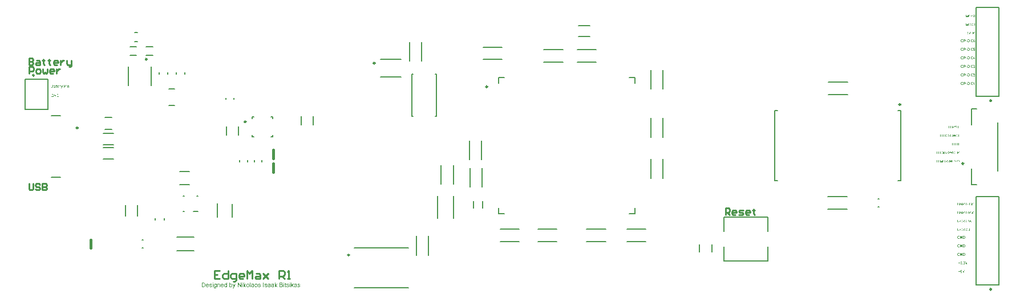
<source format=gbr>
%TF.GenerationSoftware,Altium Limited,Altium Designer,25.8.1 (18)*%
G04 Layer_Color=65535*
%FSLAX45Y45*%
%MOMM*%
%TF.SameCoordinates,7B3F40D8-49BE-4A82-B445-1243D3C56F15*%
%TF.FilePolarity,Positive*%
%TF.FileFunction,Legend,Top*%
%TF.Part,Single*%
G01*
G75*
%TA.AperFunction,NonConductor*%
%ADD76C,0.25000*%
%ADD77C,0.12700*%
%ADD78C,0.20000*%
%ADD79C,0.40000*%
%ADD80C,0.17000*%
%ADD81C,0.25400*%
G36*
X6866340Y5930304D02*
X6858287D01*
Y5939494D01*
X6866340D01*
Y5930304D01*
D02*
G37*
G36*
X6774630D02*
X6766577D01*
Y5939494D01*
X6774630D01*
Y5930304D01*
D02*
G37*
G36*
X6158049D02*
X6149996D01*
Y5939494D01*
X6158049D01*
Y5930304D01*
D02*
G37*
G36*
X5719867D02*
X5711814D01*
Y5939494D01*
X5719867D01*
Y5930304D01*
D02*
G37*
G36*
X5923278Y5873933D02*
X5915794D01*
Y5879901D01*
X5915699Y5879807D01*
X5915604Y5879617D01*
X5915320Y5879238D01*
X5914941Y5878764D01*
X5914467Y5878291D01*
X5913899Y5877722D01*
X5913236Y5877059D01*
X5912383Y5876396D01*
X5911530Y5875733D01*
X5910583Y5875070D01*
X5909446Y5874501D01*
X5908214Y5874027D01*
X5906983Y5873554D01*
X5905561Y5873175D01*
X5904046Y5872985D01*
X5902435Y5872890D01*
X5901867D01*
X5901488Y5872985D01*
X5900351Y5873080D01*
X5899024Y5873269D01*
X5897414Y5873648D01*
X5895614Y5874217D01*
X5893813Y5874975D01*
X5892013Y5876017D01*
X5891919D01*
X5891824Y5876206D01*
X5891255Y5876585D01*
X5890403Y5877343D01*
X5889361Y5878291D01*
X5888129Y5879522D01*
X5886897Y5881038D01*
X5885666Y5882744D01*
X5884623Y5884733D01*
Y5884828D01*
X5884529Y5885017D01*
X5884434Y5885302D01*
X5884245Y5885681D01*
X5884055Y5886249D01*
X5883771Y5886912D01*
X5883581Y5887575D01*
X5883392Y5888428D01*
X5882918Y5890323D01*
X5882444Y5892502D01*
X5882160Y5894965D01*
X5882065Y5897618D01*
Y5897713D01*
Y5897902D01*
Y5898281D01*
Y5898850D01*
X5882160Y5899418D01*
Y5900176D01*
X5882350Y5901882D01*
X5882634Y5903871D01*
X5883108Y5906050D01*
X5883676Y5908324D01*
X5884434Y5910503D01*
Y5910598D01*
X5884529Y5910787D01*
X5884718Y5911071D01*
X5884908Y5911450D01*
X5885476Y5912493D01*
X5886234Y5913819D01*
X5887182Y5915240D01*
X5888413Y5916661D01*
X5889834Y5918177D01*
X5891540Y5919409D01*
X5891634D01*
X5891729Y5919504D01*
X5892013Y5919693D01*
X5892392Y5919882D01*
X5893340Y5920356D01*
X5894666Y5921019D01*
X5896182Y5921588D01*
X5897982Y5922062D01*
X5899972Y5922441D01*
X5902056Y5922535D01*
X5902814D01*
X5903572Y5922441D01*
X5904614Y5922346D01*
X5905846Y5922062D01*
X5907172Y5921777D01*
X5908498Y5921304D01*
X5909730Y5920640D01*
X5909920Y5920546D01*
X5910299Y5920356D01*
X5910867Y5919882D01*
X5911625Y5919409D01*
X5912572Y5918746D01*
X5913425Y5917893D01*
X5914372Y5917040D01*
X5915225Y5915998D01*
Y5939494D01*
X5923278D01*
Y5873933D01*
D02*
G37*
G36*
X5806935Y5922441D02*
X5807977Y5922346D01*
X5809209Y5922156D01*
X5810535Y5921872D01*
X5811956Y5921493D01*
X5813283Y5920925D01*
X5813472Y5920830D01*
X5813851Y5920640D01*
X5814514Y5920356D01*
X5815272Y5919882D01*
X5816220Y5919314D01*
X5817072Y5918556D01*
X5817925Y5917798D01*
X5818683Y5916851D01*
X5818778Y5916756D01*
X5818967Y5916377D01*
X5819252Y5915903D01*
X5819725Y5915240D01*
X5820104Y5914293D01*
X5820483Y5913345D01*
X5820957Y5912208D01*
X5821241Y5910977D01*
Y5910882D01*
X5821336Y5910503D01*
X5821431Y5909935D01*
X5821525Y5909177D01*
Y5908040D01*
X5821620Y5906713D01*
X5821715Y5905103D01*
Y5903113D01*
Y5873933D01*
X5813662D01*
Y5902734D01*
Y5902829D01*
Y5902924D01*
Y5903587D01*
Y5904440D01*
X5813567Y5905482D01*
X5813472Y5906713D01*
X5813283Y5907945D01*
X5812999Y5909082D01*
X5812714Y5910124D01*
Y5910219D01*
X5812525Y5910503D01*
X5812241Y5910977D01*
X5811956Y5911545D01*
X5811483Y5912114D01*
X5810914Y5912777D01*
X5810156Y5913440D01*
X5809304Y5914008D01*
X5809209Y5914103D01*
X5808925Y5914293D01*
X5808356Y5914482D01*
X5807693Y5914766D01*
X5806935Y5915051D01*
X5805988Y5915335D01*
X5804851Y5915430D01*
X5803714Y5915524D01*
X5803240D01*
X5802861Y5915430D01*
X5801914Y5915335D01*
X5800682Y5915145D01*
X5799356Y5914672D01*
X5797840Y5914103D01*
X5796324Y5913345D01*
X5794903Y5912208D01*
X5794713Y5912019D01*
X5794334Y5911545D01*
X5794050Y5911166D01*
X5793766Y5910693D01*
X5793387Y5910124D01*
X5793103Y5909461D01*
X5792724Y5908703D01*
X5792345Y5907756D01*
X5792061Y5906713D01*
X5791776Y5905576D01*
X5791587Y5904345D01*
X5791397Y5903018D01*
X5791208Y5901408D01*
Y5899797D01*
Y5873933D01*
X5783155D01*
Y5921493D01*
X5790355D01*
Y5914672D01*
X5790450Y5914766D01*
X5790639Y5915051D01*
X5790924Y5915430D01*
X5791303Y5915903D01*
X5791871Y5916472D01*
X5792534Y5917135D01*
X5793292Y5917893D01*
X5794240Y5918651D01*
X5795187Y5919314D01*
X5796324Y5920072D01*
X5797556Y5920735D01*
X5798882Y5921304D01*
X5800398Y5921777D01*
X5801914Y5922156D01*
X5803619Y5922441D01*
X5805419Y5922535D01*
X5806177D01*
X5806935Y5922441D01*
D02*
G37*
G36*
X6993010D02*
X6994431Y5922346D01*
X6995947Y5922156D01*
X6997558Y5921777D01*
X6999263Y5921398D01*
X7000874Y5920830D01*
X7000968D01*
X7001063Y5920735D01*
X7001537Y5920546D01*
X7002295Y5920167D01*
X7003242Y5919693D01*
X7004284Y5919030D01*
X7005327Y5918272D01*
X7006274Y5917419D01*
X7007127Y5916472D01*
X7007221Y5916377D01*
X7007411Y5915998D01*
X7007790Y5915335D01*
X7008264Y5914577D01*
X7008737Y5913440D01*
X7009211Y5912208D01*
X7009590Y5910787D01*
X7009969Y5909177D01*
X7002105Y5908134D01*
Y5908324D01*
X7002011Y5908703D01*
X7001821Y5909366D01*
X7001537Y5910219D01*
X7001063Y5911071D01*
X7000495Y5912019D01*
X6999832Y5912966D01*
X6998884Y5913819D01*
X6998789Y5913914D01*
X6998410Y5914103D01*
X6997842Y5914482D01*
X6996989Y5914861D01*
X6996042Y5915240D01*
X6994810Y5915619D01*
X6993294Y5915809D01*
X6991684Y5915903D01*
X6990736D01*
X6989789Y5915809D01*
X6988557Y5915714D01*
X6987326Y5915430D01*
X6985999Y5915145D01*
X6984768Y5914672D01*
X6983725Y5914008D01*
X6983631Y5913914D01*
X6983346Y5913724D01*
X6982967Y5913345D01*
X6982589Y5912777D01*
X6982115Y5912208D01*
X6981736Y5911450D01*
X6981452Y5910598D01*
X6981357Y5909745D01*
Y5909650D01*
Y5909461D01*
X6981452Y5909177D01*
Y5908798D01*
X6981736Y5907850D01*
X6982304Y5906903D01*
X6982399Y5906808D01*
X6982494Y5906713D01*
X6982683Y5906429D01*
X6983062Y5906145D01*
X6983441Y5905861D01*
X6984010Y5905482D01*
X6984673Y5905197D01*
X6985431Y5904819D01*
X6985526D01*
X6985715Y5904724D01*
X6986094Y5904629D01*
X6986757Y5904345D01*
X6987705Y5904061D01*
X6988936Y5903776D01*
X6989694Y5903492D01*
X6990547Y5903303D01*
X6991494Y5903018D01*
X6992536Y5902734D01*
X6992631D01*
X6992915Y5902639D01*
X6993389Y5902545D01*
X6993958Y5902355D01*
X6994621Y5902166D01*
X6995473Y5901976D01*
X6997274Y5901408D01*
X6999263Y5900839D01*
X7001253Y5900176D01*
X7003053Y5899513D01*
X7003811Y5899229D01*
X7004474Y5898945D01*
X7004663Y5898850D01*
X7005042Y5898660D01*
X7005611Y5898376D01*
X7006464Y5897902D01*
X7007316Y5897334D01*
X7008169Y5896576D01*
X7009022Y5895723D01*
X7009779Y5894776D01*
X7009874Y5894681D01*
X7010064Y5894302D01*
X7010443Y5893734D01*
X7010822Y5892881D01*
X7011106Y5891839D01*
X7011485Y5890702D01*
X7011674Y5889376D01*
X7011769Y5887860D01*
Y5887670D01*
Y5887197D01*
X7011674Y5886439D01*
X7011485Y5885396D01*
X7011201Y5884260D01*
X7010727Y5883028D01*
X7010158Y5881607D01*
X7009401Y5880280D01*
X7009306Y5880091D01*
X7008927Y5879712D01*
X7008453Y5879049D01*
X7007695Y5878291D01*
X7006653Y5877438D01*
X7005516Y5876491D01*
X7004190Y5875638D01*
X7002579Y5874785D01*
X7002484D01*
X7002390Y5874691D01*
X7001821Y5874501D01*
X7000874Y5874217D01*
X6999642Y5873838D01*
X6998126Y5873459D01*
X6996421Y5873175D01*
X6994621Y5872985D01*
X6992536Y5872890D01*
X6991684D01*
X6991021Y5872985D01*
X6990263D01*
X6989315Y5873080D01*
X6988368Y5873175D01*
X6987326Y5873364D01*
X6985052Y5873838D01*
X6982683Y5874501D01*
X6980409Y5875448D01*
X6979367Y5876017D01*
X6978420Y5876680D01*
X6978325Y5876775D01*
X6978230Y5876870D01*
X6977662Y5877438D01*
X6976809Y5878291D01*
X6975862Y5879617D01*
X6974820Y5881228D01*
X6973778Y5883123D01*
X6972925Y5885491D01*
X6972262Y5888144D01*
X6980220Y5889376D01*
Y5889281D01*
Y5889186D01*
X6980409Y5888618D01*
X6980599Y5887670D01*
X6980978Y5886628D01*
X6981452Y5885491D01*
X6982020Y5884260D01*
X6982873Y5883028D01*
X6983915Y5881986D01*
X6984104Y5881891D01*
X6984483Y5881607D01*
X6985241Y5881228D01*
X6986189Y5880754D01*
X6987420Y5880280D01*
X6988841Y5879901D01*
X6990547Y5879617D01*
X6992536Y5879522D01*
X6993484D01*
X6994431Y5879617D01*
X6995663Y5879807D01*
X6996989Y5880091D01*
X6998410Y5880470D01*
X6999642Y5880944D01*
X7000779Y5881701D01*
X7000874Y5881796D01*
X7001253Y5882080D01*
X7001632Y5882554D01*
X7002200Y5883217D01*
X7002674Y5883975D01*
X7003148Y5884923D01*
X7003432Y5885870D01*
X7003527Y5887007D01*
Y5887102D01*
Y5887481D01*
X7003432Y5887954D01*
X7003242Y5888618D01*
X7002958Y5889281D01*
X7002484Y5889944D01*
X7001916Y5890702D01*
X7001063Y5891270D01*
X7000968Y5891365D01*
X7000684Y5891460D01*
X7000211Y5891744D01*
X6999453Y5892028D01*
X6998316Y5892407D01*
X6997653Y5892692D01*
X6996895Y5892881D01*
X6996042Y5893165D01*
X6995094Y5893449D01*
X6994052Y5893734D01*
X6992821Y5894018D01*
X6992726D01*
X6992442Y5894113D01*
X6991968Y5894207D01*
X6991400Y5894397D01*
X6990642Y5894586D01*
X6989789Y5894871D01*
X6987989Y5895344D01*
X6985904Y5896008D01*
X6983915Y5896576D01*
X6982020Y5897239D01*
X6981167Y5897618D01*
X6980504Y5897902D01*
X6980315Y5897997D01*
X6979936Y5898187D01*
X6979367Y5898566D01*
X6978609Y5899039D01*
X6977757Y5899702D01*
X6976904Y5900460D01*
X6976051Y5901313D01*
X6975293Y5902355D01*
X6975199Y5902450D01*
X6975009Y5902829D01*
X6974725Y5903492D01*
X6974441Y5904250D01*
X6974156Y5905197D01*
X6973872Y5906334D01*
X6973683Y5907471D01*
X6973588Y5908798D01*
Y5908987D01*
Y5909366D01*
X6973683Y5909935D01*
X6973778Y5910787D01*
X6973967Y5911640D01*
X6974156Y5912682D01*
X6974535Y5913630D01*
X6975009Y5914672D01*
X6975104Y5914766D01*
X6975293Y5915145D01*
X6975578Y5915619D01*
X6976051Y5916282D01*
X6976620Y5916945D01*
X6977283Y5917798D01*
X6978041Y5918556D01*
X6978988Y5919219D01*
X6979083Y5919314D01*
X6979367Y5919409D01*
X6979746Y5919693D01*
X6980315Y5919977D01*
X6981073Y5920356D01*
X6981925Y5920735D01*
X6982967Y5921114D01*
X6984104Y5921493D01*
X6984294Y5921588D01*
X6984673Y5921683D01*
X6985336Y5921872D01*
X6986189Y5922062D01*
X6987231Y5922251D01*
X6988368Y5922346D01*
X6989694Y5922535D01*
X6991968D01*
X6993010Y5922441D01*
D02*
G37*
G36*
X6829959D02*
X6831380Y5922346D01*
X6832896Y5922156D01*
X6834507Y5921777D01*
X6836212Y5921398D01*
X6837823Y5920830D01*
X6837917D01*
X6838012Y5920735D01*
X6838486Y5920546D01*
X6839244Y5920167D01*
X6840191Y5919693D01*
X6841233Y5919030D01*
X6842276Y5918272D01*
X6843223Y5917419D01*
X6844076Y5916472D01*
X6844170Y5916377D01*
X6844360Y5915998D01*
X6844739Y5915335D01*
X6845213Y5914577D01*
X6845686Y5913440D01*
X6846160Y5912208D01*
X6846539Y5910787D01*
X6846918Y5909177D01*
X6839054Y5908134D01*
Y5908324D01*
X6838960Y5908703D01*
X6838770Y5909366D01*
X6838486Y5910219D01*
X6838012Y5911071D01*
X6837444Y5912019D01*
X6836781Y5912966D01*
X6835833Y5913819D01*
X6835738Y5913914D01*
X6835359Y5914103D01*
X6834791Y5914482D01*
X6833938Y5914861D01*
X6832991Y5915240D01*
X6831759Y5915619D01*
X6830243Y5915809D01*
X6828633Y5915903D01*
X6827685D01*
X6826738Y5915809D01*
X6825506Y5915714D01*
X6824275Y5915430D01*
X6822948Y5915145D01*
X6821717Y5914672D01*
X6820674Y5914008D01*
X6820580Y5913914D01*
X6820295Y5913724D01*
X6819917Y5913345D01*
X6819538Y5912777D01*
X6819064Y5912208D01*
X6818685Y5911450D01*
X6818401Y5910598D01*
X6818306Y5909745D01*
Y5909650D01*
Y5909461D01*
X6818401Y5909177D01*
Y5908798D01*
X6818685Y5907850D01*
X6819253Y5906903D01*
X6819348Y5906808D01*
X6819443Y5906713D01*
X6819632Y5906429D01*
X6820011Y5906145D01*
X6820390Y5905861D01*
X6820959Y5905482D01*
X6821622Y5905197D01*
X6822380Y5904819D01*
X6822475D01*
X6822664Y5904724D01*
X6823043Y5904629D01*
X6823706Y5904345D01*
X6824654Y5904061D01*
X6825885Y5903776D01*
X6826643Y5903492D01*
X6827496Y5903303D01*
X6828443Y5903018D01*
X6829485Y5902734D01*
X6829580D01*
X6829864Y5902639D01*
X6830338Y5902545D01*
X6830907Y5902355D01*
X6831570Y5902166D01*
X6832422Y5901976D01*
X6834223Y5901408D01*
X6836212Y5900839D01*
X6838202Y5900176D01*
X6840002Y5899513D01*
X6840760Y5899229D01*
X6841423Y5898945D01*
X6841612Y5898850D01*
X6841991Y5898660D01*
X6842560Y5898376D01*
X6843413Y5897902D01*
X6844265Y5897334D01*
X6845118Y5896576D01*
X6845971Y5895723D01*
X6846728Y5894776D01*
X6846823Y5894681D01*
X6847013Y5894302D01*
X6847392Y5893734D01*
X6847771Y5892881D01*
X6848055Y5891839D01*
X6848434Y5890702D01*
X6848623Y5889376D01*
X6848718Y5887860D01*
Y5887670D01*
Y5887197D01*
X6848623Y5886439D01*
X6848434Y5885396D01*
X6848150Y5884260D01*
X6847676Y5883028D01*
X6847107Y5881607D01*
X6846350Y5880280D01*
X6846255Y5880091D01*
X6845876Y5879712D01*
X6845402Y5879049D01*
X6844644Y5878291D01*
X6843602Y5877438D01*
X6842465Y5876491D01*
X6841139Y5875638D01*
X6839528Y5874785D01*
X6839433D01*
X6839339Y5874691D01*
X6838770Y5874501D01*
X6837823Y5874217D01*
X6836591Y5873838D01*
X6835075Y5873459D01*
X6833370Y5873175D01*
X6831570Y5872985D01*
X6829485Y5872890D01*
X6828633D01*
X6827970Y5872985D01*
X6827212D01*
X6826264Y5873080D01*
X6825317Y5873175D01*
X6824275Y5873364D01*
X6822001Y5873838D01*
X6819632Y5874501D01*
X6817358Y5875448D01*
X6816316Y5876017D01*
X6815369Y5876680D01*
X6815274Y5876775D01*
X6815179Y5876870D01*
X6814611Y5877438D01*
X6813758Y5878291D01*
X6812811Y5879617D01*
X6811769Y5881228D01*
X6810727Y5883123D01*
X6809874Y5885491D01*
X6809211Y5888144D01*
X6817169Y5889376D01*
Y5889281D01*
Y5889186D01*
X6817358Y5888618D01*
X6817548Y5887670D01*
X6817927Y5886628D01*
X6818401Y5885491D01*
X6818969Y5884260D01*
X6819822Y5883028D01*
X6820864Y5881986D01*
X6821053Y5881891D01*
X6821432Y5881607D01*
X6822190Y5881228D01*
X6823138Y5880754D01*
X6824369Y5880280D01*
X6825791Y5879901D01*
X6827496Y5879617D01*
X6829485Y5879522D01*
X6830433D01*
X6831380Y5879617D01*
X6832612Y5879807D01*
X6833938Y5880091D01*
X6835359Y5880470D01*
X6836591Y5880944D01*
X6837728Y5881701D01*
X6837823Y5881796D01*
X6838202Y5882080D01*
X6838581Y5882554D01*
X6839149Y5883217D01*
X6839623Y5883975D01*
X6840097Y5884923D01*
X6840381Y5885870D01*
X6840476Y5887007D01*
Y5887102D01*
Y5887481D01*
X6840381Y5887954D01*
X6840191Y5888618D01*
X6839907Y5889281D01*
X6839433Y5889944D01*
X6838865Y5890702D01*
X6838012Y5891270D01*
X6837917Y5891365D01*
X6837633Y5891460D01*
X6837160Y5891744D01*
X6836402Y5892028D01*
X6835265Y5892407D01*
X6834602Y5892692D01*
X6833844Y5892881D01*
X6832991Y5893165D01*
X6832043Y5893449D01*
X6831001Y5893734D01*
X6829770Y5894018D01*
X6829675D01*
X6829391Y5894113D01*
X6828917Y5894207D01*
X6828349Y5894397D01*
X6827591Y5894586D01*
X6826738Y5894871D01*
X6824938Y5895344D01*
X6822854Y5896008D01*
X6820864Y5896576D01*
X6818969Y5897239D01*
X6818116Y5897618D01*
X6817453Y5897902D01*
X6817264Y5897997D01*
X6816885Y5898187D01*
X6816316Y5898566D01*
X6815558Y5899039D01*
X6814706Y5899702D01*
X6813853Y5900460D01*
X6813000Y5901313D01*
X6812242Y5902355D01*
X6812148Y5902450D01*
X6811958Y5902829D01*
X6811674Y5903492D01*
X6811390Y5904250D01*
X6811106Y5905197D01*
X6810821Y5906334D01*
X6810632Y5907471D01*
X6810537Y5908798D01*
Y5908987D01*
Y5909366D01*
X6810632Y5909935D01*
X6810727Y5910787D01*
X6810916Y5911640D01*
X6811106Y5912682D01*
X6811484Y5913630D01*
X6811958Y5914672D01*
X6812053Y5914766D01*
X6812242Y5915145D01*
X6812527Y5915619D01*
X6813000Y5916282D01*
X6813569Y5916945D01*
X6814232Y5917798D01*
X6814990Y5918556D01*
X6815937Y5919219D01*
X6816032Y5919314D01*
X6816316Y5919409D01*
X6816695Y5919693D01*
X6817264Y5919977D01*
X6818022Y5920356D01*
X6818874Y5920735D01*
X6819917Y5921114D01*
X6821053Y5921493D01*
X6821243Y5921588D01*
X6821622Y5921683D01*
X6822285Y5921872D01*
X6823138Y5922062D01*
X6824180Y5922251D01*
X6825317Y5922346D01*
X6826643Y5922535D01*
X6828917D01*
X6829959Y5922441D01*
D02*
G37*
G36*
X6503857D02*
X6505278Y5922346D01*
X6506794Y5922156D01*
X6508405Y5921777D01*
X6510110Y5921398D01*
X6511721Y5920830D01*
X6511816D01*
X6511910Y5920735D01*
X6512384Y5920546D01*
X6513142Y5920167D01*
X6514089Y5919693D01*
X6515131Y5919030D01*
X6516174Y5918272D01*
X6517121Y5917419D01*
X6517974Y5916472D01*
X6518068Y5916377D01*
X6518258Y5915998D01*
X6518637Y5915335D01*
X6519111Y5914577D01*
X6519584Y5913440D01*
X6520058Y5912208D01*
X6520437Y5910787D01*
X6520816Y5909177D01*
X6512952Y5908134D01*
Y5908324D01*
X6512858Y5908703D01*
X6512668Y5909366D01*
X6512384Y5910219D01*
X6511910Y5911071D01*
X6511342Y5912019D01*
X6510679Y5912966D01*
X6509731Y5913819D01*
X6509636Y5913914D01*
X6509257Y5914103D01*
X6508689Y5914482D01*
X6507836Y5914861D01*
X6506889Y5915240D01*
X6505657Y5915619D01*
X6504141Y5915809D01*
X6502531Y5915903D01*
X6501583D01*
X6500636Y5915809D01*
X6499404Y5915714D01*
X6498173Y5915430D01*
X6496846Y5915145D01*
X6495615Y5914672D01*
X6494572Y5914008D01*
X6494478Y5913914D01*
X6494194Y5913724D01*
X6493815Y5913345D01*
X6493436Y5912777D01*
X6492962Y5912208D01*
X6492583Y5911450D01*
X6492299Y5910598D01*
X6492204Y5909745D01*
Y5909650D01*
Y5909461D01*
X6492299Y5909177D01*
Y5908798D01*
X6492583Y5907850D01*
X6493151Y5906903D01*
X6493246Y5906808D01*
X6493341Y5906713D01*
X6493530Y5906429D01*
X6493909Y5906145D01*
X6494288Y5905861D01*
X6494857Y5905482D01*
X6495520Y5905197D01*
X6496278Y5904819D01*
X6496373D01*
X6496562Y5904724D01*
X6496941Y5904629D01*
X6497604Y5904345D01*
X6498552Y5904061D01*
X6499783Y5903776D01*
X6500541Y5903492D01*
X6501394Y5903303D01*
X6502341Y5903018D01*
X6503383Y5902734D01*
X6503478D01*
X6503762Y5902639D01*
X6504236Y5902545D01*
X6504805Y5902355D01*
X6505468Y5902166D01*
X6506320Y5901976D01*
X6508121Y5901408D01*
X6510110Y5900839D01*
X6512100Y5900176D01*
X6513900Y5899513D01*
X6514658Y5899229D01*
X6515321Y5898945D01*
X6515510Y5898850D01*
X6515889Y5898660D01*
X6516458Y5898376D01*
X6517311Y5897902D01*
X6518163Y5897334D01*
X6519016Y5896576D01*
X6519869Y5895723D01*
X6520627Y5894776D01*
X6520721Y5894681D01*
X6520911Y5894302D01*
X6521290Y5893734D01*
X6521669Y5892881D01*
X6521953Y5891839D01*
X6522332Y5890702D01*
X6522521Y5889376D01*
X6522616Y5887860D01*
Y5887670D01*
Y5887197D01*
X6522521Y5886439D01*
X6522332Y5885396D01*
X6522048Y5884260D01*
X6521574Y5883028D01*
X6521005Y5881607D01*
X6520248Y5880280D01*
X6520153Y5880091D01*
X6519774Y5879712D01*
X6519300Y5879049D01*
X6518542Y5878291D01*
X6517500Y5877438D01*
X6516363Y5876491D01*
X6515037Y5875638D01*
X6513426Y5874785D01*
X6513331D01*
X6513237Y5874691D01*
X6512668Y5874501D01*
X6511721Y5874217D01*
X6510489Y5873838D01*
X6508973Y5873459D01*
X6507268Y5873175D01*
X6505468Y5872985D01*
X6503383Y5872890D01*
X6502531D01*
X6501868Y5872985D01*
X6501110D01*
X6500162Y5873080D01*
X6499215Y5873175D01*
X6498173Y5873364D01*
X6495899Y5873838D01*
X6493530Y5874501D01*
X6491257Y5875448D01*
X6490214Y5876017D01*
X6489267Y5876680D01*
X6489172Y5876775D01*
X6489077Y5876870D01*
X6488509Y5877438D01*
X6487656Y5878291D01*
X6486709Y5879617D01*
X6485667Y5881228D01*
X6484625Y5883123D01*
X6483772Y5885491D01*
X6483109Y5888144D01*
X6491067Y5889376D01*
Y5889281D01*
Y5889186D01*
X6491257Y5888618D01*
X6491446Y5887670D01*
X6491825Y5886628D01*
X6492299Y5885491D01*
X6492867Y5884260D01*
X6493720Y5883028D01*
X6494762Y5881986D01*
X6494951Y5881891D01*
X6495330Y5881607D01*
X6496088Y5881228D01*
X6497036Y5880754D01*
X6498267Y5880280D01*
X6499689Y5879901D01*
X6501394Y5879617D01*
X6503383Y5879522D01*
X6504331D01*
X6505278Y5879617D01*
X6506510Y5879807D01*
X6507836Y5880091D01*
X6509257Y5880470D01*
X6510489Y5880944D01*
X6511626Y5881701D01*
X6511721Y5881796D01*
X6512100Y5882080D01*
X6512479Y5882554D01*
X6513047Y5883217D01*
X6513521Y5883975D01*
X6513995Y5884923D01*
X6514279Y5885870D01*
X6514374Y5887007D01*
Y5887102D01*
Y5887481D01*
X6514279Y5887954D01*
X6514089Y5888618D01*
X6513805Y5889281D01*
X6513331Y5889944D01*
X6512763Y5890702D01*
X6511910Y5891270D01*
X6511816Y5891365D01*
X6511531Y5891460D01*
X6511058Y5891744D01*
X6510300Y5892028D01*
X6509163Y5892407D01*
X6508500Y5892692D01*
X6507742Y5892881D01*
X6506889Y5893165D01*
X6505942Y5893449D01*
X6504899Y5893734D01*
X6503668Y5894018D01*
X6503573D01*
X6503289Y5894113D01*
X6502815Y5894207D01*
X6502247Y5894397D01*
X6501489Y5894586D01*
X6500636Y5894871D01*
X6498836Y5895344D01*
X6496752Y5896008D01*
X6494762Y5896576D01*
X6492867Y5897239D01*
X6492014Y5897618D01*
X6491351Y5897902D01*
X6491162Y5897997D01*
X6490783Y5898187D01*
X6490214Y5898566D01*
X6489456Y5899039D01*
X6488604Y5899702D01*
X6487751Y5900460D01*
X6486898Y5901313D01*
X6486140Y5902355D01*
X6486046Y5902450D01*
X6485856Y5902829D01*
X6485572Y5903492D01*
X6485288Y5904250D01*
X6485004Y5905197D01*
X6484719Y5906334D01*
X6484530Y5907471D01*
X6484435Y5908798D01*
Y5908987D01*
Y5909366D01*
X6484530Y5909935D01*
X6484625Y5910787D01*
X6484814Y5911640D01*
X6485004Y5912682D01*
X6485383Y5913630D01*
X6485856Y5914672D01*
X6485951Y5914766D01*
X6486140Y5915145D01*
X6486425Y5915619D01*
X6486898Y5916282D01*
X6487467Y5916945D01*
X6488130Y5917798D01*
X6488888Y5918556D01*
X6489835Y5919219D01*
X6489930Y5919314D01*
X6490214Y5919409D01*
X6490593Y5919693D01*
X6491162Y5919977D01*
X6491920Y5920356D01*
X6492772Y5920735D01*
X6493815Y5921114D01*
X6494951Y5921493D01*
X6495141Y5921588D01*
X6495520Y5921683D01*
X6496183Y5921872D01*
X6497036Y5922062D01*
X6498078Y5922251D01*
X6499215Y5922346D01*
X6500541Y5922535D01*
X6502815D01*
X6503857Y5922441D01*
D02*
G37*
G36*
X6407031D02*
X6408452Y5922346D01*
X6409968Y5922156D01*
X6411578Y5921777D01*
X6413284Y5921398D01*
X6414894Y5920830D01*
X6414989D01*
X6415084Y5920735D01*
X6415558Y5920546D01*
X6416316Y5920167D01*
X6417263Y5919693D01*
X6418305Y5919030D01*
X6419347Y5918272D01*
X6420295Y5917419D01*
X6421147Y5916472D01*
X6421242Y5916377D01*
X6421432Y5915998D01*
X6421811Y5915335D01*
X6422284Y5914577D01*
X6422758Y5913440D01*
X6423232Y5912208D01*
X6423611Y5910787D01*
X6423990Y5909177D01*
X6416126Y5908134D01*
Y5908324D01*
X6416031Y5908703D01*
X6415842Y5909366D01*
X6415558Y5910219D01*
X6415084Y5911071D01*
X6414515Y5912019D01*
X6413852Y5912966D01*
X6412905Y5913819D01*
X6412810Y5913914D01*
X6412431Y5914103D01*
X6411863Y5914482D01*
X6411010Y5914861D01*
X6410063Y5915240D01*
X6408831Y5915619D01*
X6407315Y5915809D01*
X6405704Y5915903D01*
X6404757D01*
X6403810Y5915809D01*
X6402578Y5915714D01*
X6401346Y5915430D01*
X6400020Y5915145D01*
X6398788Y5914672D01*
X6397746Y5914008D01*
X6397651Y5913914D01*
X6397367Y5913724D01*
X6396988Y5913345D01*
X6396609Y5912777D01*
X6396136Y5912208D01*
X6395757Y5911450D01*
X6395472Y5910598D01*
X6395378Y5909745D01*
Y5909650D01*
Y5909461D01*
X6395472Y5909177D01*
Y5908798D01*
X6395757Y5907850D01*
X6396325Y5906903D01*
X6396420Y5906808D01*
X6396515Y5906713D01*
X6396704Y5906429D01*
X6397083Y5906145D01*
X6397462Y5905861D01*
X6398030Y5905482D01*
X6398694Y5905197D01*
X6399452Y5904819D01*
X6399546D01*
X6399736Y5904724D01*
X6400115Y5904629D01*
X6400778Y5904345D01*
X6401725Y5904061D01*
X6402957Y5903776D01*
X6403715Y5903492D01*
X6404568Y5903303D01*
X6405515Y5903018D01*
X6406557Y5902734D01*
X6406652D01*
X6406936Y5902639D01*
X6407410Y5902545D01*
X6407978Y5902355D01*
X6408641Y5902166D01*
X6409494Y5901976D01*
X6411294Y5901408D01*
X6413284Y5900839D01*
X6415273Y5900176D01*
X6417074Y5899513D01*
X6417831Y5899229D01*
X6418495Y5898945D01*
X6418684Y5898850D01*
X6419063Y5898660D01*
X6419632Y5898376D01*
X6420484Y5897902D01*
X6421337Y5897334D01*
X6422190Y5896576D01*
X6423042Y5895723D01*
X6423800Y5894776D01*
X6423895Y5894681D01*
X6424084Y5894302D01*
X6424463Y5893734D01*
X6424842Y5892881D01*
X6425127Y5891839D01*
X6425506Y5890702D01*
X6425695Y5889376D01*
X6425790Y5887860D01*
Y5887670D01*
Y5887197D01*
X6425695Y5886439D01*
X6425506Y5885396D01*
X6425221Y5884260D01*
X6424748Y5883028D01*
X6424179Y5881607D01*
X6423421Y5880280D01*
X6423326Y5880091D01*
X6422948Y5879712D01*
X6422474Y5879049D01*
X6421716Y5878291D01*
X6420674Y5877438D01*
X6419537Y5876491D01*
X6418210Y5875638D01*
X6416600Y5874785D01*
X6416505D01*
X6416410Y5874691D01*
X6415842Y5874501D01*
X6414894Y5874217D01*
X6413663Y5873838D01*
X6412147Y5873459D01*
X6410442Y5873175D01*
X6408641Y5872985D01*
X6406557Y5872890D01*
X6405704D01*
X6405041Y5872985D01*
X6404283D01*
X6403336Y5873080D01*
X6402389Y5873175D01*
X6401346Y5873364D01*
X6399073Y5873838D01*
X6396704Y5874501D01*
X6394430Y5875448D01*
X6393388Y5876017D01*
X6392441Y5876680D01*
X6392346Y5876775D01*
X6392251Y5876870D01*
X6391683Y5877438D01*
X6390830Y5878291D01*
X6389883Y5879617D01*
X6388840Y5881228D01*
X6387798Y5883123D01*
X6386946Y5885491D01*
X6386282Y5888144D01*
X6394241Y5889376D01*
Y5889281D01*
Y5889186D01*
X6394430Y5888618D01*
X6394620Y5887670D01*
X6394999Y5886628D01*
X6395472Y5885491D01*
X6396041Y5884260D01*
X6396893Y5883028D01*
X6397936Y5881986D01*
X6398125Y5881891D01*
X6398504Y5881607D01*
X6399262Y5881228D01*
X6400209Y5880754D01*
X6401441Y5880280D01*
X6402862Y5879901D01*
X6404568Y5879617D01*
X6406557Y5879522D01*
X6407505D01*
X6408452Y5879617D01*
X6409684Y5879807D01*
X6411010Y5880091D01*
X6412431Y5880470D01*
X6413663Y5880944D01*
X6414800Y5881701D01*
X6414894Y5881796D01*
X6415273Y5882080D01*
X6415652Y5882554D01*
X6416221Y5883217D01*
X6416695Y5883975D01*
X6417168Y5884923D01*
X6417452Y5885870D01*
X6417547Y5887007D01*
Y5887102D01*
Y5887481D01*
X6417452Y5887954D01*
X6417263Y5888618D01*
X6416979Y5889281D01*
X6416505Y5889944D01*
X6415937Y5890702D01*
X6415084Y5891270D01*
X6414989Y5891365D01*
X6414705Y5891460D01*
X6414231Y5891744D01*
X6413473Y5892028D01*
X6412336Y5892407D01*
X6411673Y5892692D01*
X6410915Y5892881D01*
X6410063Y5893165D01*
X6409115Y5893449D01*
X6408073Y5893734D01*
X6406841Y5894018D01*
X6406747D01*
X6406462Y5894113D01*
X6405989Y5894207D01*
X6405420Y5894397D01*
X6404662Y5894586D01*
X6403810Y5894871D01*
X6402010Y5895344D01*
X6399925Y5896008D01*
X6397936Y5896576D01*
X6396041Y5897239D01*
X6395188Y5897618D01*
X6394525Y5897902D01*
X6394335Y5897997D01*
X6393956Y5898187D01*
X6393388Y5898566D01*
X6392630Y5899039D01*
X6391777Y5899702D01*
X6390925Y5900460D01*
X6390072Y5901313D01*
X6389314Y5902355D01*
X6389219Y5902450D01*
X6389030Y5902829D01*
X6388746Y5903492D01*
X6388461Y5904250D01*
X6388177Y5905197D01*
X6387893Y5906334D01*
X6387704Y5907471D01*
X6387609Y5908798D01*
Y5908987D01*
Y5909366D01*
X6387704Y5909935D01*
X6387798Y5910787D01*
X6387988Y5911640D01*
X6388177Y5912682D01*
X6388556Y5913630D01*
X6389030Y5914672D01*
X6389125Y5914766D01*
X6389314Y5915145D01*
X6389598Y5915619D01*
X6390072Y5916282D01*
X6390641Y5916945D01*
X6391304Y5917798D01*
X6392062Y5918556D01*
X6393009Y5919219D01*
X6393104Y5919314D01*
X6393388Y5919409D01*
X6393767Y5919693D01*
X6394335Y5919977D01*
X6395093Y5920356D01*
X6395946Y5920735D01*
X6396988Y5921114D01*
X6398125Y5921493D01*
X6398315Y5921588D01*
X6398694Y5921683D01*
X6399357Y5921872D01*
X6400209Y5922062D01*
X6401252Y5922251D01*
X6402389Y5922346D01*
X6403715Y5922535D01*
X6405989D01*
X6407031Y5922441D01*
D02*
G37*
G36*
X5683486D02*
X5684907Y5922346D01*
X5686423Y5922156D01*
X5688034Y5921777D01*
X5689739Y5921398D01*
X5691350Y5920830D01*
X5691445D01*
X5691539Y5920735D01*
X5692013Y5920546D01*
X5692771Y5920167D01*
X5693718Y5919693D01*
X5694761Y5919030D01*
X5695803Y5918272D01*
X5696750Y5917419D01*
X5697603Y5916472D01*
X5697698Y5916377D01*
X5697887Y5915998D01*
X5698266Y5915335D01*
X5698740Y5914577D01*
X5699213Y5913440D01*
X5699687Y5912208D01*
X5700066Y5910787D01*
X5700445Y5909177D01*
X5692581Y5908134D01*
Y5908324D01*
X5692487Y5908703D01*
X5692297Y5909366D01*
X5692013Y5910219D01*
X5691539Y5911071D01*
X5690971Y5912019D01*
X5690308Y5912966D01*
X5689360Y5913819D01*
X5689265Y5913914D01*
X5688887Y5914103D01*
X5688318Y5914482D01*
X5687465Y5914861D01*
X5686518Y5915240D01*
X5685286Y5915619D01*
X5683770Y5915809D01*
X5682160Y5915903D01*
X5681212D01*
X5680265Y5915809D01*
X5679033Y5915714D01*
X5677802Y5915430D01*
X5676475Y5915145D01*
X5675244Y5914672D01*
X5674202Y5914008D01*
X5674107Y5913914D01*
X5673823Y5913724D01*
X5673444Y5913345D01*
X5673065Y5912777D01*
X5672591Y5912208D01*
X5672212Y5911450D01*
X5671928Y5910598D01*
X5671833Y5909745D01*
Y5909650D01*
Y5909461D01*
X5671928Y5909177D01*
Y5908798D01*
X5672212Y5907850D01*
X5672780Y5906903D01*
X5672875Y5906808D01*
X5672970Y5906713D01*
X5673159Y5906429D01*
X5673538Y5906145D01*
X5673917Y5905861D01*
X5674486Y5905482D01*
X5675149Y5905197D01*
X5675907Y5904819D01*
X5676002D01*
X5676191Y5904724D01*
X5676570Y5904629D01*
X5677233Y5904345D01*
X5678181Y5904061D01*
X5679412Y5903776D01*
X5680170Y5903492D01*
X5681023Y5903303D01*
X5681970Y5903018D01*
X5683013Y5902734D01*
X5683107D01*
X5683391Y5902639D01*
X5683865Y5902545D01*
X5684434Y5902355D01*
X5685097Y5902166D01*
X5685950Y5901976D01*
X5687750Y5901408D01*
X5689739Y5900839D01*
X5691729Y5900176D01*
X5693529Y5899513D01*
X5694287Y5899229D01*
X5694950Y5898945D01*
X5695139Y5898850D01*
X5695518Y5898660D01*
X5696087Y5898376D01*
X5696940Y5897902D01*
X5697792Y5897334D01*
X5698645Y5896576D01*
X5699498Y5895723D01*
X5700256Y5894776D01*
X5700350Y5894681D01*
X5700540Y5894302D01*
X5700919Y5893734D01*
X5701298Y5892881D01*
X5701582Y5891839D01*
X5701961Y5890702D01*
X5702150Y5889376D01*
X5702245Y5887860D01*
Y5887670D01*
Y5887197D01*
X5702150Y5886439D01*
X5701961Y5885396D01*
X5701677Y5884260D01*
X5701203Y5883028D01*
X5700635Y5881607D01*
X5699877Y5880280D01*
X5699782Y5880091D01*
X5699403Y5879712D01*
X5698929Y5879049D01*
X5698171Y5878291D01*
X5697129Y5877438D01*
X5695992Y5876491D01*
X5694666Y5875638D01*
X5693055Y5874785D01*
X5692960D01*
X5692866Y5874691D01*
X5692297Y5874501D01*
X5691350Y5874217D01*
X5690118Y5873838D01*
X5688602Y5873459D01*
X5686897Y5873175D01*
X5685097Y5872985D01*
X5683013Y5872890D01*
X5682160D01*
X5681497Y5872985D01*
X5680739D01*
X5679791Y5873080D01*
X5678844Y5873175D01*
X5677802Y5873364D01*
X5675528Y5873838D01*
X5673159Y5874501D01*
X5670886Y5875448D01*
X5669843Y5876017D01*
X5668896Y5876680D01*
X5668801Y5876775D01*
X5668706Y5876870D01*
X5668138Y5877438D01*
X5667285Y5878291D01*
X5666338Y5879617D01*
X5665296Y5881228D01*
X5664254Y5883123D01*
X5663401Y5885491D01*
X5662738Y5888144D01*
X5670696Y5889376D01*
Y5889281D01*
Y5889186D01*
X5670886Y5888618D01*
X5671075Y5887670D01*
X5671454Y5886628D01*
X5671928Y5885491D01*
X5672496Y5884260D01*
X5673349Y5883028D01*
X5674391Y5881986D01*
X5674580Y5881891D01*
X5674959Y5881607D01*
X5675717Y5881228D01*
X5676665Y5880754D01*
X5677896Y5880280D01*
X5679318Y5879901D01*
X5681023Y5879617D01*
X5683013Y5879522D01*
X5683960D01*
X5684907Y5879617D01*
X5686139Y5879807D01*
X5687465Y5880091D01*
X5688887Y5880470D01*
X5690118Y5880944D01*
X5691255Y5881701D01*
X5691350Y5881796D01*
X5691729Y5882080D01*
X5692108Y5882554D01*
X5692676Y5883217D01*
X5693150Y5883975D01*
X5693624Y5884923D01*
X5693908Y5885870D01*
X5694003Y5887007D01*
Y5887102D01*
Y5887481D01*
X5693908Y5887954D01*
X5693718Y5888618D01*
X5693434Y5889281D01*
X5692960Y5889944D01*
X5692392Y5890702D01*
X5691539Y5891270D01*
X5691445Y5891365D01*
X5691160Y5891460D01*
X5690687Y5891744D01*
X5689929Y5892028D01*
X5688792Y5892407D01*
X5688129Y5892692D01*
X5687371Y5892881D01*
X5686518Y5893165D01*
X5685571Y5893449D01*
X5684528Y5893734D01*
X5683297Y5894018D01*
X5683202D01*
X5682918Y5894113D01*
X5682444Y5894207D01*
X5681876Y5894397D01*
X5681118Y5894586D01*
X5680265Y5894871D01*
X5678465Y5895344D01*
X5676381Y5896008D01*
X5674391Y5896576D01*
X5672496Y5897239D01*
X5671643Y5897618D01*
X5670980Y5897902D01*
X5670791Y5897997D01*
X5670412Y5898187D01*
X5669843Y5898566D01*
X5669085Y5899039D01*
X5668233Y5899702D01*
X5667380Y5900460D01*
X5666527Y5901313D01*
X5665769Y5902355D01*
X5665675Y5902450D01*
X5665485Y5902829D01*
X5665201Y5903492D01*
X5664917Y5904250D01*
X5664633Y5905197D01*
X5664348Y5906334D01*
X5664159Y5907471D01*
X5664064Y5908798D01*
Y5908987D01*
Y5909366D01*
X5664159Y5909935D01*
X5664254Y5910787D01*
X5664443Y5911640D01*
X5664633Y5912682D01*
X5665012Y5913630D01*
X5665485Y5914672D01*
X5665580Y5914766D01*
X5665769Y5915145D01*
X5666054Y5915619D01*
X5666527Y5916282D01*
X5667096Y5916945D01*
X5667759Y5917798D01*
X5668517Y5918556D01*
X5669464Y5919219D01*
X5669559Y5919314D01*
X5669843Y5919409D01*
X5670222Y5919693D01*
X5670791Y5919977D01*
X5671549Y5920356D01*
X5672401Y5920735D01*
X5673444Y5921114D01*
X5674580Y5921493D01*
X5674770Y5921588D01*
X5675149Y5921683D01*
X5675812Y5921872D01*
X5676665Y5922062D01*
X5677707Y5922251D01*
X5678844Y5922346D01*
X5680170Y5922535D01*
X5682444D01*
X5683486Y5922441D01*
D02*
G37*
G36*
X6136448Y5873933D02*
X6127447D01*
X6093151Y5925378D01*
Y5873933D01*
X6084813D01*
Y5939494D01*
X6093719D01*
X6128110Y5887954D01*
Y5939494D01*
X6136448D01*
Y5873933D01*
D02*
G37*
G36*
X6033368Y5873175D02*
Y5873080D01*
X6033274Y5872796D01*
X6033084Y5872417D01*
X6032895Y5871943D01*
X6032610Y5871280D01*
X6032326Y5870522D01*
X6031663Y5868911D01*
X6031000Y5867111D01*
X6030242Y5865311D01*
X6029484Y5863700D01*
X6029105Y5863037D01*
X6028821Y5862374D01*
X6028726Y5862185D01*
X6028442Y5861711D01*
X6027968Y5861048D01*
X6027400Y5860195D01*
X6026642Y5859248D01*
X6025789Y5858300D01*
X6024936Y5857353D01*
X6023894Y5856595D01*
X6023799Y5856500D01*
X6023421Y5856311D01*
X6022852Y5856026D01*
X6021999Y5855647D01*
X6021052Y5855268D01*
X6019915Y5854984D01*
X6018683Y5854795D01*
X6017262Y5854700D01*
X6016883D01*
X6016410Y5854795D01*
X6015746D01*
X6014988Y5854984D01*
X6014136Y5855174D01*
X6013188Y5855363D01*
X6012146Y5855742D01*
X6011294Y5863227D01*
X6011388D01*
X6011767Y5863132D01*
X6012241Y5863037D01*
X6012809Y5862848D01*
X6014325Y5862564D01*
X6015841Y5862469D01*
X6016315D01*
X6016789Y5862564D01*
X6017357D01*
X6018778Y5862848D01*
X6019441Y5863132D01*
X6020105Y5863416D01*
X6020199D01*
X6020389Y5863606D01*
X6020673Y5863795D01*
X6021052Y5864079D01*
X6021905Y5864837D01*
X6022663Y5865880D01*
Y5865974D01*
X6022852Y5866164D01*
X6023042Y5866543D01*
X6023231Y5867111D01*
X6023610Y5867869D01*
X6023989Y5869006D01*
X6024557Y5870332D01*
X6025126Y5871943D01*
Y5872038D01*
X6025315Y5872417D01*
X6025505Y5873080D01*
X6025884Y5873933D01*
X6007883Y5921493D01*
X6016410D01*
X6026358Y5893923D01*
Y5893828D01*
X6026452Y5893734D01*
X6026547Y5893449D01*
X6026642Y5892976D01*
X6026831Y5892502D01*
X6027021Y5891934D01*
X6027494Y5890607D01*
X6028063Y5888997D01*
X6028631Y5887102D01*
X6029200Y5885112D01*
X6029768Y5882933D01*
Y5883028D01*
X6029863Y5883217D01*
X6029958Y5883502D01*
X6030052Y5883881D01*
X6030147Y5884354D01*
X6030337Y5884923D01*
X6030716Y5886344D01*
X6031189Y5887954D01*
X6031853Y5889849D01*
X6032421Y5891744D01*
X6033179Y5893734D01*
X6043411Y5921493D01*
X6051464D01*
X6033368Y5873175D01*
D02*
G37*
G36*
X6946681Y5922441D02*
X6948102Y5922346D01*
X6949713Y5922156D01*
X6951324Y5921872D01*
X6952934Y5921493D01*
X6954450Y5921019D01*
X6954640Y5920925D01*
X6955113Y5920735D01*
X6955777Y5920451D01*
X6956629Y5920072D01*
X6957577Y5919504D01*
X6958524Y5918935D01*
X6959377Y5918177D01*
X6960135Y5917419D01*
X6960229Y5917324D01*
X6960419Y5917040D01*
X6960703Y5916567D01*
X6961082Y5915998D01*
X6961556Y5915145D01*
X6961935Y5914293D01*
X6962314Y5913251D01*
X6962598Y5912019D01*
Y5911924D01*
X6962693Y5911640D01*
X6962787Y5911071D01*
X6962882Y5910314D01*
Y5909271D01*
X6962977Y5908040D01*
X6963072Y5906429D01*
Y5904629D01*
Y5893828D01*
Y5893734D01*
Y5893355D01*
Y5892786D01*
Y5892028D01*
Y5891176D01*
Y5890134D01*
X6963166Y5887860D01*
Y5885491D01*
X6963261Y5883123D01*
X6963356Y5882080D01*
Y5881133D01*
X6963451Y5880280D01*
X6963545Y5879617D01*
Y5879522D01*
X6963640Y5879143D01*
X6963735Y5878575D01*
X6964019Y5877817D01*
X6964209Y5876964D01*
X6964588Y5876017D01*
X6965061Y5874975D01*
X6965535Y5873933D01*
X6957103D01*
X6957008Y5874027D01*
X6956913Y5874406D01*
X6956724Y5874880D01*
X6956440Y5875638D01*
X6956156Y5876491D01*
X6955966Y5877533D01*
X6955777Y5878670D01*
X6955587Y5879901D01*
X6955492D01*
X6955398Y5879712D01*
X6954829Y5879238D01*
X6953976Y5878575D01*
X6952840Y5877722D01*
X6951418Y5876870D01*
X6949997Y5875922D01*
X6948481Y5875070D01*
X6946871Y5874406D01*
X6946681Y5874312D01*
X6946113Y5874217D01*
X6945260Y5873933D01*
X6944218Y5873648D01*
X6942892Y5873364D01*
X6941376Y5873175D01*
X6939670Y5872985D01*
X6937965Y5872890D01*
X6937207D01*
X6936639Y5872985D01*
X6935975D01*
X6935218Y5873080D01*
X6933512Y5873364D01*
X6931617Y5873838D01*
X6929533Y5874501D01*
X6927638Y5875448D01*
X6925933Y5876680D01*
X6925743Y5876870D01*
X6925270Y5877343D01*
X6924606Y5878196D01*
X6923848Y5879333D01*
X6923091Y5880754D01*
X6922427Y5882365D01*
X6921954Y5884354D01*
X6921859Y5885302D01*
X6921764Y5886439D01*
Y5886628D01*
Y5887007D01*
X6921859Y5887670D01*
X6921954Y5888523D01*
X6922143Y5889565D01*
X6922427Y5890607D01*
X6922806Y5891744D01*
X6923280Y5892786D01*
X6923375Y5892881D01*
X6923564Y5893260D01*
X6923943Y5893828D01*
X6924417Y5894492D01*
X6924985Y5895250D01*
X6925743Y5896008D01*
X6926501Y5896765D01*
X6927449Y5897429D01*
X6927543Y5897523D01*
X6927922Y5897713D01*
X6928396Y5898092D01*
X6929154Y5898471D01*
X6930007Y5898850D01*
X6931049Y5899323D01*
X6932091Y5899702D01*
X6933323Y5900081D01*
X6933417D01*
X6933796Y5900176D01*
X6934365Y5900366D01*
X6935123Y5900460D01*
X6936070Y5900650D01*
X6937302Y5900839D01*
X6938723Y5901124D01*
X6940428Y5901313D01*
X6940523D01*
X6940902Y5901408D01*
X6941376D01*
X6942039Y5901503D01*
X6942797Y5901597D01*
X6943744Y5901787D01*
X6944786Y5901882D01*
X6945923Y5902071D01*
X6948197Y5902545D01*
X6950660Y5903018D01*
X6952840Y5903587D01*
X6953882Y5903871D01*
X6954829Y5904155D01*
Y5904250D01*
Y5904440D01*
X6954924Y5905008D01*
Y5905671D01*
Y5906050D01*
Y5906240D01*
Y5906334D01*
Y5906429D01*
Y5906998D01*
X6954829Y5907945D01*
X6954640Y5908987D01*
X6954355Y5910124D01*
X6953882Y5911261D01*
X6953313Y5912303D01*
X6952555Y5913156D01*
X6952461Y5913251D01*
X6951987Y5913630D01*
X6951229Y5914008D01*
X6950282Y5914577D01*
X6948955Y5915051D01*
X6947439Y5915524D01*
X6945544Y5915809D01*
X6943365Y5915903D01*
X6942418D01*
X6941470Y5915809D01*
X6940144Y5915619D01*
X6938818Y5915430D01*
X6937397Y5915051D01*
X6936070Y5914577D01*
X6934933Y5913914D01*
X6934839Y5913819D01*
X6934460Y5913535D01*
X6933986Y5913061D01*
X6933417Y5912303D01*
X6932849Y5911356D01*
X6932186Y5910124D01*
X6931617Y5908608D01*
X6931049Y5906903D01*
X6923185Y5907945D01*
Y5908040D01*
X6923280Y5908134D01*
Y5908419D01*
X6923375Y5908798D01*
X6923659Y5909650D01*
X6924038Y5910882D01*
X6924512Y5912114D01*
X6925080Y5913440D01*
X6925838Y5914766D01*
X6926691Y5915998D01*
X6926785Y5916093D01*
X6927164Y5916472D01*
X6927733Y5917040D01*
X6928491Y5917798D01*
X6929533Y5918556D01*
X6930765Y5919314D01*
X6932186Y5920167D01*
X6933796Y5920830D01*
X6933891D01*
X6933986Y5920925D01*
X6934270Y5921019D01*
X6934649Y5921114D01*
X6935596Y5921398D01*
X6936923Y5921683D01*
X6938439Y5921967D01*
X6940334Y5922251D01*
X6942323Y5922441D01*
X6944597Y5922535D01*
X6945639D01*
X6946681Y5922441D01*
D02*
G37*
G36*
X6886710Y5902071D02*
X6905753Y5921493D01*
X6916269D01*
X6897984Y5903776D01*
X6918069Y5873933D01*
X6908121D01*
X6892299Y5898187D01*
X6886710Y5892786D01*
Y5873933D01*
X6878657D01*
Y5939494D01*
X6886710D01*
Y5902071D01*
D02*
G37*
G36*
X6866340Y5873933D02*
X6858287D01*
Y5921493D01*
X6866340D01*
Y5873933D01*
D02*
G37*
G36*
X6774630D02*
X6766577D01*
Y5921493D01*
X6774630D01*
Y5873933D01*
D02*
G37*
G36*
X6732564Y5939399D02*
X6733322D01*
X6735028Y5939210D01*
X6736923Y5939020D01*
X6738912Y5938641D01*
X6740902Y5938168D01*
X6742702Y5937505D01*
X6742797D01*
X6742891Y5937410D01*
X6743460Y5937126D01*
X6744312Y5936652D01*
X6745260Y5935989D01*
X6746397Y5935136D01*
X6747628Y5934094D01*
X6748765Y5932767D01*
X6749807Y5931346D01*
X6749902Y5931157D01*
X6750186Y5930588D01*
X6750660Y5929830D01*
X6751134Y5928694D01*
X6751608Y5927367D01*
X6752081Y5925946D01*
X6752365Y5924335D01*
X6752460Y5922725D01*
Y5922535D01*
Y5922062D01*
X6752365Y5921209D01*
X6752176Y5920167D01*
X6751892Y5918935D01*
X6751418Y5917609D01*
X6750850Y5916282D01*
X6750092Y5914861D01*
X6749997Y5914672D01*
X6749713Y5914293D01*
X6749144Y5913535D01*
X6748386Y5912777D01*
X6747439Y5911829D01*
X6746302Y5910787D01*
X6744881Y5909840D01*
X6743270Y5908892D01*
X6743365D01*
X6743554Y5908798D01*
X6743839Y5908703D01*
X6744218Y5908513D01*
X6745355Y5908134D01*
X6746681Y5907471D01*
X6748102Y5906619D01*
X6749713Y5905576D01*
X6751134Y5904345D01*
X6752460Y5902829D01*
X6752555Y5902639D01*
X6752934Y5902071D01*
X6753502Y5901218D01*
X6754071Y5900081D01*
X6754639Y5898566D01*
X6755208Y5896955D01*
X6755587Y5895060D01*
X6755681Y5892976D01*
Y5892881D01*
Y5892786D01*
Y5892218D01*
X6755587Y5891270D01*
X6755397Y5890134D01*
X6755208Y5888807D01*
X6754829Y5887386D01*
X6754355Y5885870D01*
X6753692Y5884354D01*
X6753597Y5884165D01*
X6753313Y5883691D01*
X6752934Y5883028D01*
X6752365Y5882080D01*
X6751608Y5881133D01*
X6750850Y5880091D01*
X6749902Y5879049D01*
X6748860Y5878196D01*
X6748765Y5878101D01*
X6748386Y5877817D01*
X6747723Y5877438D01*
X6746870Y5877059D01*
X6745828Y5876491D01*
X6744597Y5875922D01*
X6743270Y5875448D01*
X6741660Y5874975D01*
X6741470D01*
X6740902Y5874785D01*
X6739954Y5874691D01*
X6738723Y5874501D01*
X6737207Y5874312D01*
X6735407Y5874122D01*
X6733417Y5874027D01*
X6731143Y5873933D01*
X6706131D01*
Y5939494D01*
X6731901D01*
X6732564Y5939399D01*
D02*
G37*
G36*
X6642181Y5902071D02*
X6661224Y5921493D01*
X6671740D01*
X6653455Y5903776D01*
X6673540Y5873933D01*
X6663592D01*
X6647770Y5898187D01*
X6642181Y5892786D01*
Y5873933D01*
X6634127D01*
Y5939494D01*
X6642181D01*
Y5902071D01*
D02*
G37*
G36*
X6605326Y5922441D02*
X6606747Y5922346D01*
X6608358Y5922156D01*
X6609968Y5921872D01*
X6611579Y5921493D01*
X6613095Y5921019D01*
X6613284Y5920925D01*
X6613758Y5920735D01*
X6614421Y5920451D01*
X6615274Y5920072D01*
X6616221Y5919504D01*
X6617169Y5918935D01*
X6618021Y5918177D01*
X6618779Y5917419D01*
X6618874Y5917324D01*
X6619063Y5917040D01*
X6619348Y5916567D01*
X6619727Y5915998D01*
X6620200Y5915145D01*
X6620579Y5914293D01*
X6620958Y5913251D01*
X6621243Y5912019D01*
Y5911924D01*
X6621337Y5911640D01*
X6621432Y5911071D01*
X6621527Y5910314D01*
Y5909271D01*
X6621622Y5908040D01*
X6621716Y5906429D01*
Y5904629D01*
Y5893828D01*
Y5893734D01*
Y5893355D01*
Y5892786D01*
Y5892028D01*
Y5891176D01*
Y5890134D01*
X6621811Y5887860D01*
Y5885491D01*
X6621906Y5883123D01*
X6622000Y5882080D01*
Y5881133D01*
X6622095Y5880280D01*
X6622190Y5879617D01*
Y5879522D01*
X6622285Y5879143D01*
X6622379Y5878575D01*
X6622664Y5877817D01*
X6622853Y5876964D01*
X6623232Y5876017D01*
X6623706Y5874975D01*
X6624180Y5873933D01*
X6615748D01*
X6615653Y5874027D01*
X6615558Y5874406D01*
X6615369Y5874880D01*
X6615084Y5875638D01*
X6614800Y5876491D01*
X6614611Y5877533D01*
X6614421Y5878670D01*
X6614232Y5879901D01*
X6614137D01*
X6614042Y5879712D01*
X6613474Y5879238D01*
X6612621Y5878575D01*
X6611484Y5877722D01*
X6610063Y5876870D01*
X6608642Y5875922D01*
X6607126Y5875070D01*
X6605515Y5874406D01*
X6605326Y5874312D01*
X6604757Y5874217D01*
X6603905Y5873933D01*
X6602863Y5873648D01*
X6601536Y5873364D01*
X6600020Y5873175D01*
X6598315Y5872985D01*
X6596610Y5872890D01*
X6595852D01*
X6595283Y5872985D01*
X6594620D01*
X6593862Y5873080D01*
X6592157Y5873364D01*
X6590262Y5873838D01*
X6588178Y5874501D01*
X6586283Y5875448D01*
X6584577Y5876680D01*
X6584388Y5876870D01*
X6583914Y5877343D01*
X6583251Y5878196D01*
X6582493Y5879333D01*
X6581735Y5880754D01*
X6581072Y5882365D01*
X6580598Y5884354D01*
X6580503Y5885302D01*
X6580409Y5886439D01*
Y5886628D01*
Y5887007D01*
X6580503Y5887670D01*
X6580598Y5888523D01*
X6580788Y5889565D01*
X6581072Y5890607D01*
X6581451Y5891744D01*
X6581925Y5892786D01*
X6582019Y5892881D01*
X6582209Y5893260D01*
X6582588Y5893828D01*
X6583062Y5894492D01*
X6583630Y5895250D01*
X6584388Y5896008D01*
X6585146Y5896765D01*
X6586093Y5897429D01*
X6586188Y5897523D01*
X6586567Y5897713D01*
X6587041Y5898092D01*
X6587799Y5898471D01*
X6588651Y5898850D01*
X6589693Y5899323D01*
X6590736Y5899702D01*
X6591967Y5900081D01*
X6592062D01*
X6592441Y5900176D01*
X6593009Y5900366D01*
X6593767Y5900460D01*
X6594715Y5900650D01*
X6595946Y5900839D01*
X6597368Y5901124D01*
X6599073Y5901313D01*
X6599168D01*
X6599547Y5901408D01*
X6600020D01*
X6600684Y5901503D01*
X6601441Y5901597D01*
X6602389Y5901787D01*
X6603431Y5901882D01*
X6604568Y5902071D01*
X6606842Y5902545D01*
X6609305Y5903018D01*
X6611484Y5903587D01*
X6612526Y5903871D01*
X6613474Y5904155D01*
Y5904250D01*
Y5904440D01*
X6613568Y5905008D01*
Y5905671D01*
Y5906050D01*
Y5906240D01*
Y5906334D01*
Y5906429D01*
Y5906998D01*
X6613474Y5907945D01*
X6613284Y5908987D01*
X6613000Y5910124D01*
X6612526Y5911261D01*
X6611958Y5912303D01*
X6611200Y5913156D01*
X6611105Y5913251D01*
X6610631Y5913630D01*
X6609873Y5914008D01*
X6608926Y5914577D01*
X6607600Y5915051D01*
X6606084Y5915524D01*
X6604189Y5915809D01*
X6602010Y5915903D01*
X6601062D01*
X6600115Y5915809D01*
X6598789Y5915619D01*
X6597462Y5915430D01*
X6596041Y5915051D01*
X6594715Y5914577D01*
X6593578Y5913914D01*
X6593483Y5913819D01*
X6593104Y5913535D01*
X6592630Y5913061D01*
X6592062Y5912303D01*
X6591494Y5911356D01*
X6590830Y5910124D01*
X6590262Y5908608D01*
X6589693Y5906903D01*
X6581830Y5907945D01*
Y5908040D01*
X6581925Y5908134D01*
Y5908419D01*
X6582019Y5908798D01*
X6582304Y5909650D01*
X6582683Y5910882D01*
X6583156Y5912114D01*
X6583725Y5913440D01*
X6584483Y5914766D01*
X6585335Y5915998D01*
X6585430Y5916093D01*
X6585809Y5916472D01*
X6586377Y5917040D01*
X6587135Y5917798D01*
X6588178Y5918556D01*
X6589409Y5919314D01*
X6590830Y5920167D01*
X6592441Y5920830D01*
X6592536D01*
X6592630Y5920925D01*
X6592915Y5921019D01*
X6593294Y5921114D01*
X6594241Y5921398D01*
X6595567Y5921683D01*
X6597083Y5921967D01*
X6598978Y5922251D01*
X6600968Y5922441D01*
X6603242Y5922535D01*
X6604284D01*
X6605326Y5922441D01*
D02*
G37*
G36*
X6554355D02*
X6555776Y5922346D01*
X6557386Y5922156D01*
X6558997Y5921872D01*
X6560608Y5921493D01*
X6562124Y5921019D01*
X6562313Y5920925D01*
X6562787Y5920735D01*
X6563450Y5920451D01*
X6564303Y5920072D01*
X6565250Y5919504D01*
X6566197Y5918935D01*
X6567050Y5918177D01*
X6567808Y5917419D01*
X6567903Y5917324D01*
X6568092Y5917040D01*
X6568377Y5916567D01*
X6568755Y5915998D01*
X6569229Y5915145D01*
X6569608Y5914293D01*
X6569987Y5913251D01*
X6570271Y5912019D01*
Y5911924D01*
X6570366Y5911640D01*
X6570461Y5911071D01*
X6570556Y5910314D01*
Y5909271D01*
X6570650Y5908040D01*
X6570745Y5906429D01*
Y5904629D01*
Y5893828D01*
Y5893734D01*
Y5893355D01*
Y5892786D01*
Y5892028D01*
Y5891176D01*
Y5890134D01*
X6570840Y5887860D01*
Y5885491D01*
X6570935Y5883123D01*
X6571029Y5882080D01*
Y5881133D01*
X6571124Y5880280D01*
X6571219Y5879617D01*
Y5879522D01*
X6571314Y5879143D01*
X6571408Y5878575D01*
X6571692Y5877817D01*
X6571882Y5876964D01*
X6572261Y5876017D01*
X6572735Y5874975D01*
X6573208Y5873933D01*
X6564776D01*
X6564682Y5874027D01*
X6564587Y5874406D01*
X6564397Y5874880D01*
X6564113Y5875638D01*
X6563829Y5876491D01*
X6563639Y5877533D01*
X6563450Y5878670D01*
X6563260Y5879901D01*
X6563166D01*
X6563071Y5879712D01*
X6562502Y5879238D01*
X6561650Y5878575D01*
X6560513Y5877722D01*
X6559092Y5876870D01*
X6557671Y5875922D01*
X6556155Y5875070D01*
X6554544Y5874406D01*
X6554355Y5874312D01*
X6553786Y5874217D01*
X6552934Y5873933D01*
X6551891Y5873648D01*
X6550565Y5873364D01*
X6549049Y5873175D01*
X6547344Y5872985D01*
X6545638Y5872890D01*
X6544880D01*
X6544312Y5872985D01*
X6543649D01*
X6542891Y5873080D01*
X6541186Y5873364D01*
X6539291Y5873838D01*
X6537206Y5874501D01*
X6535312Y5875448D01*
X6533606Y5876680D01*
X6533417Y5876870D01*
X6532943Y5877343D01*
X6532280Y5878196D01*
X6531522Y5879333D01*
X6530764Y5880754D01*
X6530101Y5882365D01*
X6529627Y5884354D01*
X6529532Y5885302D01*
X6529438Y5886439D01*
Y5886628D01*
Y5887007D01*
X6529532Y5887670D01*
X6529627Y5888523D01*
X6529817Y5889565D01*
X6530101Y5890607D01*
X6530480Y5891744D01*
X6530953Y5892786D01*
X6531048Y5892881D01*
X6531238Y5893260D01*
X6531617Y5893828D01*
X6532090Y5894492D01*
X6532659Y5895250D01*
X6533417Y5896008D01*
X6534175Y5896765D01*
X6535122Y5897429D01*
X6535217Y5897523D01*
X6535596Y5897713D01*
X6536069Y5898092D01*
X6536827Y5898471D01*
X6537680Y5898850D01*
X6538722Y5899323D01*
X6539764Y5899702D01*
X6540996Y5900081D01*
X6541091D01*
X6541470Y5900176D01*
X6542038Y5900366D01*
X6542796Y5900460D01*
X6543744Y5900650D01*
X6544975Y5900839D01*
X6546396Y5901124D01*
X6548102Y5901313D01*
X6548196D01*
X6548575Y5901408D01*
X6549049D01*
X6549712Y5901503D01*
X6550470Y5901597D01*
X6551418Y5901787D01*
X6552460Y5901882D01*
X6553597Y5902071D01*
X6555871Y5902545D01*
X6558334Y5903018D01*
X6560513Y5903587D01*
X6561555Y5903871D01*
X6562502Y5904155D01*
Y5904250D01*
Y5904440D01*
X6562597Y5905008D01*
Y5905671D01*
Y5906050D01*
Y5906240D01*
Y5906334D01*
Y5906429D01*
Y5906998D01*
X6562502Y5907945D01*
X6562313Y5908987D01*
X6562029Y5910124D01*
X6561555Y5911261D01*
X6560987Y5912303D01*
X6560229Y5913156D01*
X6560134Y5913251D01*
X6559660Y5913630D01*
X6558902Y5914008D01*
X6557955Y5914577D01*
X6556628Y5915051D01*
X6555113Y5915524D01*
X6553218Y5915809D01*
X6551039Y5915903D01*
X6550091D01*
X6549144Y5915809D01*
X6547817Y5915619D01*
X6546491Y5915430D01*
X6545070Y5915051D01*
X6543744Y5914577D01*
X6542607Y5913914D01*
X6542512Y5913819D01*
X6542133Y5913535D01*
X6541659Y5913061D01*
X6541091Y5912303D01*
X6540522Y5911356D01*
X6539859Y5910124D01*
X6539291Y5908608D01*
X6538722Y5906903D01*
X6530859Y5907945D01*
Y5908040D01*
X6530953Y5908134D01*
Y5908419D01*
X6531048Y5908798D01*
X6531332Y5909650D01*
X6531711Y5910882D01*
X6532185Y5912114D01*
X6532754Y5913440D01*
X6533511Y5914766D01*
X6534364Y5915998D01*
X6534459Y5916093D01*
X6534838Y5916472D01*
X6535406Y5917040D01*
X6536164Y5917798D01*
X6537206Y5918556D01*
X6538438Y5919314D01*
X6539859Y5920167D01*
X6541470Y5920830D01*
X6541565D01*
X6541659Y5920925D01*
X6541943Y5921019D01*
X6542322Y5921114D01*
X6543270Y5921398D01*
X6544596Y5921683D01*
X6546112Y5921967D01*
X6548007Y5922251D01*
X6549997Y5922441D01*
X6552270Y5922535D01*
X6553313D01*
X6554355Y5922441D01*
D02*
G37*
G36*
X6472024Y5873933D02*
X6463308D01*
Y5939494D01*
X6472024D01*
Y5873933D01*
D02*
G37*
G36*
X6309731Y5922441D02*
X6311152Y5922346D01*
X6312763Y5922156D01*
X6314373Y5921872D01*
X6315984Y5921493D01*
X6317500Y5921019D01*
X6317689Y5920925D01*
X6318163Y5920735D01*
X6318826Y5920451D01*
X6319679Y5920072D01*
X6320626Y5919504D01*
X6321574Y5918935D01*
X6322426Y5918177D01*
X6323184Y5917419D01*
X6323279Y5917324D01*
X6323468Y5917040D01*
X6323753Y5916567D01*
X6324132Y5915998D01*
X6324605Y5915145D01*
X6324984Y5914293D01*
X6325363Y5913251D01*
X6325647Y5912019D01*
Y5911924D01*
X6325742Y5911640D01*
X6325837Y5911071D01*
X6325932Y5910314D01*
Y5909271D01*
X6326026Y5908040D01*
X6326121Y5906429D01*
Y5904629D01*
Y5893828D01*
Y5893734D01*
Y5893355D01*
Y5892786D01*
Y5892028D01*
Y5891176D01*
Y5890134D01*
X6326216Y5887860D01*
Y5885491D01*
X6326311Y5883123D01*
X6326405Y5882080D01*
Y5881133D01*
X6326500Y5880280D01*
X6326595Y5879617D01*
Y5879522D01*
X6326690Y5879143D01*
X6326784Y5878575D01*
X6327069Y5877817D01*
X6327258Y5876964D01*
X6327637Y5876017D01*
X6328111Y5874975D01*
X6328584Y5873933D01*
X6320152D01*
X6320058Y5874027D01*
X6319963Y5874406D01*
X6319773Y5874880D01*
X6319489Y5875638D01*
X6319205Y5876491D01*
X6319016Y5877533D01*
X6318826Y5878670D01*
X6318637Y5879901D01*
X6318542D01*
X6318447Y5879712D01*
X6317879Y5879238D01*
X6317026Y5878575D01*
X6315889Y5877722D01*
X6314468Y5876870D01*
X6313047Y5875922D01*
X6311531Y5875070D01*
X6309920Y5874406D01*
X6309731Y5874312D01*
X6309162Y5874217D01*
X6308310Y5873933D01*
X6307268Y5873648D01*
X6305941Y5873364D01*
X6304425Y5873175D01*
X6302720Y5872985D01*
X6301015Y5872890D01*
X6300257D01*
X6299688Y5872985D01*
X6299025D01*
X6298267Y5873080D01*
X6296562Y5873364D01*
X6294667Y5873838D01*
X6292583Y5874501D01*
X6290688Y5875448D01*
X6288982Y5876680D01*
X6288793Y5876870D01*
X6288319Y5877343D01*
X6287656Y5878196D01*
X6286898Y5879333D01*
X6286140Y5880754D01*
X6285477Y5882365D01*
X6285003Y5884354D01*
X6284908Y5885302D01*
X6284814Y5886439D01*
Y5886628D01*
Y5887007D01*
X6284908Y5887670D01*
X6285003Y5888523D01*
X6285193Y5889565D01*
X6285477Y5890607D01*
X6285856Y5891744D01*
X6286330Y5892786D01*
X6286424Y5892881D01*
X6286614Y5893260D01*
X6286993Y5893828D01*
X6287466Y5894492D01*
X6288035Y5895250D01*
X6288793Y5896008D01*
X6289551Y5896765D01*
X6290498Y5897429D01*
X6290593Y5897523D01*
X6290972Y5897713D01*
X6291446Y5898092D01*
X6292204Y5898471D01*
X6293056Y5898850D01*
X6294098Y5899323D01*
X6295141Y5899702D01*
X6296372Y5900081D01*
X6296467D01*
X6296846Y5900176D01*
X6297414Y5900366D01*
X6298172Y5900460D01*
X6299120Y5900650D01*
X6300351Y5900839D01*
X6301773Y5901124D01*
X6303478Y5901313D01*
X6303573D01*
X6303952Y5901408D01*
X6304425D01*
X6305088Y5901503D01*
X6305846Y5901597D01*
X6306794Y5901787D01*
X6307836Y5901882D01*
X6308973Y5902071D01*
X6311247Y5902545D01*
X6313710Y5903018D01*
X6315889Y5903587D01*
X6316931Y5903871D01*
X6317879Y5904155D01*
Y5904250D01*
Y5904440D01*
X6317973Y5905008D01*
Y5905671D01*
Y5906050D01*
Y5906240D01*
Y5906334D01*
Y5906429D01*
Y5906998D01*
X6317879Y5907945D01*
X6317689Y5908987D01*
X6317405Y5910124D01*
X6316931Y5911261D01*
X6316363Y5912303D01*
X6315605Y5913156D01*
X6315510Y5913251D01*
X6315036Y5913630D01*
X6314278Y5914008D01*
X6313331Y5914577D01*
X6312005Y5915051D01*
X6310489Y5915524D01*
X6308594Y5915809D01*
X6306415Y5915903D01*
X6305467D01*
X6304520Y5915809D01*
X6303194Y5915619D01*
X6301867Y5915430D01*
X6300446Y5915051D01*
X6299120Y5914577D01*
X6297983Y5913914D01*
X6297888Y5913819D01*
X6297509Y5913535D01*
X6297035Y5913061D01*
X6296467Y5912303D01*
X6295899Y5911356D01*
X6295235Y5910124D01*
X6294667Y5908608D01*
X6294098Y5906903D01*
X6286235Y5907945D01*
Y5908040D01*
X6286330Y5908134D01*
Y5908419D01*
X6286424Y5908798D01*
X6286709Y5909650D01*
X6287088Y5910882D01*
X6287561Y5912114D01*
X6288130Y5913440D01*
X6288888Y5914766D01*
X6289740Y5915998D01*
X6289835Y5916093D01*
X6290214Y5916472D01*
X6290782Y5917040D01*
X6291540Y5917798D01*
X6292583Y5918556D01*
X6293814Y5919314D01*
X6295235Y5920167D01*
X6296846Y5920830D01*
X6296941D01*
X6297035Y5920925D01*
X6297320Y5921019D01*
X6297699Y5921114D01*
X6298646Y5921398D01*
X6299972Y5921683D01*
X6301488Y5921967D01*
X6303383Y5922251D01*
X6305373Y5922441D01*
X6307647Y5922535D01*
X6308689D01*
X6309731Y5922441D01*
D02*
G37*
G36*
X6275055Y5873933D02*
X6267002D01*
Y5939494D01*
X6275055D01*
Y5873933D01*
D02*
G37*
G36*
X6178418Y5902071D02*
X6197462Y5921493D01*
X6207978D01*
X6189693Y5903776D01*
X6209778Y5873933D01*
X6199830D01*
X6184008Y5898187D01*
X6178418Y5892786D01*
Y5873933D01*
X6170365D01*
Y5939494D01*
X6178418D01*
Y5902071D01*
D02*
G37*
G36*
X6158049Y5873933D02*
X6149996D01*
Y5921493D01*
X6158049D01*
Y5873933D01*
D02*
G37*
G36*
X5719867D02*
X5711814D01*
Y5921493D01*
X5719867D01*
Y5873933D01*
D02*
G37*
G36*
X5576807Y5939399D02*
X5578702Y5939305D01*
X5580596Y5939115D01*
X5582491Y5938831D01*
X5584102Y5938547D01*
X5584197D01*
X5584386Y5938452D01*
X5584670D01*
X5585049Y5938262D01*
X5586091Y5937978D01*
X5587418Y5937505D01*
X5588934Y5936841D01*
X5590544Y5935989D01*
X5592155Y5935041D01*
X5593671Y5933810D01*
X5593766Y5933715D01*
X5593860Y5933620D01*
X5594145Y5933336D01*
X5594523Y5933052D01*
X5595471Y5932104D01*
X5596608Y5930778D01*
X5597839Y5929167D01*
X5599166Y5927272D01*
X5600397Y5925093D01*
X5601440Y5922630D01*
Y5922535D01*
X5601534Y5922346D01*
X5601724Y5921967D01*
X5601819Y5921398D01*
X5602103Y5920735D01*
X5602292Y5919977D01*
X5602482Y5919125D01*
X5602766Y5918082D01*
X5603050Y5917040D01*
X5603240Y5915809D01*
X5603713Y5913156D01*
X5603998Y5910219D01*
X5604092Y5906998D01*
Y5906903D01*
Y5906713D01*
Y5906240D01*
Y5905766D01*
X5603998Y5905103D01*
Y5904345D01*
X5603903Y5902545D01*
X5603619Y5900460D01*
X5603334Y5898281D01*
X5602861Y5896008D01*
X5602292Y5893734D01*
Y5893639D01*
X5602198Y5893449D01*
X5602103Y5893165D01*
X5602008Y5892786D01*
X5601629Y5891744D01*
X5601061Y5890418D01*
X5600492Y5888902D01*
X5599734Y5887386D01*
X5598787Y5885775D01*
X5597839Y5884260D01*
X5597745Y5884070D01*
X5597366Y5883596D01*
X5596797Y5882933D01*
X5596039Y5882080D01*
X5595187Y5881133D01*
X5594145Y5880186D01*
X5593102Y5879143D01*
X5591871Y5878291D01*
X5591681Y5878196D01*
X5591302Y5877912D01*
X5590639Y5877533D01*
X5589692Y5877059D01*
X5588555Y5876491D01*
X5587228Y5876017D01*
X5585712Y5875448D01*
X5584007Y5874975D01*
X5583818D01*
X5583533Y5874880D01*
X5583249Y5874785D01*
X5582302Y5874691D01*
X5580975Y5874501D01*
X5579460Y5874312D01*
X5577659Y5874122D01*
X5575670Y5874027D01*
X5573491Y5873933D01*
X5549900D01*
Y5939494D01*
X5575101D01*
X5576807Y5939399D01*
D02*
G37*
G36*
X6796326Y5921493D02*
X6804474D01*
Y5915240D01*
X6796326D01*
Y5887291D01*
Y5887102D01*
Y5886723D01*
Y5886154D01*
X6796420Y5885491D01*
X6796515Y5883975D01*
X6796610Y5883312D01*
X6796705Y5882838D01*
X6796799Y5882649D01*
X6797084Y5882270D01*
X6797463Y5881796D01*
X6798126Y5881323D01*
X6798315Y5881228D01*
X6798789Y5881038D01*
X6799642Y5880849D01*
X6800873Y5880754D01*
X6801821D01*
X6802294Y5880849D01*
X6802958D01*
X6803716Y5880944D01*
X6804474Y5881038D01*
X6805516Y5873933D01*
X6805326D01*
X6804947Y5873838D01*
X6804284Y5873743D01*
X6803431Y5873648D01*
X6802484Y5873459D01*
X6801442Y5873364D01*
X6799357Y5873269D01*
X6798600D01*
X6797842Y5873364D01*
X6796894Y5873459D01*
X6795757Y5873554D01*
X6794620Y5873838D01*
X6793578Y5874122D01*
X6792536Y5874596D01*
X6792441Y5874691D01*
X6792157Y5874880D01*
X6791778Y5875164D01*
X6791210Y5875638D01*
X6790736Y5876112D01*
X6790168Y5876775D01*
X6789599Y5877438D01*
X6789220Y5878291D01*
Y5878385D01*
X6789031Y5878764D01*
X6788936Y5879428D01*
X6788746Y5880375D01*
X6788557Y5881607D01*
X6788462Y5882365D01*
Y5883217D01*
X6788367Y5884260D01*
X6788273Y5885302D01*
Y5886439D01*
Y5887765D01*
Y5915240D01*
X6782304D01*
Y5921493D01*
X6788273D01*
Y5933241D01*
X6796326Y5938073D01*
Y5921493D01*
D02*
G37*
G36*
X6359376Y5922441D02*
X6360228Y5922346D01*
X6361176Y5922156D01*
X6362218Y5921967D01*
X6363450Y5921777D01*
X6366008Y5920925D01*
X6367334Y5920451D01*
X6368660Y5919788D01*
X6369987Y5919125D01*
X6371313Y5918177D01*
X6372545Y5917230D01*
X6373776Y5916093D01*
X6373871Y5915998D01*
X6374061Y5915809D01*
X6374345Y5915430D01*
X6374724Y5914956D01*
X6375198Y5914293D01*
X6375766Y5913440D01*
X6376334Y5912493D01*
X6376903Y5911450D01*
X6377471Y5910314D01*
X6378040Y5908892D01*
X6378608Y5907471D01*
X6379082Y5905861D01*
X6379461Y5904155D01*
X6379745Y5902355D01*
X6379935Y5900460D01*
X6380029Y5898376D01*
Y5898281D01*
Y5897997D01*
Y5897523D01*
Y5896860D01*
X6379935Y5896102D01*
X6379840Y5895155D01*
Y5894207D01*
X6379650Y5893165D01*
X6379366Y5890797D01*
X6378798Y5888428D01*
X6378135Y5886060D01*
X6377187Y5883881D01*
Y5883786D01*
X6377092Y5883691D01*
X6376903Y5883407D01*
X6376713Y5883028D01*
X6376050Y5882080D01*
X6375198Y5880944D01*
X6374061Y5879617D01*
X6372640Y5878291D01*
X6371029Y5876964D01*
X6369134Y5875733D01*
X6369039D01*
X6368945Y5875638D01*
X6368660Y5875448D01*
X6368187Y5875259D01*
X6367713Y5875070D01*
X6367144Y5874880D01*
X6365723Y5874312D01*
X6364113Y5873838D01*
X6362123Y5873364D01*
X6360039Y5872985D01*
X6357765Y5872890D01*
X6356818D01*
X6356060Y5872985D01*
X6355207Y5873080D01*
X6354260Y5873269D01*
X6353123Y5873459D01*
X6351986Y5873648D01*
X6349428Y5874406D01*
X6348007Y5874975D01*
X6346680Y5875543D01*
X6345354Y5876301D01*
X6344027Y5877154D01*
X6342796Y5878101D01*
X6341564Y5879238D01*
X6341469Y5879333D01*
X6341280Y5879522D01*
X6340996Y5879901D01*
X6340617Y5880470D01*
X6340143Y5881133D01*
X6339669Y5881891D01*
X6339101Y5882838D01*
X6338532Y5883975D01*
X6337964Y5885207D01*
X6337396Y5886628D01*
X6336922Y5888144D01*
X6336448Y5889755D01*
X6336069Y5891555D01*
X6335785Y5893449D01*
X6335595Y5895534D01*
X6335501Y5897713D01*
Y5897902D01*
Y5898281D01*
X6335595Y5898945D01*
Y5899892D01*
X6335690Y5900934D01*
X6335880Y5902260D01*
X6336069Y5903587D01*
X6336448Y5905103D01*
X6336827Y5906619D01*
X6337301Y5908229D01*
X6337869Y5909935D01*
X6338627Y5911545D01*
X6339385Y5913061D01*
X6340427Y5914577D01*
X6341469Y5915998D01*
X6342796Y5917230D01*
X6342891Y5917324D01*
X6343080Y5917419D01*
X6343459Y5917703D01*
X6343933Y5918082D01*
X6344501Y5918461D01*
X6345259Y5918935D01*
X6346017Y5919409D01*
X6346964Y5919882D01*
X6348007Y5920356D01*
X6349144Y5920830D01*
X6351702Y5921683D01*
X6354639Y5922346D01*
X6356154Y5922441D01*
X6357765Y5922535D01*
X6358712D01*
X6359376Y5922441D01*
D02*
G37*
G36*
X6237064D02*
X6237916Y5922346D01*
X6238864Y5922156D01*
X6239906Y5921967D01*
X6241138Y5921777D01*
X6243696Y5920925D01*
X6245022Y5920451D01*
X6246348Y5919788D01*
X6247675Y5919125D01*
X6249001Y5918177D01*
X6250233Y5917230D01*
X6251465Y5916093D01*
X6251559Y5915998D01*
X6251749Y5915809D01*
X6252033Y5915430D01*
X6252412Y5914956D01*
X6252886Y5914293D01*
X6253454Y5913440D01*
X6254023Y5912493D01*
X6254591Y5911450D01*
X6255159Y5910314D01*
X6255728Y5908892D01*
X6256296Y5907471D01*
X6256770Y5905861D01*
X6257149Y5904155D01*
X6257433Y5902355D01*
X6257623Y5900460D01*
X6257717Y5898376D01*
Y5898281D01*
Y5897997D01*
Y5897523D01*
Y5896860D01*
X6257623Y5896102D01*
X6257528Y5895155D01*
Y5894207D01*
X6257339Y5893165D01*
X6257054Y5890797D01*
X6256486Y5888428D01*
X6255823Y5886060D01*
X6254875Y5883881D01*
Y5883786D01*
X6254780Y5883691D01*
X6254591Y5883407D01*
X6254402Y5883028D01*
X6253738Y5882080D01*
X6252886Y5880944D01*
X6251749Y5879617D01*
X6250328Y5878291D01*
X6248717Y5876964D01*
X6246822Y5875733D01*
X6246727D01*
X6246633Y5875638D01*
X6246348Y5875448D01*
X6245875Y5875259D01*
X6245401Y5875070D01*
X6244833Y5874880D01*
X6243411Y5874312D01*
X6241801Y5873838D01*
X6239811Y5873364D01*
X6237727Y5872985D01*
X6235453Y5872890D01*
X6234506D01*
X6233748Y5872985D01*
X6232895Y5873080D01*
X6231948Y5873269D01*
X6230811Y5873459D01*
X6229674Y5873648D01*
X6227116Y5874406D01*
X6225695Y5874975D01*
X6224368Y5875543D01*
X6223042Y5876301D01*
X6221716Y5877154D01*
X6220484Y5878101D01*
X6219252Y5879238D01*
X6219157Y5879333D01*
X6218968Y5879522D01*
X6218684Y5879901D01*
X6218305Y5880470D01*
X6217831Y5881133D01*
X6217357Y5881891D01*
X6216789Y5882838D01*
X6216220Y5883975D01*
X6215652Y5885207D01*
X6215084Y5886628D01*
X6214610Y5888144D01*
X6214136Y5889755D01*
X6213757Y5891555D01*
X6213473Y5893449D01*
X6213283Y5895534D01*
X6213189Y5897713D01*
Y5897902D01*
Y5898281D01*
X6213283Y5898945D01*
Y5899892D01*
X6213378Y5900934D01*
X6213568Y5902260D01*
X6213757Y5903587D01*
X6214136Y5905103D01*
X6214515Y5906619D01*
X6214989Y5908229D01*
X6215557Y5909935D01*
X6216315Y5911545D01*
X6217073Y5913061D01*
X6218115Y5914577D01*
X6219157Y5915998D01*
X6220484Y5917230D01*
X6220579Y5917324D01*
X6220768Y5917419D01*
X6221147Y5917703D01*
X6221621Y5918082D01*
X6222189Y5918461D01*
X6222947Y5918935D01*
X6223705Y5919409D01*
X6224653Y5919882D01*
X6225695Y5920356D01*
X6226832Y5920830D01*
X6229390Y5921683D01*
X6232327Y5922346D01*
X6233842Y5922441D01*
X6235453Y5922535D01*
X6236401D01*
X6237064Y5922441D01*
D02*
G37*
G36*
X5969418Y5916093D02*
X5969512Y5916188D01*
X5969607Y5916377D01*
X5969891Y5916661D01*
X5970365Y5917135D01*
X5970839Y5917609D01*
X5971407Y5918177D01*
X5972165Y5918746D01*
X5972923Y5919314D01*
X5974818Y5920546D01*
X5976997Y5921493D01*
X5978229Y5921967D01*
X5979555Y5922251D01*
X5980976Y5922441D01*
X5982397Y5922535D01*
X5983155D01*
X5984008Y5922441D01*
X5985050Y5922346D01*
X5986282Y5922062D01*
X5987703Y5921777D01*
X5989219Y5921304D01*
X5990640Y5920735D01*
X5990829Y5920640D01*
X5991303Y5920451D01*
X5992061Y5919977D01*
X5992914Y5919409D01*
X5993956Y5918746D01*
X5994998Y5917893D01*
X5996135Y5916851D01*
X5997082Y5915714D01*
X5997177Y5915619D01*
X5997461Y5915145D01*
X5997935Y5914482D01*
X5998503Y5913630D01*
X5999167Y5912493D01*
X5999830Y5911166D01*
X6000493Y5909650D01*
X6001061Y5908040D01*
Y5907945D01*
X6001156Y5907850D01*
X6001251Y5907566D01*
X6001346Y5907282D01*
X6001535Y5906334D01*
X6001819Y5905103D01*
X6002104Y5903682D01*
X6002388Y5902071D01*
X6002483Y5900271D01*
X6002577Y5898376D01*
Y5898281D01*
Y5897808D01*
Y5897239D01*
X6002483Y5896386D01*
X6002388Y5895344D01*
X6002293Y5894207D01*
X6002104Y5892881D01*
X6001819Y5891460D01*
X6001061Y5888428D01*
X6000588Y5886818D01*
X6000019Y5885302D01*
X5999356Y5883691D01*
X5998503Y5882270D01*
X5997556Y5880849D01*
X5996514Y5879522D01*
X5996419Y5879428D01*
X5996230Y5879238D01*
X5995945Y5878954D01*
X5995472Y5878480D01*
X5994808Y5878007D01*
X5994145Y5877438D01*
X5993387Y5876870D01*
X5992440Y5876206D01*
X5991398Y5875638D01*
X5990356Y5874975D01*
X5987798Y5873933D01*
X5986471Y5873459D01*
X5985050Y5873175D01*
X5983534Y5872985D01*
X5982018Y5872890D01*
X5981639D01*
X5981166Y5872985D01*
X5980597D01*
X5979934Y5873080D01*
X5979081Y5873269D01*
X5977186Y5873743D01*
X5976144Y5874122D01*
X5975102Y5874596D01*
X5973965Y5875164D01*
X5972923Y5875827D01*
X5971786Y5876680D01*
X5970744Y5877628D01*
X5969797Y5878670D01*
X5968849Y5879901D01*
Y5873933D01*
X5961365D01*
Y5939494D01*
X5969418D01*
Y5916093D01*
D02*
G37*
G36*
X5855159Y5922441D02*
X5855917Y5922346D01*
X5856864Y5922156D01*
X5857906Y5921967D01*
X5859138Y5921683D01*
X5860275Y5921398D01*
X5861601Y5920925D01*
X5862833Y5920451D01*
X5864159Y5919788D01*
X5865486Y5919030D01*
X5866812Y5918177D01*
X5868044Y5917135D01*
X5869181Y5915998D01*
X5869275Y5915903D01*
X5869465Y5915714D01*
X5869749Y5915335D01*
X5870128Y5914766D01*
X5870602Y5914103D01*
X5871075Y5913345D01*
X5871644Y5912398D01*
X5872212Y5911261D01*
X5872781Y5910029D01*
X5873349Y5908703D01*
X5873823Y5907187D01*
X5874297Y5905576D01*
X5874676Y5903776D01*
X5874960Y5901882D01*
X5875149Y5899892D01*
X5875244Y5897713D01*
Y5897618D01*
Y5897239D01*
Y5896576D01*
X5875149Y5895629D01*
X5839621D01*
Y5895534D01*
Y5895250D01*
X5839716Y5894871D01*
Y5894302D01*
X5839811Y5893639D01*
X5840000Y5892881D01*
X5840284Y5891176D01*
X5840853Y5889281D01*
X5841611Y5887197D01*
X5842653Y5885302D01*
X5843979Y5883596D01*
X5844074D01*
X5844169Y5883407D01*
X5844737Y5882933D01*
X5845590Y5882270D01*
X5846727Y5881607D01*
X5848243Y5880849D01*
X5849948Y5880186D01*
X5851843Y5879712D01*
X5852885Y5879617D01*
X5854022Y5879522D01*
X5854780D01*
X5855632Y5879617D01*
X5856675Y5879807D01*
X5857812Y5880091D01*
X5859138Y5880470D01*
X5860370Y5881038D01*
X5861601Y5881796D01*
X5861696Y5881891D01*
X5862170Y5882270D01*
X5862738Y5882838D01*
X5863401Y5883596D01*
X5864159Y5884638D01*
X5865012Y5885965D01*
X5865865Y5887481D01*
X5866623Y5889281D01*
X5874960Y5888239D01*
Y5888144D01*
X5874865Y5887954D01*
X5874770Y5887575D01*
X5874581Y5887007D01*
X5874297Y5886439D01*
X5874012Y5885681D01*
X5873254Y5884070D01*
X5872307Y5882270D01*
X5870981Y5880375D01*
X5869465Y5878575D01*
X5867570Y5876870D01*
X5867475D01*
X5867286Y5876680D01*
X5867001Y5876491D01*
X5866623Y5876206D01*
X5866054Y5875922D01*
X5865486Y5875638D01*
X5864728Y5875259D01*
X5863875Y5874880D01*
X5862928Y5874501D01*
X5861980Y5874122D01*
X5859612Y5873554D01*
X5856959Y5873080D01*
X5854022Y5872890D01*
X5852980D01*
X5852316Y5872985D01*
X5851464Y5873080D01*
X5850422Y5873269D01*
X5849285Y5873459D01*
X5848053Y5873648D01*
X5845400Y5874406D01*
X5843979Y5874975D01*
X5842653Y5875543D01*
X5841232Y5876301D01*
X5839905Y5877154D01*
X5838674Y5878101D01*
X5837442Y5879238D01*
X5837347Y5879333D01*
X5837158Y5879522D01*
X5836874Y5879901D01*
X5836495Y5880470D01*
X5836021Y5881133D01*
X5835547Y5881891D01*
X5834979Y5882838D01*
X5834410Y5883881D01*
X5833842Y5885112D01*
X5833273Y5886439D01*
X5832800Y5887954D01*
X5832326Y5889565D01*
X5831947Y5891270D01*
X5831663Y5893165D01*
X5831473Y5895155D01*
X5831378Y5897239D01*
Y5897334D01*
Y5897808D01*
Y5898376D01*
X5831473Y5899229D01*
X5831568Y5900271D01*
X5831663Y5901408D01*
X5831852Y5902734D01*
X5832136Y5904061D01*
X5832894Y5907092D01*
X5833368Y5908608D01*
X5833937Y5910219D01*
X5834694Y5911735D01*
X5835547Y5913156D01*
X5836495Y5914577D01*
X5837537Y5915903D01*
X5837631Y5915998D01*
X5837821Y5916188D01*
X5838200Y5916472D01*
X5838674Y5916945D01*
X5839242Y5917419D01*
X5840000Y5917988D01*
X5840853Y5918651D01*
X5841895Y5919219D01*
X5842937Y5919882D01*
X5844169Y5920451D01*
X5845495Y5921019D01*
X5846916Y5921493D01*
X5848432Y5921967D01*
X5850043Y5922251D01*
X5851748Y5922441D01*
X5853548Y5922535D01*
X5854496D01*
X5855159Y5922441D01*
D02*
G37*
G36*
X5636020D02*
X5636778Y5922346D01*
X5637726Y5922156D01*
X5638768Y5921967D01*
X5640000Y5921683D01*
X5641137Y5921398D01*
X5642463Y5920925D01*
X5643695Y5920451D01*
X5645021Y5919788D01*
X5646347Y5919030D01*
X5647674Y5918177D01*
X5648905Y5917135D01*
X5650042Y5915998D01*
X5650137Y5915903D01*
X5650327Y5915714D01*
X5650611Y5915335D01*
X5650990Y5914766D01*
X5651463Y5914103D01*
X5651937Y5913345D01*
X5652506Y5912398D01*
X5653074Y5911261D01*
X5653642Y5910029D01*
X5654211Y5908703D01*
X5654685Y5907187D01*
X5655158Y5905576D01*
X5655537Y5903776D01*
X5655822Y5901882D01*
X5656011Y5899892D01*
X5656106Y5897713D01*
Y5897618D01*
Y5897239D01*
Y5896576D01*
X5656011Y5895629D01*
X5620483D01*
Y5895534D01*
Y5895250D01*
X5620578Y5894871D01*
Y5894302D01*
X5620672Y5893639D01*
X5620862Y5892881D01*
X5621146Y5891176D01*
X5621714Y5889281D01*
X5622472Y5887197D01*
X5623515Y5885302D01*
X5624841Y5883596D01*
X5624936D01*
X5625030Y5883407D01*
X5625599Y5882933D01*
X5626452Y5882270D01*
X5627588Y5881607D01*
X5629104Y5880849D01*
X5630810Y5880186D01*
X5632705Y5879712D01*
X5633747Y5879617D01*
X5634884Y5879522D01*
X5635642D01*
X5636494Y5879617D01*
X5637536Y5879807D01*
X5638673Y5880091D01*
X5640000Y5880470D01*
X5641231Y5881038D01*
X5642463Y5881796D01*
X5642558Y5881891D01*
X5643031Y5882270D01*
X5643600Y5882838D01*
X5644263Y5883596D01*
X5645021Y5884638D01*
X5645874Y5885965D01*
X5646726Y5887481D01*
X5647484Y5889281D01*
X5655822Y5888239D01*
Y5888144D01*
X5655727Y5887954D01*
X5655632Y5887575D01*
X5655443Y5887007D01*
X5655158Y5886439D01*
X5654874Y5885681D01*
X5654116Y5884070D01*
X5653169Y5882270D01*
X5651842Y5880375D01*
X5650327Y5878575D01*
X5648432Y5876870D01*
X5648337D01*
X5648147Y5876680D01*
X5647863Y5876491D01*
X5647484Y5876206D01*
X5646916Y5875922D01*
X5646347Y5875638D01*
X5645589Y5875259D01*
X5644737Y5874880D01*
X5643789Y5874501D01*
X5642842Y5874122D01*
X5640473Y5873554D01*
X5637821Y5873080D01*
X5634884Y5872890D01*
X5633841D01*
X5633178Y5872985D01*
X5632326Y5873080D01*
X5631283Y5873269D01*
X5630146Y5873459D01*
X5628915Y5873648D01*
X5626262Y5874406D01*
X5624841Y5874975D01*
X5623515Y5875543D01*
X5622093Y5876301D01*
X5620767Y5877154D01*
X5619535Y5878101D01*
X5618304Y5879238D01*
X5618209Y5879333D01*
X5618019Y5879522D01*
X5617735Y5879901D01*
X5617356Y5880470D01*
X5616883Y5881133D01*
X5616409Y5881891D01*
X5615840Y5882838D01*
X5615272Y5883881D01*
X5614704Y5885112D01*
X5614135Y5886439D01*
X5613661Y5887954D01*
X5613188Y5889565D01*
X5612809Y5891270D01*
X5612524Y5893165D01*
X5612335Y5895155D01*
X5612240Y5897239D01*
Y5897334D01*
Y5897808D01*
Y5898376D01*
X5612335Y5899229D01*
X5612430Y5900271D01*
X5612524Y5901408D01*
X5612714Y5902734D01*
X5612998Y5904061D01*
X5613756Y5907092D01*
X5614230Y5908608D01*
X5614798Y5910219D01*
X5615556Y5911735D01*
X5616409Y5913156D01*
X5617356Y5914577D01*
X5618398Y5915903D01*
X5618493Y5915998D01*
X5618683Y5916188D01*
X5619062Y5916472D01*
X5619535Y5916945D01*
X5620104Y5917419D01*
X5620862Y5917988D01*
X5621714Y5918651D01*
X5622757Y5919219D01*
X5623799Y5919882D01*
X5625030Y5920451D01*
X5626357Y5921019D01*
X5627778Y5921493D01*
X5629294Y5921967D01*
X5630904Y5922251D01*
X5632610Y5922441D01*
X5634410Y5922535D01*
X5635357D01*
X5636020Y5922441D01*
D02*
G37*
G36*
X5751037D02*
X5751700Y5922346D01*
X5752553Y5922156D01*
X5753501Y5921967D01*
X5754543Y5921683D01*
X5755585Y5921304D01*
X5756722Y5920830D01*
X5757859Y5920261D01*
X5759090Y5919598D01*
X5760227Y5918840D01*
X5761364Y5917893D01*
X5762501Y5916851D01*
X5763543Y5915619D01*
Y5921493D01*
X5770933D01*
Y5880375D01*
Y5880280D01*
Y5879901D01*
Y5879333D01*
Y5878575D01*
X5770838Y5877722D01*
Y5876680D01*
X5770744Y5875543D01*
X5770649Y5874312D01*
X5770365Y5871754D01*
X5769986Y5869101D01*
X5769701Y5867869D01*
X5769417Y5866732D01*
X5769038Y5865690D01*
X5768659Y5864743D01*
Y5864648D01*
X5768565Y5864553D01*
X5768186Y5863985D01*
X5767712Y5863132D01*
X5766954Y5862090D01*
X5765912Y5860953D01*
X5764680Y5859721D01*
X5763164Y5858490D01*
X5761459Y5857448D01*
X5761364D01*
X5761269Y5857353D01*
X5760985Y5857163D01*
X5760606Y5857069D01*
X5760132Y5856784D01*
X5759564Y5856595D01*
X5758143Y5856121D01*
X5756438Y5855553D01*
X5754353Y5855174D01*
X5751985Y5854795D01*
X5749427Y5854700D01*
X5748574D01*
X5748006Y5854795D01*
X5747248D01*
X5746490Y5854889D01*
X5745542Y5854984D01*
X5744500Y5855174D01*
X5742321Y5855647D01*
X5740047Y5856311D01*
X5737773Y5857258D01*
X5735689Y5858584D01*
X5735594Y5858679D01*
X5735500Y5858774D01*
X5734836Y5859342D01*
X5734078Y5860195D01*
X5733131Y5861427D01*
X5732184Y5863037D01*
X5731331Y5865027D01*
X5731047Y5866164D01*
X5730857Y5867395D01*
X5730668Y5868627D01*
Y5870048D01*
X5738531Y5869006D01*
Y5868817D01*
X5738626Y5868438D01*
X5738816Y5867774D01*
X5739005Y5866922D01*
X5739384Y5866069D01*
X5739858Y5865216D01*
X5740426Y5864364D01*
X5741184Y5863700D01*
X5741374Y5863606D01*
X5741753Y5863322D01*
X5742416Y5862943D01*
X5743363Y5862564D01*
X5744500Y5862090D01*
X5745921Y5861711D01*
X5747627Y5861427D01*
X5749427Y5861332D01*
X5750374D01*
X5751321Y5861427D01*
X5752648Y5861616D01*
X5753974Y5861900D01*
X5755395Y5862279D01*
X5756817Y5862848D01*
X5758048Y5863606D01*
X5758143Y5863700D01*
X5758522Y5863985D01*
X5759090Y5864553D01*
X5759754Y5865216D01*
X5760417Y5866164D01*
X5761080Y5867206D01*
X5761743Y5868438D01*
X5762217Y5869859D01*
Y5869953D01*
X5762312Y5870332D01*
X5762406Y5871090D01*
X5762501Y5872038D01*
X5762596Y5872701D01*
Y5873459D01*
X5762691Y5874312D01*
Y5875259D01*
Y5876301D01*
X5762785Y5877533D01*
Y5878764D01*
Y5880186D01*
X5762691Y5880091D01*
X5762501Y5879901D01*
X5762217Y5879617D01*
X5761838Y5879238D01*
X5761364Y5878764D01*
X5760701Y5878196D01*
X5759943Y5877628D01*
X5759185Y5877059D01*
X5757195Y5875922D01*
X5755016Y5874880D01*
X5753785Y5874501D01*
X5752458Y5874217D01*
X5751037Y5874027D01*
X5749616Y5873933D01*
X5749142D01*
X5748669Y5874027D01*
X5748006D01*
X5747153Y5874122D01*
X5746205Y5874312D01*
X5745163Y5874501D01*
X5744026Y5874785D01*
X5742795Y5875164D01*
X5741563Y5875638D01*
X5740331Y5876206D01*
X5739005Y5876870D01*
X5737773Y5877722D01*
X5736542Y5878670D01*
X5735405Y5879712D01*
X5734363Y5880944D01*
X5734268Y5881038D01*
X5734173Y5881228D01*
X5733889Y5881701D01*
X5733510Y5882175D01*
X5733131Y5882933D01*
X5732657Y5883691D01*
X5732184Y5884638D01*
X5731710Y5885775D01*
X5731236Y5886912D01*
X5730762Y5888239D01*
X5730289Y5889565D01*
X5729910Y5891081D01*
X5729247Y5894302D01*
X5729152Y5896102D01*
X5729057Y5897902D01*
Y5897997D01*
Y5898187D01*
Y5898566D01*
Y5899039D01*
X5729152Y5899702D01*
Y5900366D01*
X5729341Y5902071D01*
X5729626Y5903966D01*
X5730099Y5906050D01*
X5730668Y5908229D01*
X5731520Y5910408D01*
Y5910503D01*
X5731615Y5910693D01*
X5731805Y5910977D01*
X5731994Y5911356D01*
X5732563Y5912398D01*
X5733321Y5913724D01*
X5734363Y5915145D01*
X5735594Y5916567D01*
X5737015Y5918082D01*
X5738626Y5919314D01*
X5738721D01*
X5738816Y5919409D01*
X5739100Y5919598D01*
X5739479Y5919788D01*
X5740426Y5920356D01*
X5741753Y5920925D01*
X5743363Y5921493D01*
X5745258Y5922062D01*
X5747342Y5922441D01*
X5749616Y5922535D01*
X5750469D01*
X5751037Y5922441D01*
D02*
G37*
G36*
X3335745Y8740725D02*
X3336206D01*
X3337302Y8740610D01*
X3338513Y8740437D01*
X3339781Y8740149D01*
X3341165Y8739803D01*
X3342491Y8739342D01*
X3342549D01*
X3342664Y8739284D01*
X3342837Y8739226D01*
X3343068Y8739111D01*
X3343702Y8738765D01*
X3344509Y8738361D01*
X3345374Y8737785D01*
X3346297Y8737093D01*
X3347161Y8736343D01*
X3347969Y8735421D01*
X3348084Y8735306D01*
X3348315Y8734960D01*
X3348661Y8734441D01*
X3349122Y8733691D01*
X3349583Y8732769D01*
X3350102Y8731616D01*
X3350621Y8730347D01*
X3351025Y8728906D01*
X3346239Y8727637D01*
Y8727695D01*
X3346181Y8727752D01*
X3346124Y8727925D01*
X3346066Y8728156D01*
X3345893Y8728675D01*
X3345662Y8729367D01*
X3345316Y8730174D01*
X3344913Y8730924D01*
X3344509Y8731731D01*
X3343990Y8732423D01*
X3343933Y8732480D01*
X3343760Y8732711D01*
X3343414Y8732999D01*
X3343010Y8733403D01*
X3342491Y8733864D01*
X3341799Y8734325D01*
X3341050Y8734787D01*
X3340185Y8735190D01*
X3340070Y8735248D01*
X3339781Y8735363D01*
X3339262Y8735536D01*
X3338570Y8735767D01*
X3337763Y8735940D01*
X3336841Y8736113D01*
X3335803Y8736228D01*
X3334707Y8736286D01*
X3334073D01*
X3333785Y8736228D01*
X3333439D01*
X3332574Y8736170D01*
X3331594Y8735998D01*
X3330498Y8735825D01*
X3329460Y8735536D01*
X3328423Y8735133D01*
X3328307Y8735075D01*
X3327961Y8734960D01*
X3327500Y8734671D01*
X3326923Y8734383D01*
X3326232Y8733922D01*
X3325482Y8733461D01*
X3324790Y8732884D01*
X3324156Y8732250D01*
X3324098Y8732192D01*
X3323868Y8731961D01*
X3323579Y8731558D01*
X3323233Y8731097D01*
X3322830Y8730520D01*
X3322426Y8729828D01*
X3322023Y8729079D01*
X3321619Y8728271D01*
Y8728214D01*
X3321561Y8728098D01*
X3321504Y8727925D01*
X3321388Y8727637D01*
X3321273Y8727291D01*
X3321158Y8726888D01*
X3320985Y8726426D01*
X3320869Y8725907D01*
X3320581Y8724697D01*
X3320350Y8723313D01*
X3320178Y8721871D01*
X3320120Y8720257D01*
Y8720199D01*
Y8720026D01*
Y8719738D01*
X3320178Y8719392D01*
Y8718931D01*
X3320235Y8718354D01*
X3320293Y8717778D01*
X3320350Y8717143D01*
X3320581Y8715702D01*
X3320869Y8714203D01*
X3321331Y8712704D01*
X3321907Y8711262D01*
Y8711205D01*
X3322023Y8711089D01*
X3322080Y8710916D01*
X3322253Y8710686D01*
X3322657Y8710051D01*
X3323291Y8709244D01*
X3324041Y8708379D01*
X3324963Y8707514D01*
X3326059Y8706707D01*
X3327269Y8705958D01*
X3327327D01*
X3327442Y8705900D01*
X3327615Y8705785D01*
X3327904Y8705669D01*
X3328192Y8705554D01*
X3328596Y8705439D01*
X3329518Y8705093D01*
X3330671Y8704805D01*
X3331940Y8704516D01*
X3333324Y8704286D01*
X3334765Y8704228D01*
X3335342D01*
X3335688Y8704286D01*
X3336033D01*
X3336898Y8704401D01*
X3337936Y8704516D01*
X3339032Y8704747D01*
X3340242Y8705093D01*
X3341453Y8705496D01*
X3341511D01*
X3341626Y8705554D01*
X3341742Y8705612D01*
X3341972Y8705727D01*
X3342606Y8706015D01*
X3343298Y8706361D01*
X3344106Y8706765D01*
X3344970Y8707226D01*
X3345778Y8707745D01*
X3346470Y8708322D01*
Y8715817D01*
X3334707D01*
Y8720545D01*
X3351659D01*
Y8705727D01*
X3351601Y8705669D01*
X3351486Y8705612D01*
X3351255Y8705439D01*
X3350967Y8705208D01*
X3350621Y8704978D01*
X3350217Y8704689D01*
X3349698Y8704343D01*
X3349179Y8703997D01*
X3347969Y8703248D01*
X3346585Y8702441D01*
X3345143Y8701691D01*
X3343587Y8701057D01*
X3343529D01*
X3343414Y8700999D01*
X3343183Y8700941D01*
X3342895Y8700826D01*
X3342491Y8700711D01*
X3342030Y8700538D01*
X3341511Y8700423D01*
X3340992Y8700307D01*
X3339724Y8700019D01*
X3338282Y8699731D01*
X3336725Y8699558D01*
X3335111Y8699500D01*
X3334534D01*
X3334131Y8699558D01*
X3333612D01*
X3332978Y8699615D01*
X3332286Y8699731D01*
X3331536Y8699788D01*
X3329864Y8700134D01*
X3328077Y8700538D01*
X3326232Y8701172D01*
X3325309Y8701518D01*
X3324387Y8701979D01*
X3324329Y8702037D01*
X3324156Y8702095D01*
X3323925Y8702268D01*
X3323579Y8702441D01*
X3323176Y8702729D01*
X3322772Y8703017D01*
X3321677Y8703824D01*
X3320523Y8704862D01*
X3319313Y8706131D01*
X3318159Y8707572D01*
X3317122Y8709244D01*
Y8709302D01*
X3317006Y8709475D01*
X3316891Y8709705D01*
X3316718Y8710109D01*
X3316545Y8710513D01*
X3316372Y8711089D01*
X3316141Y8711666D01*
X3315911Y8712358D01*
X3315680Y8713107D01*
X3315450Y8713972D01*
X3315277Y8714837D01*
X3315104Y8715760D01*
X3314815Y8717778D01*
X3314700Y8719911D01*
Y8719969D01*
Y8720199D01*
Y8720488D01*
X3314758Y8720891D01*
Y8721410D01*
X3314815Y8722044D01*
X3314931Y8722679D01*
X3314988Y8723428D01*
X3315161Y8724235D01*
X3315277Y8725100D01*
X3315738Y8726945D01*
X3316314Y8728848D01*
X3317122Y8730751D01*
X3317179Y8730808D01*
X3317237Y8730981D01*
X3317352Y8731212D01*
X3317583Y8731558D01*
X3317814Y8732019D01*
X3318102Y8732480D01*
X3318909Y8733576D01*
X3319889Y8734844D01*
X3321100Y8736055D01*
X3322484Y8737266D01*
X3323291Y8737785D01*
X3324098Y8738304D01*
X3324156Y8738361D01*
X3324329Y8738419D01*
X3324560Y8738534D01*
X3324905Y8738707D01*
X3325367Y8738880D01*
X3325886Y8739111D01*
X3326462Y8739342D01*
X3327154Y8739572D01*
X3327904Y8739803D01*
X3328711Y8739976D01*
X3329576Y8740207D01*
X3330498Y8740380D01*
X3332516Y8740668D01*
X3333554Y8740783D01*
X3335399D01*
X3335745Y8740725D01*
D02*
G37*
G36*
X3390809Y8700192D02*
X3385331D01*
X3364459Y8731500D01*
Y8700192D01*
X3359385D01*
Y8740091D01*
X3364805D01*
X3385735Y8708725D01*
Y8740091D01*
X3390809D01*
Y8700192D01*
D02*
G37*
G36*
X3416063Y8740034D02*
X3417216Y8739976D01*
X3418369Y8739861D01*
X3419522Y8739688D01*
X3420502Y8739515D01*
X3420560D01*
X3420675Y8739457D01*
X3420848D01*
X3421079Y8739342D01*
X3421713Y8739169D01*
X3422520Y8738880D01*
X3423443Y8738477D01*
X3424423Y8737958D01*
X3425403Y8737381D01*
X3426326Y8736632D01*
X3426384Y8736574D01*
X3426441Y8736516D01*
X3426614Y8736343D01*
X3426845Y8736170D01*
X3427421Y8735594D01*
X3428113Y8734787D01*
X3428863Y8733807D01*
X3429670Y8732653D01*
X3430420Y8731327D01*
X3431054Y8729828D01*
Y8729770D01*
X3431112Y8729655D01*
X3431227Y8729425D01*
X3431284Y8729079D01*
X3431457Y8728675D01*
X3431573Y8728214D01*
X3431688Y8727695D01*
X3431861Y8727061D01*
X3432034Y8726426D01*
X3432149Y8725677D01*
X3432438Y8724062D01*
X3432611Y8722275D01*
X3432668Y8720315D01*
Y8720257D01*
Y8720142D01*
Y8719853D01*
Y8719565D01*
X3432611Y8719161D01*
Y8718700D01*
X3432553Y8717605D01*
X3432380Y8716336D01*
X3432207Y8715010D01*
X3431919Y8713626D01*
X3431573Y8712242D01*
Y8712185D01*
X3431515Y8712069D01*
X3431457Y8711896D01*
X3431400Y8711666D01*
X3431169Y8711032D01*
X3430823Y8710224D01*
X3430477Y8709302D01*
X3430016Y8708379D01*
X3429439Y8707399D01*
X3428863Y8706477D01*
X3428805Y8706361D01*
X3428575Y8706073D01*
X3428229Y8705669D01*
X3427767Y8705150D01*
X3427248Y8704574D01*
X3426614Y8703997D01*
X3425980Y8703363D01*
X3425230Y8702844D01*
X3425115Y8702787D01*
X3424884Y8702614D01*
X3424481Y8702383D01*
X3423904Y8702095D01*
X3423212Y8701749D01*
X3422405Y8701460D01*
X3421483Y8701114D01*
X3420445Y8700826D01*
X3420329D01*
X3420156Y8700768D01*
X3419984Y8700711D01*
X3419407Y8700653D01*
X3418600Y8700538D01*
X3417677Y8700423D01*
X3416582Y8700307D01*
X3415371Y8700250D01*
X3414045Y8700192D01*
X3399688D01*
Y8740091D01*
X3415025D01*
X3416063Y8740034D01*
D02*
G37*
G36*
X3548619Y8872511D02*
X3543718D01*
Y8878104D01*
X3548619D01*
Y8872511D01*
D02*
G37*
G36*
X3570586Y8867725D02*
X3571220Y8867668D01*
X3571970Y8867552D01*
X3572777Y8867380D01*
X3573642Y8867149D01*
X3574449Y8866803D01*
X3574565Y8866745D01*
X3574795Y8866630D01*
X3575199Y8866457D01*
X3575660Y8866169D01*
X3576237Y8865823D01*
X3576756Y8865361D01*
X3577275Y8864900D01*
X3577736Y8864324D01*
X3577793Y8864266D01*
X3577909Y8864035D01*
X3578082Y8863747D01*
X3578370Y8863343D01*
X3578601Y8862767D01*
X3578831Y8862190D01*
X3579120Y8861498D01*
X3579293Y8860749D01*
Y8860691D01*
X3579350Y8860461D01*
X3579408Y8860115D01*
X3579466Y8859653D01*
Y8858961D01*
X3579523Y8858154D01*
X3579581Y8857174D01*
Y8855963D01*
Y8838205D01*
X3574680D01*
Y8855733D01*
Y8855790D01*
Y8855848D01*
Y8856252D01*
Y8856770D01*
X3574622Y8857405D01*
X3574565Y8858154D01*
X3574449Y8858904D01*
X3574276Y8859596D01*
X3574103Y8860230D01*
Y8860288D01*
X3573988Y8860461D01*
X3573815Y8860749D01*
X3573642Y8861095D01*
X3573354Y8861441D01*
X3573008Y8861844D01*
X3572547Y8862248D01*
X3572028Y8862594D01*
X3571970Y8862652D01*
X3571797Y8862767D01*
X3571451Y8862882D01*
X3571047Y8863055D01*
X3570586Y8863228D01*
X3570010Y8863401D01*
X3569318Y8863459D01*
X3568626Y8863516D01*
X3568338D01*
X3568107Y8863459D01*
X3567530Y8863401D01*
X3566781Y8863286D01*
X3565974Y8862998D01*
X3565051Y8862652D01*
X3564129Y8862190D01*
X3563264Y8861498D01*
X3563148Y8861383D01*
X3562918Y8861095D01*
X3562745Y8860864D01*
X3562572Y8860576D01*
X3562341Y8860230D01*
X3562168Y8859826D01*
X3561938Y8859365D01*
X3561707Y8858788D01*
X3561534Y8858154D01*
X3561361Y8857462D01*
X3561246Y8856713D01*
X3561130Y8855906D01*
X3561015Y8854925D01*
Y8853945D01*
Y8838205D01*
X3556114D01*
Y8867149D01*
X3560496D01*
Y8862998D01*
X3560554Y8863055D01*
X3560669Y8863228D01*
X3560842Y8863459D01*
X3561073Y8863747D01*
X3561419Y8864093D01*
X3561822Y8864497D01*
X3562283Y8864958D01*
X3562860Y8865419D01*
X3563437Y8865823D01*
X3564129Y8866284D01*
X3564878Y8866688D01*
X3565685Y8867034D01*
X3566608Y8867322D01*
X3567530Y8867552D01*
X3568568Y8867725D01*
X3569664Y8867783D01*
X3570125D01*
X3570586Y8867725D01*
D02*
G37*
G36*
X3456077D02*
X3456712Y8867610D01*
X3457461Y8867380D01*
X3458268Y8867091D01*
X3459191Y8866688D01*
X3460171Y8866169D01*
X3458384Y8861671D01*
X3458326Y8861729D01*
X3458095Y8861844D01*
X3457749Y8862017D01*
X3457288Y8862190D01*
X3456769Y8862363D01*
X3456135Y8862536D01*
X3455501Y8862652D01*
X3454867Y8862709D01*
X3454578D01*
X3454290Y8862652D01*
X3453886Y8862594D01*
X3453483Y8862479D01*
X3452964Y8862306D01*
X3452445Y8862075D01*
X3451984Y8861729D01*
X3451926Y8861671D01*
X3451753Y8861556D01*
X3451580Y8861325D01*
X3451292Y8861037D01*
X3451004Y8860634D01*
X3450715Y8860172D01*
X3450427Y8859653D01*
X3450196Y8859019D01*
X3450139Y8858904D01*
X3450081Y8858558D01*
X3449966Y8858039D01*
X3449793Y8857347D01*
X3449620Y8856482D01*
X3449504Y8855502D01*
X3449447Y8854464D01*
X3449389Y8853311D01*
Y8838205D01*
X3444488D01*
Y8867149D01*
X3448928D01*
Y8862767D01*
X3448985Y8862825D01*
X3449216Y8863228D01*
X3449504Y8863747D01*
X3449966Y8864381D01*
X3450427Y8865016D01*
X3450946Y8865707D01*
X3451465Y8866284D01*
X3451984Y8866745D01*
X3452041Y8866803D01*
X3452214Y8866918D01*
X3452560Y8867091D01*
X3452906Y8867264D01*
X3453367Y8867437D01*
X3453944Y8867610D01*
X3454521Y8867725D01*
X3455155Y8867783D01*
X3455558D01*
X3456077Y8867725D01*
D02*
G37*
G36*
X3475796Y8837743D02*
Y8837686D01*
X3475739Y8837513D01*
X3475623Y8837282D01*
X3475508Y8836994D01*
X3475335Y8836590D01*
X3475162Y8836129D01*
X3474759Y8835149D01*
X3474355Y8834053D01*
X3473894Y8832958D01*
X3473432Y8831978D01*
X3473202Y8831574D01*
X3473029Y8831170D01*
X3472971Y8831055D01*
X3472798Y8830767D01*
X3472510Y8830363D01*
X3472164Y8829844D01*
X3471703Y8829268D01*
X3471184Y8828691D01*
X3470665Y8828114D01*
X3470031Y8827653D01*
X3469973Y8827596D01*
X3469742Y8827480D01*
X3469396Y8827307D01*
X3468877Y8827077D01*
X3468301Y8826846D01*
X3467609Y8826673D01*
X3466859Y8826558D01*
X3465995Y8826500D01*
X3465764D01*
X3465476Y8826558D01*
X3465072D01*
X3464611Y8826673D01*
X3464092Y8826788D01*
X3463515Y8826904D01*
X3462881Y8827134D01*
X3462362Y8831689D01*
X3462420D01*
X3462650Y8831632D01*
X3462939Y8831574D01*
X3463285Y8831459D01*
X3464207Y8831286D01*
X3465130Y8831228D01*
X3465418D01*
X3465706Y8831286D01*
X3466052D01*
X3466917Y8831459D01*
X3467321Y8831632D01*
X3467724Y8831805D01*
X3467782D01*
X3467897Y8831920D01*
X3468070Y8832035D01*
X3468301Y8832208D01*
X3468820Y8832669D01*
X3469281Y8833304D01*
Y8833361D01*
X3469396Y8833477D01*
X3469512Y8833707D01*
X3469627Y8834053D01*
X3469858Y8834514D01*
X3470088Y8835206D01*
X3470434Y8836014D01*
X3470780Y8836994D01*
Y8837051D01*
X3470896Y8837282D01*
X3471011Y8837686D01*
X3471241Y8838205D01*
X3460286Y8867149D01*
X3465476D01*
X3471530Y8850370D01*
Y8850313D01*
X3471587Y8850255D01*
X3471645Y8850082D01*
X3471703Y8849794D01*
X3471818Y8849506D01*
X3471933Y8849160D01*
X3472222Y8848352D01*
X3472568Y8847372D01*
X3472914Y8846219D01*
X3473260Y8845008D01*
X3473605Y8843682D01*
Y8843740D01*
X3473663Y8843855D01*
X3473721Y8844028D01*
X3473778Y8844259D01*
X3473836Y8844547D01*
X3473951Y8844893D01*
X3474182Y8845758D01*
X3474470Y8846738D01*
X3474874Y8847891D01*
X3475220Y8849044D01*
X3475681Y8850255D01*
X3481908Y8867149D01*
X3486809D01*
X3475796Y8837743D01*
D02*
G37*
G36*
X3548619Y8838205D02*
X3543718D01*
Y8867149D01*
X3548619D01*
Y8838205D01*
D02*
G37*
G36*
X3524402Y8878046D02*
X3525382Y8877989D01*
X3526420Y8877931D01*
X3527400Y8877816D01*
X3528265Y8877700D01*
X3528381D01*
X3528784Y8877585D01*
X3529303Y8877470D01*
X3529995Y8877297D01*
X3530745Y8877008D01*
X3531552Y8876662D01*
X3532417Y8876259D01*
X3533166Y8875798D01*
X3533281Y8875740D01*
X3533512Y8875567D01*
X3533858Y8875221D01*
X3534319Y8874817D01*
X3534838Y8874298D01*
X3535357Y8873607D01*
X3535934Y8872857D01*
X3536395Y8871992D01*
X3536453Y8871877D01*
X3536568Y8871589D01*
X3536799Y8871070D01*
X3537029Y8870378D01*
X3537202Y8869571D01*
X3537433Y8868648D01*
X3537548Y8867610D01*
X3537606Y8866515D01*
Y8866457D01*
Y8866284D01*
Y8866053D01*
X3537548Y8865650D01*
X3537491Y8865246D01*
X3537433Y8864727D01*
X3537318Y8864151D01*
X3537202Y8863516D01*
X3536799Y8862190D01*
X3536568Y8861498D01*
X3536222Y8860749D01*
X3535818Y8859999D01*
X3535415Y8859307D01*
X3534896Y8858616D01*
X3534319Y8857924D01*
X3534262Y8857866D01*
X3534146Y8857751D01*
X3533973Y8857578D01*
X3533685Y8857405D01*
X3533339Y8857116D01*
X3532878Y8856828D01*
X3532301Y8856482D01*
X3531667Y8856194D01*
X3530918Y8855848D01*
X3530053Y8855502D01*
X3529130Y8855214D01*
X3528035Y8854983D01*
X3526881Y8854752D01*
X3525613Y8854579D01*
X3524172Y8854464D01*
X3522672Y8854406D01*
X3512467D01*
Y8838205D01*
X3507162D01*
Y8878104D01*
X3523537D01*
X3524402Y8878046D01*
D02*
G37*
G36*
X3364978Y8867725D02*
X3365843Y8867668D01*
X3366823Y8867552D01*
X3367803Y8867380D01*
X3368783Y8867149D01*
X3369706Y8866861D01*
X3369821Y8866803D01*
X3370109Y8866688D01*
X3370513Y8866515D01*
X3371032Y8866284D01*
X3371608Y8865938D01*
X3372185Y8865592D01*
X3372704Y8865131D01*
X3373165Y8864670D01*
X3373223Y8864612D01*
X3373338Y8864439D01*
X3373511Y8864151D01*
X3373742Y8863805D01*
X3374030Y8863286D01*
X3374261Y8862767D01*
X3374491Y8862133D01*
X3374664Y8861383D01*
Y8861325D01*
X3374722Y8861152D01*
X3374780Y8860807D01*
X3374837Y8860345D01*
Y8859711D01*
X3374895Y8858961D01*
X3374953Y8857981D01*
Y8856886D01*
Y8850313D01*
Y8850255D01*
Y8850024D01*
Y8849679D01*
Y8849217D01*
Y8848698D01*
Y8848064D01*
X3375010Y8846680D01*
Y8845239D01*
X3375068Y8843797D01*
X3375126Y8843163D01*
Y8842587D01*
X3375183Y8842068D01*
X3375241Y8841664D01*
Y8841606D01*
X3375299Y8841376D01*
X3375356Y8841030D01*
X3375529Y8840569D01*
X3375645Y8840050D01*
X3375875Y8839473D01*
X3376163Y8838839D01*
X3376452Y8838205D01*
X3371320D01*
X3371262Y8838262D01*
X3371205Y8838493D01*
X3371090Y8838781D01*
X3370917Y8839242D01*
X3370744Y8839761D01*
X3370628Y8840396D01*
X3370513Y8841087D01*
X3370398Y8841837D01*
X3370340D01*
X3370282Y8841722D01*
X3369936Y8841433D01*
X3369417Y8841030D01*
X3368726Y8840511D01*
X3367861Y8839992D01*
X3366996Y8839415D01*
X3366073Y8838896D01*
X3365093Y8838493D01*
X3364978Y8838435D01*
X3364632Y8838378D01*
X3364113Y8838205D01*
X3363479Y8838032D01*
X3362671Y8837859D01*
X3361749Y8837743D01*
X3360711Y8837628D01*
X3359673Y8837570D01*
X3359212D01*
X3358866Y8837628D01*
X3358462D01*
X3358001Y8837686D01*
X3356963Y8837859D01*
X3355810Y8838147D01*
X3354542Y8838551D01*
X3353389Y8839127D01*
X3352351Y8839877D01*
X3352235Y8839992D01*
X3351947Y8840280D01*
X3351543Y8840799D01*
X3351082Y8841491D01*
X3350621Y8842356D01*
X3350217Y8843336D01*
X3349929Y8844547D01*
X3349871Y8845124D01*
X3349814Y8845815D01*
Y8845931D01*
Y8846161D01*
X3349871Y8846565D01*
X3349929Y8847084D01*
X3350044Y8847718D01*
X3350217Y8848352D01*
X3350448Y8849044D01*
X3350736Y8849679D01*
X3350794Y8849736D01*
X3350909Y8849967D01*
X3351140Y8850313D01*
X3351428Y8850716D01*
X3351774Y8851178D01*
X3352235Y8851639D01*
X3352697Y8852100D01*
X3353273Y8852504D01*
X3353331Y8852561D01*
X3353561Y8852677D01*
X3353850Y8852907D01*
X3354311Y8853138D01*
X3354830Y8853369D01*
X3355464Y8853657D01*
X3356098Y8853888D01*
X3356848Y8854118D01*
X3356906D01*
X3357136Y8854176D01*
X3357482Y8854291D01*
X3357943Y8854349D01*
X3358520Y8854464D01*
X3359270Y8854579D01*
X3360135Y8854752D01*
X3361172Y8854868D01*
X3361230D01*
X3361461Y8854925D01*
X3361749D01*
X3362153Y8854983D01*
X3362614Y8855041D01*
X3363190Y8855156D01*
X3363825Y8855214D01*
X3364517Y8855329D01*
X3365900Y8855617D01*
X3367399Y8855906D01*
X3368726Y8856252D01*
X3369360Y8856425D01*
X3369936Y8856597D01*
Y8856655D01*
Y8856770D01*
X3369994Y8857116D01*
Y8857520D01*
Y8857751D01*
Y8857866D01*
Y8857924D01*
Y8857981D01*
Y8858327D01*
X3369936Y8858904D01*
X3369821Y8859538D01*
X3369648Y8860230D01*
X3369360Y8860922D01*
X3369014Y8861556D01*
X3368553Y8862075D01*
X3368495Y8862133D01*
X3368207Y8862363D01*
X3367745Y8862594D01*
X3367169Y8862940D01*
X3366362Y8863228D01*
X3365439Y8863516D01*
X3364286Y8863689D01*
X3362960Y8863747D01*
X3362383D01*
X3361807Y8863689D01*
X3360999Y8863574D01*
X3360192Y8863459D01*
X3359327Y8863228D01*
X3358520Y8862940D01*
X3357828Y8862536D01*
X3357771Y8862479D01*
X3357540Y8862306D01*
X3357252Y8862017D01*
X3356906Y8861556D01*
X3356560Y8860979D01*
X3356156Y8860230D01*
X3355810Y8859307D01*
X3355464Y8858270D01*
X3350679Y8858904D01*
Y8858961D01*
X3350736Y8859019D01*
Y8859192D01*
X3350794Y8859423D01*
X3350967Y8859942D01*
X3351198Y8860691D01*
X3351486Y8861441D01*
X3351832Y8862248D01*
X3352293Y8863055D01*
X3352812Y8863805D01*
X3352870Y8863862D01*
X3353100Y8864093D01*
X3353446Y8864439D01*
X3353907Y8864900D01*
X3354542Y8865361D01*
X3355291Y8865823D01*
X3356156Y8866342D01*
X3357136Y8866745D01*
X3357194D01*
X3357252Y8866803D01*
X3357425Y8866861D01*
X3357655Y8866918D01*
X3358232Y8867091D01*
X3359039Y8867264D01*
X3359962Y8867437D01*
X3361115Y8867610D01*
X3362326Y8867725D01*
X3363709Y8867783D01*
X3364344D01*
X3364978Y8867725D01*
D02*
G37*
G36*
X3330787Y8878046D02*
X3331248D01*
X3332286Y8877931D01*
X3333439Y8877816D01*
X3334650Y8877585D01*
X3335860Y8877297D01*
X3336956Y8876893D01*
X3337014D01*
X3337071Y8876835D01*
X3337417Y8876662D01*
X3337936Y8876374D01*
X3338513Y8875971D01*
X3339205Y8875452D01*
X3339954Y8874817D01*
X3340646Y8874010D01*
X3341280Y8873145D01*
X3341338Y8873030D01*
X3341511Y8872684D01*
X3341799Y8872223D01*
X3342088Y8871531D01*
X3342376Y8870724D01*
X3342664Y8869859D01*
X3342837Y8868879D01*
X3342895Y8867898D01*
Y8867783D01*
Y8867495D01*
X3342837Y8866976D01*
X3342722Y8866342D01*
X3342549Y8865592D01*
X3342261Y8864785D01*
X3341915Y8863978D01*
X3341453Y8863113D01*
X3341396Y8862998D01*
X3341223Y8862767D01*
X3340877Y8862306D01*
X3340415Y8861844D01*
X3339839Y8861268D01*
X3339147Y8860634D01*
X3338282Y8860057D01*
X3337302Y8859480D01*
X3337360D01*
X3337475Y8859423D01*
X3337648Y8859365D01*
X3337879Y8859250D01*
X3338570Y8859019D01*
X3339378Y8858616D01*
X3340242Y8858097D01*
X3341223Y8857462D01*
X3342088Y8856713D01*
X3342895Y8855790D01*
X3342952Y8855675D01*
X3343183Y8855329D01*
X3343529Y8854810D01*
X3343875Y8854118D01*
X3344221Y8853196D01*
X3344567Y8852215D01*
X3344797Y8851062D01*
X3344855Y8849794D01*
Y8849736D01*
Y8849679D01*
Y8849333D01*
X3344797Y8848756D01*
X3344682Y8848064D01*
X3344567Y8847257D01*
X3344336Y8846392D01*
X3344048Y8845469D01*
X3343644Y8844547D01*
X3343587Y8844432D01*
X3343414Y8844143D01*
X3343183Y8843740D01*
X3342837Y8843163D01*
X3342376Y8842587D01*
X3341915Y8841952D01*
X3341338Y8841318D01*
X3340704Y8840799D01*
X3340646Y8840742D01*
X3340415Y8840569D01*
X3340012Y8840338D01*
X3339493Y8840107D01*
X3338859Y8839761D01*
X3338109Y8839415D01*
X3337302Y8839127D01*
X3336322Y8838839D01*
X3336206D01*
X3335860Y8838723D01*
X3335284Y8838666D01*
X3334534Y8838551D01*
X3333612Y8838435D01*
X3332516Y8838320D01*
X3331306Y8838262D01*
X3329922Y8838205D01*
X3314700D01*
Y8878104D01*
X3330383D01*
X3330787Y8878046D01*
D02*
G37*
G36*
X3403724Y8867149D02*
X3408683D01*
Y8863343D01*
X3403724D01*
Y8846334D01*
Y8846219D01*
Y8845988D01*
Y8845642D01*
X3403782Y8845239D01*
X3403839Y8844316D01*
X3403897Y8843913D01*
X3403955Y8843624D01*
X3404012Y8843509D01*
X3404185Y8843278D01*
X3404416Y8842990D01*
X3404819Y8842702D01*
X3404935Y8842644D01*
X3405223Y8842529D01*
X3405742Y8842414D01*
X3406492Y8842356D01*
X3407068D01*
X3407356Y8842414D01*
X3407760D01*
X3408221Y8842471D01*
X3408683Y8842529D01*
X3409317Y8838205D01*
X3409201D01*
X3408971Y8838147D01*
X3408567Y8838089D01*
X3408048Y8838032D01*
X3407472Y8837916D01*
X3406837Y8837859D01*
X3405569Y8837801D01*
X3405108D01*
X3404646Y8837859D01*
X3404070Y8837916D01*
X3403378Y8837974D01*
X3402686Y8838147D01*
X3402052Y8838320D01*
X3401418Y8838608D01*
X3401360Y8838666D01*
X3401187Y8838781D01*
X3400956Y8838954D01*
X3400610Y8839242D01*
X3400322Y8839531D01*
X3399976Y8839934D01*
X3399630Y8840338D01*
X3399400Y8840857D01*
Y8840914D01*
X3399284Y8841145D01*
X3399227Y8841549D01*
X3399111Y8842125D01*
X3398996Y8842875D01*
X3398938Y8843336D01*
Y8843855D01*
X3398881Y8844489D01*
X3398823Y8845124D01*
Y8845815D01*
Y8846623D01*
Y8863343D01*
X3395191D01*
Y8867149D01*
X3398823D01*
Y8874298D01*
X3403724Y8877239D01*
Y8867149D01*
D02*
G37*
G36*
X3388214D02*
X3393173D01*
Y8863343D01*
X3388214D01*
Y8846334D01*
Y8846219D01*
Y8845988D01*
Y8845642D01*
X3388272Y8845239D01*
X3388329Y8844316D01*
X3388387Y8843913D01*
X3388445Y8843624D01*
X3388502Y8843509D01*
X3388675Y8843278D01*
X3388906Y8842990D01*
X3389309Y8842702D01*
X3389425Y8842644D01*
X3389713Y8842529D01*
X3390232Y8842414D01*
X3390982Y8842356D01*
X3391558D01*
X3391846Y8842414D01*
X3392250D01*
X3392711Y8842471D01*
X3393173Y8842529D01*
X3393807Y8838205D01*
X3393691D01*
X3393461Y8838147D01*
X3393057Y8838089D01*
X3392538Y8838032D01*
X3391962Y8837916D01*
X3391327Y8837859D01*
X3390059Y8837801D01*
X3389598D01*
X3389136Y8837859D01*
X3388560Y8837916D01*
X3387868Y8837974D01*
X3387176Y8838147D01*
X3386542Y8838320D01*
X3385908Y8838608D01*
X3385850Y8838666D01*
X3385677Y8838781D01*
X3385446Y8838954D01*
X3385100Y8839242D01*
X3384812Y8839531D01*
X3384466Y8839934D01*
X3384120Y8840338D01*
X3383890Y8840857D01*
Y8840914D01*
X3383774Y8841145D01*
X3383717Y8841549D01*
X3383601Y8842125D01*
X3383486Y8842875D01*
X3383428Y8843336D01*
Y8843855D01*
X3383371Y8844489D01*
X3383313Y8845124D01*
Y8845815D01*
Y8846623D01*
Y8863343D01*
X3379681D01*
Y8867149D01*
X3383313D01*
Y8874298D01*
X3388214Y8877239D01*
Y8867149D01*
D02*
G37*
G36*
X3426326Y8867725D02*
X3426787Y8867668D01*
X3427364Y8867552D01*
X3427998Y8867437D01*
X3428748Y8867264D01*
X3429439Y8867091D01*
X3430247Y8866803D01*
X3430996Y8866515D01*
X3431803Y8866111D01*
X3432611Y8865650D01*
X3433418Y8865131D01*
X3434167Y8864497D01*
X3434859Y8863805D01*
X3434917Y8863747D01*
X3435032Y8863632D01*
X3435205Y8863401D01*
X3435436Y8863055D01*
X3435724Y8862652D01*
X3436012Y8862190D01*
X3436358Y8861614D01*
X3436704Y8860922D01*
X3437050Y8860172D01*
X3437396Y8859365D01*
X3437685Y8858443D01*
X3437973Y8857462D01*
X3438203Y8856367D01*
X3438376Y8855214D01*
X3438492Y8854003D01*
X3438549Y8852677D01*
Y8852619D01*
Y8852388D01*
Y8851985D01*
X3438492Y8851408D01*
X3416870D01*
Y8851351D01*
Y8851178D01*
X3416928Y8850947D01*
Y8850601D01*
X3416985Y8850197D01*
X3417101Y8849736D01*
X3417274Y8848698D01*
X3417620Y8847545D01*
X3418081Y8846277D01*
X3418715Y8845124D01*
X3419522Y8844086D01*
X3419580D01*
X3419638Y8843970D01*
X3419984Y8843682D01*
X3420502Y8843278D01*
X3421194Y8842875D01*
X3422117Y8842414D01*
X3423155Y8842010D01*
X3424308Y8841722D01*
X3424942Y8841664D01*
X3425634Y8841606D01*
X3426095D01*
X3426614Y8841664D01*
X3427248Y8841779D01*
X3427940Y8841952D01*
X3428748Y8842183D01*
X3429497Y8842529D01*
X3430247Y8842990D01*
X3430304Y8843048D01*
X3430593Y8843278D01*
X3430939Y8843624D01*
X3431342Y8844086D01*
X3431803Y8844720D01*
X3432322Y8845527D01*
X3432841Y8846450D01*
X3433303Y8847545D01*
X3438376Y8846911D01*
Y8846853D01*
X3438319Y8846738D01*
X3438261Y8846507D01*
X3438146Y8846161D01*
X3437973Y8845815D01*
X3437800Y8845354D01*
X3437339Y8844374D01*
X3436762Y8843278D01*
X3435955Y8842125D01*
X3435032Y8841030D01*
X3433879Y8839992D01*
X3433821D01*
X3433706Y8839877D01*
X3433533Y8839761D01*
X3433303Y8839588D01*
X3432957Y8839415D01*
X3432611Y8839242D01*
X3432149Y8839012D01*
X3431630Y8838781D01*
X3431054Y8838551D01*
X3430477Y8838320D01*
X3429036Y8837974D01*
X3427421Y8837686D01*
X3425634Y8837570D01*
X3425000D01*
X3424596Y8837628D01*
X3424077Y8837686D01*
X3423443Y8837801D01*
X3422751Y8837916D01*
X3422002Y8838032D01*
X3420387Y8838493D01*
X3419522Y8838839D01*
X3418715Y8839185D01*
X3417850Y8839646D01*
X3417043Y8840165D01*
X3416293Y8840742D01*
X3415544Y8841433D01*
X3415486Y8841491D01*
X3415371Y8841606D01*
X3415198Y8841837D01*
X3414967Y8842183D01*
X3414679Y8842587D01*
X3414391Y8843048D01*
X3414045Y8843624D01*
X3413699Y8844259D01*
X3413353Y8845008D01*
X3413007Y8845815D01*
X3412719Y8846738D01*
X3412430Y8847718D01*
X3412200Y8848756D01*
X3412027Y8849909D01*
X3411911Y8851120D01*
X3411854Y8852388D01*
Y8852446D01*
Y8852734D01*
Y8853080D01*
X3411911Y8853599D01*
X3411969Y8854233D01*
X3412027Y8854925D01*
X3412142Y8855733D01*
X3412315Y8856540D01*
X3412776Y8858385D01*
X3413065Y8859307D01*
X3413410Y8860288D01*
X3413872Y8861210D01*
X3414391Y8862075D01*
X3414967Y8862940D01*
X3415601Y8863747D01*
X3415659Y8863805D01*
X3415774Y8863920D01*
X3416005Y8864093D01*
X3416293Y8864381D01*
X3416639Y8864670D01*
X3417101Y8865016D01*
X3417620Y8865419D01*
X3418254Y8865765D01*
X3418888Y8866169D01*
X3419638Y8866515D01*
X3420445Y8866861D01*
X3421310Y8867149D01*
X3422232Y8867437D01*
X3423212Y8867610D01*
X3424250Y8867725D01*
X3425346Y8867783D01*
X3425922D01*
X3426326Y8867725D01*
D02*
G37*
G36*
X16868781Y6251007D02*
X16869530Y6250891D01*
X16870451Y6250718D01*
X16871490Y6250430D01*
X16872528Y6250084D01*
X16873566Y6249623D01*
X16873624D01*
X16873682Y6249565D01*
X16874026Y6249392D01*
X16874545Y6249046D01*
X16875122Y6248643D01*
X16875813Y6248066D01*
X16876506Y6247432D01*
X16877197Y6246682D01*
X16877774Y6245817D01*
X16877832Y6245702D01*
X16878004Y6245414D01*
X16878236Y6244895D01*
X16878523Y6244261D01*
X16878812Y6243511D01*
X16879044Y6242646D01*
X16879216Y6241666D01*
X16879274Y6240686D01*
Y6240570D01*
Y6240225D01*
X16879216Y6239763D01*
X16879102Y6239129D01*
X16878928Y6238379D01*
X16878639Y6237572D01*
X16878293Y6236765D01*
X16877832Y6235958D01*
X16877774Y6235842D01*
X16877602Y6235612D01*
X16877255Y6235208D01*
X16876794Y6234747D01*
X16876218Y6234228D01*
X16875526Y6233651D01*
X16874719Y6233133D01*
X16873738Y6232614D01*
X16873796D01*
X16873911Y6232556D01*
X16874084Y6232498D01*
X16874315Y6232441D01*
X16874950Y6232210D01*
X16875755Y6231864D01*
X16876678Y6231403D01*
X16877602Y6230826D01*
X16878465Y6230077D01*
X16879274Y6229212D01*
X16879330Y6229097D01*
X16879562Y6228751D01*
X16879909Y6228174D01*
X16880254Y6227424D01*
X16880600Y6226502D01*
X16880946Y6225406D01*
X16881177Y6224138D01*
X16881235Y6222754D01*
Y6222696D01*
Y6222523D01*
Y6222235D01*
X16881177Y6221889D01*
X16881119Y6221428D01*
X16881003Y6220909D01*
X16880888Y6220332D01*
X16880772Y6219698D01*
X16880312Y6218314D01*
X16879965Y6217565D01*
X16879620Y6216873D01*
X16879158Y6216123D01*
X16878639Y6215374D01*
X16878062Y6214624D01*
X16877371Y6213932D01*
X16877313Y6213875D01*
X16877197Y6213759D01*
X16876967Y6213587D01*
X16876678Y6213356D01*
X16876334Y6213068D01*
X16875871Y6212779D01*
X16875352Y6212433D01*
X16874719Y6212145D01*
X16874084Y6211799D01*
X16873335Y6211453D01*
X16872585Y6211165D01*
X16871719Y6210877D01*
X16870798Y6210646D01*
X16869818Y6210473D01*
X16868837Y6210358D01*
X16867741Y6210300D01*
X16867223D01*
X16866878Y6210358D01*
X16866415Y6210415D01*
X16865897Y6210473D01*
X16865320Y6210588D01*
X16864687Y6210704D01*
X16863303Y6211050D01*
X16861861Y6211626D01*
X16861111Y6211972D01*
X16860419Y6212376D01*
X16859727Y6212895D01*
X16859036Y6213414D01*
X16858978Y6213471D01*
X16858862Y6213587D01*
X16858690Y6213759D01*
X16858517Y6213990D01*
X16858228Y6214278D01*
X16857941Y6214682D01*
X16857594Y6215086D01*
X16857248Y6215605D01*
X16856902Y6216181D01*
X16856557Y6216758D01*
X16855922Y6218141D01*
X16855403Y6219756D01*
X16855231Y6220621D01*
X16855115Y6221543D01*
X16860016Y6222178D01*
Y6222120D01*
X16860072Y6222005D01*
X16860130Y6221774D01*
X16860188Y6221486D01*
X16860246Y6221140D01*
X16860362Y6220736D01*
X16860651Y6219871D01*
X16861053Y6218833D01*
X16861572Y6217853D01*
X16862149Y6216931D01*
X16862840Y6216123D01*
X16862956Y6216066D01*
X16863187Y6215835D01*
X16863647Y6215547D01*
X16864224Y6215259D01*
X16864917Y6214913D01*
X16865782Y6214624D01*
X16866762Y6214394D01*
X16867799Y6214336D01*
X16868146D01*
X16868376Y6214394D01*
X16869009Y6214451D01*
X16869818Y6214624D01*
X16870740Y6214913D01*
X16871719Y6215316D01*
X16872701Y6215893D01*
X16873624Y6216700D01*
X16873738Y6216815D01*
X16874026Y6217161D01*
X16874373Y6217680D01*
X16874834Y6218372D01*
X16875294Y6219237D01*
X16875641Y6220217D01*
X16875929Y6221370D01*
X16876045Y6222639D01*
Y6222696D01*
Y6222812D01*
Y6222985D01*
X16875987Y6223215D01*
X16875929Y6223850D01*
X16875755Y6224599D01*
X16875526Y6225522D01*
X16875122Y6226444D01*
X16874545Y6227367D01*
X16873796Y6228232D01*
X16873682Y6228347D01*
X16873392Y6228578D01*
X16872931Y6228924D01*
X16872298Y6229327D01*
X16871490Y6229731D01*
X16870509Y6230077D01*
X16869414Y6230307D01*
X16868204Y6230423D01*
X16867683D01*
X16867281Y6230365D01*
X16866762Y6230307D01*
X16866185Y6230192D01*
X16865492Y6230077D01*
X16864745Y6229904D01*
X16865320Y6234228D01*
X16865610D01*
X16865839Y6234170D01*
X16866589D01*
X16867223Y6234286D01*
X16867973Y6234401D01*
X16868837Y6234574D01*
X16869818Y6234862D01*
X16870740Y6235266D01*
X16871719Y6235785D01*
X16871777D01*
X16871835Y6235842D01*
X16872124Y6236073D01*
X16872528Y6236477D01*
X16872989Y6236996D01*
X16873450Y6237745D01*
X16873854Y6238610D01*
X16874142Y6239590D01*
X16874257Y6240167D01*
Y6240801D01*
Y6240859D01*
Y6240916D01*
Y6241262D01*
X16874142Y6241724D01*
X16874026Y6242358D01*
X16873796Y6243050D01*
X16873508Y6243799D01*
X16873047Y6244549D01*
X16872412Y6245241D01*
X16872356Y6245298D01*
X16872066Y6245529D01*
X16871663Y6245817D01*
X16871144Y6246163D01*
X16870451Y6246452D01*
X16869646Y6246740D01*
X16868723Y6246970D01*
X16867683Y6247028D01*
X16867223D01*
X16866704Y6246913D01*
X16866013Y6246798D01*
X16865263Y6246567D01*
X16864513Y6246279D01*
X16863705Y6245817D01*
X16862956Y6245241D01*
X16862898Y6245183D01*
X16862668Y6244895D01*
X16862321Y6244491D01*
X16861919Y6243915D01*
X16861514Y6243165D01*
X16861111Y6242243D01*
X16860765Y6241147D01*
X16860535Y6239879D01*
X16855634Y6240743D01*
Y6240801D01*
X16855692Y6240974D01*
X16855750Y6241205D01*
X16855807Y6241551D01*
X16855922Y6241954D01*
X16856094Y6242416D01*
X16856441Y6243511D01*
X16857018Y6244779D01*
X16857709Y6246048D01*
X16858574Y6247259D01*
X16859669Y6248354D01*
X16859727Y6248412D01*
X16859843Y6248470D01*
X16860016Y6248585D01*
X16860246Y6248758D01*
X16860535Y6248989D01*
X16860938Y6249219D01*
X16861342Y6249450D01*
X16861861Y6249738D01*
X16863014Y6250199D01*
X16864340Y6250661D01*
X16865897Y6250949D01*
X16866704Y6251064D01*
X16868146D01*
X16868781Y6251007D01*
D02*
G37*
G36*
X16822250D02*
X16823000Y6250891D01*
X16823923Y6250718D01*
X16824960Y6250430D01*
X16825998Y6250084D01*
X16827036Y6249623D01*
X16827094D01*
X16827151Y6249565D01*
X16827496Y6249392D01*
X16828017Y6249046D01*
X16828592Y6248643D01*
X16829285Y6248066D01*
X16829976Y6247432D01*
X16830669Y6246682D01*
X16831244Y6245817D01*
X16831302Y6245702D01*
X16831474Y6245414D01*
X16831706Y6244895D01*
X16831995Y6244261D01*
X16832281Y6243511D01*
X16832513Y6242646D01*
X16832686Y6241666D01*
X16832744Y6240686D01*
Y6240570D01*
Y6240225D01*
X16832686Y6239763D01*
X16832571Y6239129D01*
X16832397Y6238379D01*
X16832109Y6237572D01*
X16831763Y6236765D01*
X16831302Y6235958D01*
X16831244Y6235842D01*
X16831071Y6235612D01*
X16830727Y6235208D01*
X16830264Y6234747D01*
X16829688Y6234228D01*
X16828996Y6233651D01*
X16828189Y6233133D01*
X16827208Y6232614D01*
X16827266D01*
X16827380Y6232556D01*
X16827554Y6232498D01*
X16827785Y6232441D01*
X16828419Y6232210D01*
X16829227Y6231864D01*
X16830148Y6231403D01*
X16831071Y6230826D01*
X16831937Y6230077D01*
X16832744Y6229212D01*
X16832800Y6229097D01*
X16833032Y6228751D01*
X16833379Y6228174D01*
X16833723Y6227424D01*
X16834070Y6226502D01*
X16834416Y6225406D01*
X16834647Y6224138D01*
X16834705Y6222754D01*
Y6222696D01*
Y6222523D01*
Y6222235D01*
X16834647Y6221889D01*
X16834589Y6221428D01*
X16834473Y6220909D01*
X16834358Y6220332D01*
X16834242Y6219698D01*
X16833781Y6218314D01*
X16833435Y6217565D01*
X16833090Y6216873D01*
X16832628Y6216123D01*
X16832109Y6215374D01*
X16831532Y6214624D01*
X16830841Y6213932D01*
X16830783Y6213875D01*
X16830669Y6213759D01*
X16830437Y6213587D01*
X16830148Y6213356D01*
X16829803Y6213068D01*
X16829343Y6212779D01*
X16828822Y6212433D01*
X16828189Y6212145D01*
X16827554Y6211799D01*
X16826805Y6211453D01*
X16826054Y6211165D01*
X16825191Y6210877D01*
X16824268Y6210646D01*
X16823288Y6210473D01*
X16822307Y6210358D01*
X16821211Y6210300D01*
X16820692D01*
X16820348Y6210358D01*
X16819885Y6210415D01*
X16819366Y6210473D01*
X16818790Y6210588D01*
X16818156Y6210704D01*
X16816772Y6211050D01*
X16815331Y6211626D01*
X16814581Y6211972D01*
X16813889Y6212376D01*
X16813197Y6212895D01*
X16812506Y6213414D01*
X16812448Y6213471D01*
X16812334Y6213587D01*
X16812160Y6213759D01*
X16811987Y6213990D01*
X16811697Y6214278D01*
X16811411Y6214682D01*
X16811064Y6215086D01*
X16810718Y6215605D01*
X16810371Y6216181D01*
X16810027Y6216758D01*
X16809392Y6218141D01*
X16808873Y6219756D01*
X16808701Y6220621D01*
X16808585Y6221543D01*
X16813486Y6222178D01*
Y6222120D01*
X16813544Y6222005D01*
X16813602Y6221774D01*
X16813660Y6221486D01*
X16813716Y6221140D01*
X16813832Y6220736D01*
X16814120Y6219871D01*
X16814523Y6218833D01*
X16815044Y6217853D01*
X16815619Y6216931D01*
X16816312Y6216123D01*
X16816426Y6216066D01*
X16816656Y6215835D01*
X16817117Y6215547D01*
X16817696Y6215259D01*
X16818387Y6214913D01*
X16819252Y6214624D01*
X16820232Y6214394D01*
X16821271Y6214336D01*
X16821616D01*
X16821846Y6214394D01*
X16822479Y6214451D01*
X16823288Y6214624D01*
X16824210Y6214913D01*
X16825191Y6215316D01*
X16826170Y6215893D01*
X16827094Y6216700D01*
X16827208Y6216815D01*
X16827496Y6217161D01*
X16827843Y6217680D01*
X16828304Y6218372D01*
X16828764Y6219237D01*
X16829111Y6220217D01*
X16829399Y6221370D01*
X16829515Y6222639D01*
Y6222696D01*
Y6222812D01*
Y6222985D01*
X16829457Y6223215D01*
X16829399Y6223850D01*
X16829227Y6224599D01*
X16828996Y6225522D01*
X16828592Y6226444D01*
X16828017Y6227367D01*
X16827266Y6228232D01*
X16827151Y6228347D01*
X16826862Y6228578D01*
X16826401Y6228924D01*
X16825768Y6229327D01*
X16824960Y6229731D01*
X16823981Y6230077D01*
X16822884Y6230307D01*
X16821674Y6230423D01*
X16821153D01*
X16820750Y6230365D01*
X16820232Y6230307D01*
X16819655Y6230192D01*
X16818964Y6230077D01*
X16818214Y6229904D01*
X16818790Y6234228D01*
X16819080D01*
X16819308Y6234170D01*
X16820059D01*
X16820692Y6234286D01*
X16821443Y6234401D01*
X16822307Y6234574D01*
X16823288Y6234862D01*
X16824210Y6235266D01*
X16825191Y6235785D01*
X16825249D01*
X16825307Y6235842D01*
X16825594Y6236073D01*
X16825998Y6236477D01*
X16826459Y6236996D01*
X16826920Y6237745D01*
X16827324Y6238610D01*
X16827612Y6239590D01*
X16827727Y6240167D01*
Y6240801D01*
Y6240859D01*
Y6240916D01*
Y6241262D01*
X16827612Y6241724D01*
X16827496Y6242358D01*
X16827266Y6243050D01*
X16826978Y6243799D01*
X16826517Y6244549D01*
X16825882Y6245241D01*
X16825826Y6245298D01*
X16825536Y6245529D01*
X16825133Y6245817D01*
X16824614Y6246163D01*
X16823923Y6246452D01*
X16823116Y6246740D01*
X16822192Y6246970D01*
X16821153Y6247028D01*
X16820692D01*
X16820174Y6246913D01*
X16819482Y6246798D01*
X16818733Y6246567D01*
X16817982Y6246279D01*
X16817175Y6245817D01*
X16816426Y6245241D01*
X16816370Y6245183D01*
X16816138Y6244895D01*
X16815791Y6244491D01*
X16815388Y6243915D01*
X16814986Y6243165D01*
X16814581Y6242243D01*
X16814235Y6241147D01*
X16814005Y6239879D01*
X16809103Y6240743D01*
Y6240801D01*
X16809161Y6240974D01*
X16809219Y6241205D01*
X16809277Y6241551D01*
X16809392Y6241954D01*
X16809566Y6242416D01*
X16809911Y6243511D01*
X16810487Y6244779D01*
X16811179Y6246048D01*
X16812044Y6247259D01*
X16813139Y6248354D01*
X16813197Y6248412D01*
X16813313Y6248470D01*
X16813486Y6248585D01*
X16813716Y6248758D01*
X16814005Y6248989D01*
X16814407Y6249219D01*
X16814812Y6249450D01*
X16815331Y6249738D01*
X16816484Y6250199D01*
X16817810Y6250661D01*
X16819366Y6250949D01*
X16820174Y6251064D01*
X16821616D01*
X16822250Y6251007D01*
D02*
G37*
G36*
X16792152Y6232960D02*
X16802992D01*
Y6228405D01*
X16792152D01*
Y6217450D01*
X16787540D01*
Y6228405D01*
X16776700D01*
Y6232960D01*
X16787540D01*
Y6243799D01*
X16792152D01*
Y6232960D01*
D02*
G37*
G36*
X16904874Y6210992D02*
X16899396D01*
X16883945Y6250891D01*
X16889709D01*
X16900089Y6221889D01*
Y6221832D01*
X16900146Y6221716D01*
X16900203Y6221543D01*
X16900319Y6221313D01*
X16900375Y6220967D01*
X16900491Y6220621D01*
X16900780Y6219756D01*
X16901126Y6218776D01*
X16901472Y6217680D01*
X16902164Y6215374D01*
Y6215432D01*
X16902222Y6215547D01*
X16902280Y6215720D01*
X16902338Y6215950D01*
X16902510Y6216585D01*
X16902798Y6217450D01*
X16903085Y6218430D01*
X16903432Y6219525D01*
X16903836Y6220678D01*
X16904297Y6221889D01*
X16915137Y6250891D01*
X16920499D01*
X16904874Y6210992D01*
D02*
G37*
G36*
X16847908D02*
X16842316D01*
Y6216585D01*
X16847908D01*
Y6210992D01*
D02*
G37*
G36*
X16792152Y6105960D02*
X16802992D01*
Y6101405D01*
X16792152D01*
Y6090450D01*
X16787540D01*
Y6101405D01*
X16776700D01*
Y6105960D01*
X16787540D01*
Y6116799D01*
X16792152D01*
Y6105960D01*
D02*
G37*
G36*
X16858344Y6083992D02*
X16852866D01*
X16837415Y6123891D01*
X16843179D01*
X16853558Y6094889D01*
Y6094832D01*
X16853616Y6094716D01*
X16853673Y6094543D01*
X16853789Y6094313D01*
X16853847Y6093967D01*
X16853963Y6093621D01*
X16854250Y6092756D01*
X16854596Y6091776D01*
X16854942Y6090680D01*
X16855634Y6088374D01*
Y6088432D01*
X16855692Y6088547D01*
X16855750Y6088720D01*
X16855807Y6088950D01*
X16855980Y6089585D01*
X16856268Y6090450D01*
X16856557Y6091430D01*
X16856902Y6092525D01*
X16857306Y6093678D01*
X16857767Y6094889D01*
X16868607Y6123891D01*
X16873969D01*
X16858344Y6083992D01*
D02*
G37*
G36*
X16833090Y6118702D02*
X16817117D01*
X16814986Y6107920D01*
X16815044Y6107978D01*
X16815158Y6108035D01*
X16815331Y6108151D01*
X16815619Y6108324D01*
X16815965Y6108497D01*
X16816370Y6108727D01*
X16817291Y6109188D01*
X16818443Y6109650D01*
X16819713Y6110053D01*
X16821097Y6110342D01*
X16821790Y6110457D01*
X16823058D01*
X16823402Y6110399D01*
X16823865Y6110342D01*
X16824384Y6110284D01*
X16824960Y6110169D01*
X16825594Y6109996D01*
X16826978Y6109592D01*
X16827727Y6109304D01*
X16828477Y6108900D01*
X16829227Y6108497D01*
X16829976Y6108035D01*
X16830669Y6107459D01*
X16831360Y6106824D01*
X16831416Y6106767D01*
X16831532Y6106651D01*
X16831706Y6106479D01*
X16831937Y6106190D01*
X16832225Y6105787D01*
X16832513Y6105383D01*
X16832858Y6104864D01*
X16833205Y6104288D01*
X16833493Y6103653D01*
X16833839Y6102961D01*
X16834126Y6102154D01*
X16834416Y6101347D01*
X16834647Y6100482D01*
X16834819Y6099502D01*
X16834935Y6098522D01*
X16834991Y6097484D01*
Y6097426D01*
Y6097253D01*
Y6096965D01*
X16834935Y6096561D01*
X16834877Y6096100D01*
X16834819Y6095581D01*
X16834705Y6094947D01*
X16834589Y6094313D01*
X16834242Y6092814D01*
X16833665Y6091257D01*
X16833321Y6090450D01*
X16832858Y6089700D01*
X16832397Y6088893D01*
X16831821Y6088143D01*
X16831763Y6088086D01*
X16831648Y6087913D01*
X16831416Y6087682D01*
X16831129Y6087394D01*
X16830727Y6087048D01*
X16830264Y6086587D01*
X16829688Y6086183D01*
X16829053Y6085722D01*
X16828362Y6085260D01*
X16827554Y6084857D01*
X16826689Y6084453D01*
X16825768Y6084050D01*
X16824786Y6083761D01*
X16823691Y6083531D01*
X16822539Y6083358D01*
X16821327Y6083300D01*
X16820808D01*
X16820406Y6083358D01*
X16819943Y6083415D01*
X16819424Y6083473D01*
X16818790Y6083531D01*
X16818156Y6083704D01*
X16816714Y6084050D01*
X16815273Y6084568D01*
X16814523Y6084914D01*
X16813774Y6085318D01*
X16813081Y6085779D01*
X16812390Y6086298D01*
X16812334Y6086356D01*
X16812218Y6086414D01*
X16812102Y6086644D01*
X16811871Y6086875D01*
X16811583Y6087163D01*
X16811295Y6087509D01*
X16810950Y6087970D01*
X16810661Y6088489D01*
X16810315Y6089008D01*
X16809969Y6089642D01*
X16809334Y6091026D01*
X16808817Y6092641D01*
X16808643Y6093505D01*
X16808527Y6094428D01*
X16813660Y6094832D01*
Y6094774D01*
Y6094659D01*
X16813716Y6094486D01*
X16813774Y6094197D01*
X16813947Y6093563D01*
X16814178Y6092698D01*
X16814523Y6091833D01*
X16814986Y6090853D01*
X16815561Y6089988D01*
X16816254Y6089181D01*
X16816370Y6089123D01*
X16816599Y6088893D01*
X16817061Y6088605D01*
X16817696Y6088259D01*
X16818387Y6087913D01*
X16819252Y6087624D01*
X16820232Y6087394D01*
X16821327Y6087336D01*
X16821674D01*
X16821904Y6087394D01*
X16822597Y6087451D01*
X16823402Y6087682D01*
X16824384Y6087970D01*
X16825363Y6088432D01*
X16826401Y6089123D01*
X16826862Y6089527D01*
X16827324Y6089988D01*
X16827380Y6090046D01*
X16827438Y6090104D01*
X16827554Y6090277D01*
X16827727Y6090450D01*
X16828131Y6091084D01*
X16828592Y6091891D01*
X16828996Y6092871D01*
X16829399Y6094082D01*
X16829688Y6095523D01*
X16829803Y6096273D01*
Y6097080D01*
Y6097138D01*
Y6097253D01*
Y6097484D01*
X16829745Y6097772D01*
Y6098118D01*
X16829688Y6098522D01*
X16829515Y6099444D01*
X16829227Y6100540D01*
X16828822Y6101635D01*
X16828246Y6102673D01*
X16827438Y6103653D01*
Y6103711D01*
X16827324Y6103769D01*
X16827036Y6104057D01*
X16826517Y6104460D01*
X16825826Y6104922D01*
X16824902Y6105325D01*
X16823865Y6105729D01*
X16822653Y6106017D01*
X16821962Y6106133D01*
X16820866D01*
X16820406Y6106075D01*
X16819827Y6106017D01*
X16819136Y6105844D01*
X16818443Y6105671D01*
X16817696Y6105383D01*
X16816945Y6105037D01*
X16816888Y6104979D01*
X16816656Y6104864D01*
X16816312Y6104576D01*
X16815849Y6104288D01*
X16815388Y6103884D01*
X16814928Y6103365D01*
X16814407Y6102846D01*
X16814005Y6102212D01*
X16809392Y6102846D01*
X16813255Y6123372D01*
X16833090D01*
Y6118702D01*
D02*
G37*
G36*
X16785045Y6378525D02*
X16785506D01*
X16786601Y6378410D01*
X16787813Y6378237D01*
X16789081Y6377949D01*
X16790465Y6377603D01*
X16791791Y6377142D01*
X16791849D01*
X16791965Y6377084D01*
X16792137Y6377026D01*
X16792368Y6376911D01*
X16793002Y6376565D01*
X16793810Y6376161D01*
X16794675Y6375585D01*
X16795596Y6374893D01*
X16796461Y6374143D01*
X16797269Y6373221D01*
X16797385Y6373106D01*
X16797615Y6372760D01*
X16797961Y6372241D01*
X16798422Y6371491D01*
X16798883Y6370569D01*
X16799402Y6369416D01*
X16799921Y6368147D01*
X16800325Y6366706D01*
X16795538Y6365437D01*
Y6365495D01*
X16795480Y6365552D01*
X16795424Y6365725D01*
X16795366Y6365956D01*
X16795193Y6366475D01*
X16794962Y6367167D01*
X16794617Y6367974D01*
X16794212Y6368724D01*
X16793810Y6369531D01*
X16793291Y6370223D01*
X16793233Y6370280D01*
X16793060Y6370511D01*
X16792714Y6370799D01*
X16792310Y6371203D01*
X16791791Y6371664D01*
X16791100Y6372125D01*
X16790350Y6372587D01*
X16789485Y6372990D01*
X16789371Y6373048D01*
X16789081Y6373163D01*
X16788562Y6373336D01*
X16787869Y6373567D01*
X16787064Y6373740D01*
X16786140Y6373913D01*
X16785103Y6374028D01*
X16784007Y6374086D01*
X16783372D01*
X16783086Y6374028D01*
X16782739D01*
X16781874Y6373970D01*
X16780894Y6373798D01*
X16779797Y6373625D01*
X16778760Y6373336D01*
X16777724Y6372933D01*
X16777608Y6372875D01*
X16777261Y6372760D01*
X16776801Y6372471D01*
X16776224Y6372183D01*
X16775533Y6371722D01*
X16774782Y6371261D01*
X16774091Y6370684D01*
X16773456Y6370050D01*
X16773398Y6369992D01*
X16773167Y6369761D01*
X16772879Y6369358D01*
X16772533Y6368897D01*
X16772130Y6368320D01*
X16771725Y6367628D01*
X16771323Y6366879D01*
X16770918Y6366071D01*
Y6366014D01*
X16770860Y6365898D01*
X16770804Y6365725D01*
X16770688Y6365437D01*
X16770573Y6365091D01*
X16770457Y6364688D01*
X16770285Y6364226D01*
X16770169Y6363707D01*
X16769881Y6362497D01*
X16769650Y6361113D01*
X16769478Y6359671D01*
X16769420Y6358057D01*
Y6357999D01*
Y6357826D01*
Y6357538D01*
X16769478Y6357192D01*
Y6356731D01*
X16769534Y6356154D01*
X16769592Y6355578D01*
X16769650Y6354943D01*
X16769881Y6353502D01*
X16770169Y6352003D01*
X16770631Y6350504D01*
X16771207Y6349062D01*
Y6349005D01*
X16771323Y6348889D01*
X16771381Y6348716D01*
X16771553Y6348486D01*
X16771957Y6347851D01*
X16772591Y6347044D01*
X16773341Y6346179D01*
X16774263Y6345314D01*
X16775359Y6344507D01*
X16776569Y6343758D01*
X16776627D01*
X16776743Y6343700D01*
X16776915Y6343585D01*
X16777203Y6343469D01*
X16777492Y6343354D01*
X16777896Y6343239D01*
X16778818Y6342893D01*
X16779971Y6342605D01*
X16781239Y6342316D01*
X16782623Y6342086D01*
X16784065Y6342028D01*
X16784642D01*
X16784988Y6342086D01*
X16785333D01*
X16786198Y6342201D01*
X16787236Y6342316D01*
X16788332Y6342547D01*
X16789542Y6342893D01*
X16790753Y6343296D01*
X16790811D01*
X16790926Y6343354D01*
X16791042Y6343412D01*
X16791272Y6343527D01*
X16791907Y6343815D01*
X16792598Y6344161D01*
X16793407Y6344565D01*
X16794270Y6345026D01*
X16795078Y6345545D01*
X16795770Y6346122D01*
Y6353617D01*
X16784007D01*
Y6358345D01*
X16800958D01*
Y6343527D01*
X16800900Y6343469D01*
X16800786Y6343412D01*
X16800555Y6343239D01*
X16800267Y6343008D01*
X16799921Y6342778D01*
X16799516Y6342489D01*
X16798997Y6342143D01*
X16798479Y6341797D01*
X16797269Y6341048D01*
X16795885Y6340241D01*
X16794443Y6339491D01*
X16792886Y6338857D01*
X16792828D01*
X16792714Y6338799D01*
X16792484Y6338741D01*
X16792195Y6338626D01*
X16791791Y6338511D01*
X16791330Y6338338D01*
X16790811Y6338223D01*
X16790292Y6338107D01*
X16789024Y6337819D01*
X16787582Y6337531D01*
X16786024Y6337358D01*
X16784412Y6337300D01*
X16783833D01*
X16783430Y6337358D01*
X16782912D01*
X16782278Y6337415D01*
X16781586Y6337531D01*
X16780836Y6337588D01*
X16779164Y6337934D01*
X16777377Y6338338D01*
X16775533Y6338972D01*
X16774609Y6339318D01*
X16773688Y6339779D01*
X16773630Y6339837D01*
X16773456Y6339895D01*
X16773225Y6340068D01*
X16772879Y6340241D01*
X16772476Y6340529D01*
X16772072Y6340817D01*
X16770976Y6341624D01*
X16769823Y6342662D01*
X16768613Y6343931D01*
X16767459Y6345372D01*
X16766422Y6347044D01*
Y6347102D01*
X16766306Y6347275D01*
X16766191Y6347505D01*
X16766019Y6347909D01*
X16765845Y6348313D01*
X16765672Y6348889D01*
X16765440Y6349466D01*
X16765211Y6350158D01*
X16764980Y6350907D01*
X16764751Y6351772D01*
X16764577Y6352637D01*
X16764404Y6353560D01*
X16764114Y6355578D01*
X16764000Y6357711D01*
Y6357769D01*
Y6357999D01*
Y6358288D01*
X16764058Y6358691D01*
Y6359210D01*
X16764114Y6359844D01*
X16764230Y6360479D01*
X16764288Y6361228D01*
X16764461Y6362035D01*
X16764577Y6362900D01*
X16765038Y6364745D01*
X16765614Y6366648D01*
X16766422Y6368551D01*
X16766479Y6368608D01*
X16766537Y6368781D01*
X16766652Y6369012D01*
X16766882Y6369358D01*
X16767114Y6369819D01*
X16767403Y6370280D01*
X16768208Y6371376D01*
X16769189Y6372644D01*
X16770399Y6373855D01*
X16771783Y6375066D01*
X16772591Y6375585D01*
X16773398Y6376104D01*
X16773456Y6376161D01*
X16773630Y6376219D01*
X16773860Y6376334D01*
X16774205Y6376507D01*
X16774667Y6376680D01*
X16775186Y6376911D01*
X16775761Y6377142D01*
X16776454Y6377372D01*
X16777203Y6377603D01*
X16778011Y6377776D01*
X16778876Y6378007D01*
X16779797Y6378180D01*
X16781816Y6378468D01*
X16782854Y6378583D01*
X16784698D01*
X16785045Y6378525D01*
D02*
G37*
G36*
X16840109Y6337992D02*
X16834631D01*
X16813759Y6369300D01*
Y6337992D01*
X16808685D01*
Y6377891D01*
X16814105D01*
X16835036Y6346525D01*
Y6377891D01*
X16840109D01*
Y6337992D01*
D02*
G37*
G36*
X16865363Y6377834D02*
X16866516Y6377776D01*
X16867670Y6377661D01*
X16868822Y6377488D01*
X16869801Y6377315D01*
X16869859D01*
X16869975Y6377257D01*
X16870148D01*
X16870380Y6377142D01*
X16871013Y6376969D01*
X16871820Y6376680D01*
X16872743Y6376277D01*
X16873723Y6375758D01*
X16874702Y6375181D01*
X16875626Y6374432D01*
X16875684Y6374374D01*
X16875742Y6374316D01*
X16875914Y6374143D01*
X16876144Y6373970D01*
X16876721Y6373394D01*
X16877412Y6372587D01*
X16878163Y6371607D01*
X16878970Y6370453D01*
X16879720Y6369127D01*
X16880354Y6367628D01*
Y6367570D01*
X16880412Y6367455D01*
X16880527Y6367225D01*
X16880585Y6366879D01*
X16880757Y6366475D01*
X16880873Y6366014D01*
X16880988Y6365495D01*
X16881161Y6364861D01*
X16881334Y6364226D01*
X16881448Y6363477D01*
X16881738Y6361862D01*
X16881911Y6360075D01*
X16881969Y6358115D01*
Y6358057D01*
Y6357942D01*
Y6357653D01*
Y6357365D01*
X16881911Y6356961D01*
Y6356500D01*
X16881853Y6355405D01*
X16881680Y6354136D01*
X16881506Y6352810D01*
X16881219Y6351426D01*
X16880873Y6350042D01*
Y6349985D01*
X16880815Y6349869D01*
X16880757Y6349696D01*
X16880701Y6349466D01*
X16880469Y6348832D01*
X16880122Y6348024D01*
X16879778Y6347102D01*
X16879317Y6346179D01*
X16878738Y6345199D01*
X16878163Y6344277D01*
X16878105Y6344161D01*
X16877875Y6343873D01*
X16877528Y6343469D01*
X16877068Y6342950D01*
X16876547Y6342374D01*
X16875914Y6341797D01*
X16875281Y6341163D01*
X16874530Y6340644D01*
X16874416Y6340587D01*
X16874184Y6340414D01*
X16873781Y6340183D01*
X16873204Y6339895D01*
X16872511Y6339549D01*
X16871706Y6339260D01*
X16870782Y6338914D01*
X16869745Y6338626D01*
X16869629D01*
X16869456Y6338568D01*
X16869284Y6338511D01*
X16868707Y6338453D01*
X16867900Y6338338D01*
X16866977Y6338223D01*
X16865881Y6338107D01*
X16864671Y6338050D01*
X16863345Y6337992D01*
X16848988D01*
Y6377891D01*
X16864325D01*
X16865363Y6377834D01*
D02*
G37*
G36*
X16785045Y6505525D02*
X16785506D01*
X16786601Y6505410D01*
X16787813Y6505237D01*
X16789081Y6504949D01*
X16790465Y6504603D01*
X16791791Y6504142D01*
X16791849D01*
X16791965Y6504084D01*
X16792137Y6504026D01*
X16792368Y6503911D01*
X16793002Y6503565D01*
X16793810Y6503161D01*
X16794675Y6502585D01*
X16795596Y6501893D01*
X16796461Y6501143D01*
X16797269Y6500221D01*
X16797385Y6500106D01*
X16797615Y6499760D01*
X16797961Y6499241D01*
X16798422Y6498491D01*
X16798883Y6497569D01*
X16799402Y6496416D01*
X16799921Y6495147D01*
X16800325Y6493706D01*
X16795538Y6492437D01*
Y6492495D01*
X16795480Y6492552D01*
X16795424Y6492725D01*
X16795366Y6492956D01*
X16795193Y6493475D01*
X16794962Y6494167D01*
X16794617Y6494974D01*
X16794212Y6495724D01*
X16793810Y6496531D01*
X16793291Y6497223D01*
X16793233Y6497280D01*
X16793060Y6497511D01*
X16792714Y6497799D01*
X16792310Y6498203D01*
X16791791Y6498664D01*
X16791100Y6499125D01*
X16790350Y6499587D01*
X16789485Y6499990D01*
X16789371Y6500048D01*
X16789081Y6500163D01*
X16788562Y6500336D01*
X16787869Y6500567D01*
X16787064Y6500740D01*
X16786140Y6500913D01*
X16785103Y6501028D01*
X16784007Y6501086D01*
X16783372D01*
X16783086Y6501028D01*
X16782739D01*
X16781874Y6500970D01*
X16780894Y6500798D01*
X16779797Y6500625D01*
X16778760Y6500336D01*
X16777724Y6499933D01*
X16777608Y6499875D01*
X16777261Y6499760D01*
X16776801Y6499471D01*
X16776224Y6499183D01*
X16775533Y6498722D01*
X16774782Y6498261D01*
X16774091Y6497684D01*
X16773456Y6497050D01*
X16773398Y6496992D01*
X16773167Y6496761D01*
X16772879Y6496358D01*
X16772533Y6495897D01*
X16772130Y6495320D01*
X16771725Y6494628D01*
X16771323Y6493879D01*
X16770918Y6493071D01*
Y6493014D01*
X16770860Y6492898D01*
X16770804Y6492725D01*
X16770688Y6492437D01*
X16770573Y6492091D01*
X16770457Y6491688D01*
X16770285Y6491226D01*
X16770169Y6490707D01*
X16769881Y6489497D01*
X16769650Y6488113D01*
X16769478Y6486671D01*
X16769420Y6485057D01*
Y6484999D01*
Y6484826D01*
Y6484538D01*
X16769478Y6484192D01*
Y6483731D01*
X16769534Y6483154D01*
X16769592Y6482578D01*
X16769650Y6481943D01*
X16769881Y6480502D01*
X16770169Y6479003D01*
X16770631Y6477504D01*
X16771207Y6476062D01*
Y6476005D01*
X16771323Y6475889D01*
X16771381Y6475716D01*
X16771553Y6475486D01*
X16771957Y6474851D01*
X16772591Y6474044D01*
X16773341Y6473179D01*
X16774263Y6472314D01*
X16775359Y6471507D01*
X16776569Y6470758D01*
X16776627D01*
X16776743Y6470700D01*
X16776915Y6470585D01*
X16777203Y6470469D01*
X16777492Y6470354D01*
X16777896Y6470239D01*
X16778818Y6469893D01*
X16779971Y6469605D01*
X16781239Y6469316D01*
X16782623Y6469086D01*
X16784065Y6469028D01*
X16784642D01*
X16784988Y6469086D01*
X16785333D01*
X16786198Y6469201D01*
X16787236Y6469316D01*
X16788332Y6469547D01*
X16789542Y6469893D01*
X16790753Y6470296D01*
X16790811D01*
X16790926Y6470354D01*
X16791042Y6470412D01*
X16791272Y6470527D01*
X16791907Y6470815D01*
X16792598Y6471161D01*
X16793407Y6471565D01*
X16794270Y6472026D01*
X16795078Y6472545D01*
X16795770Y6473122D01*
Y6480617D01*
X16784007D01*
Y6485345D01*
X16800958D01*
Y6470527D01*
X16800900Y6470469D01*
X16800786Y6470412D01*
X16800555Y6470239D01*
X16800267Y6470008D01*
X16799921Y6469778D01*
X16799516Y6469489D01*
X16798997Y6469143D01*
X16798479Y6468797D01*
X16797269Y6468048D01*
X16795885Y6467241D01*
X16794443Y6466491D01*
X16792886Y6465857D01*
X16792828D01*
X16792714Y6465799D01*
X16792484Y6465741D01*
X16792195Y6465626D01*
X16791791Y6465511D01*
X16791330Y6465338D01*
X16790811Y6465223D01*
X16790292Y6465107D01*
X16789024Y6464819D01*
X16787582Y6464531D01*
X16786024Y6464358D01*
X16784412Y6464300D01*
X16783833D01*
X16783430Y6464358D01*
X16782912D01*
X16782278Y6464415D01*
X16781586Y6464531D01*
X16780836Y6464588D01*
X16779164Y6464934D01*
X16777377Y6465338D01*
X16775533Y6465972D01*
X16774609Y6466318D01*
X16773688Y6466779D01*
X16773630Y6466837D01*
X16773456Y6466895D01*
X16773225Y6467068D01*
X16772879Y6467241D01*
X16772476Y6467529D01*
X16772072Y6467817D01*
X16770976Y6468624D01*
X16769823Y6469662D01*
X16768613Y6470931D01*
X16767459Y6472372D01*
X16766422Y6474044D01*
Y6474102D01*
X16766306Y6474275D01*
X16766191Y6474505D01*
X16766019Y6474909D01*
X16765845Y6475313D01*
X16765672Y6475889D01*
X16765440Y6476466D01*
X16765211Y6477158D01*
X16764980Y6477907D01*
X16764751Y6478772D01*
X16764577Y6479637D01*
X16764404Y6480560D01*
X16764114Y6482578D01*
X16764000Y6484711D01*
Y6484769D01*
Y6484999D01*
Y6485288D01*
X16764058Y6485691D01*
Y6486210D01*
X16764114Y6486844D01*
X16764230Y6487479D01*
X16764288Y6488228D01*
X16764461Y6489035D01*
X16764577Y6489900D01*
X16765038Y6491745D01*
X16765614Y6493648D01*
X16766422Y6495551D01*
X16766479Y6495608D01*
X16766537Y6495781D01*
X16766652Y6496012D01*
X16766882Y6496358D01*
X16767114Y6496819D01*
X16767403Y6497280D01*
X16768208Y6498376D01*
X16769189Y6499644D01*
X16770399Y6500855D01*
X16771783Y6502066D01*
X16772591Y6502585D01*
X16773398Y6503104D01*
X16773456Y6503161D01*
X16773630Y6503219D01*
X16773860Y6503334D01*
X16774205Y6503507D01*
X16774667Y6503680D01*
X16775186Y6503911D01*
X16775761Y6504142D01*
X16776454Y6504372D01*
X16777203Y6504603D01*
X16778011Y6504776D01*
X16778876Y6505007D01*
X16779797Y6505180D01*
X16781816Y6505468D01*
X16782854Y6505583D01*
X16784698D01*
X16785045Y6505525D01*
D02*
G37*
G36*
X16840109Y6464992D02*
X16834631D01*
X16813759Y6496300D01*
Y6464992D01*
X16808685D01*
Y6504891D01*
X16814105D01*
X16835036Y6473525D01*
Y6504891D01*
X16840109D01*
Y6464992D01*
D02*
G37*
G36*
X16865363Y6504834D02*
X16866516Y6504776D01*
X16867670Y6504661D01*
X16868822Y6504488D01*
X16869801Y6504315D01*
X16869859D01*
X16869975Y6504257D01*
X16870148D01*
X16870380Y6504142D01*
X16871013Y6503969D01*
X16871820Y6503680D01*
X16872743Y6503277D01*
X16873723Y6502758D01*
X16874702Y6502181D01*
X16875626Y6501432D01*
X16875684Y6501374D01*
X16875742Y6501316D01*
X16875914Y6501143D01*
X16876144Y6500970D01*
X16876721Y6500394D01*
X16877412Y6499587D01*
X16878163Y6498607D01*
X16878970Y6497453D01*
X16879720Y6496127D01*
X16880354Y6494628D01*
Y6494570D01*
X16880412Y6494455D01*
X16880527Y6494225D01*
X16880585Y6493879D01*
X16880757Y6493475D01*
X16880873Y6493014D01*
X16880988Y6492495D01*
X16881161Y6491861D01*
X16881334Y6491226D01*
X16881448Y6490477D01*
X16881738Y6488862D01*
X16881911Y6487075D01*
X16881969Y6485115D01*
Y6485057D01*
Y6484942D01*
Y6484653D01*
Y6484365D01*
X16881911Y6483961D01*
Y6483500D01*
X16881853Y6482405D01*
X16881680Y6481136D01*
X16881506Y6479810D01*
X16881219Y6478426D01*
X16880873Y6477042D01*
Y6476985D01*
X16880815Y6476869D01*
X16880757Y6476696D01*
X16880701Y6476466D01*
X16880469Y6475832D01*
X16880122Y6475024D01*
X16879778Y6474102D01*
X16879317Y6473179D01*
X16878738Y6472199D01*
X16878163Y6471277D01*
X16878105Y6471161D01*
X16877875Y6470873D01*
X16877528Y6470469D01*
X16877068Y6469950D01*
X16876547Y6469374D01*
X16875914Y6468797D01*
X16875281Y6468163D01*
X16874530Y6467644D01*
X16874416Y6467587D01*
X16874184Y6467414D01*
X16873781Y6467183D01*
X16873204Y6466895D01*
X16872511Y6466549D01*
X16871706Y6466260D01*
X16870782Y6465914D01*
X16869745Y6465626D01*
X16869629D01*
X16869456Y6465568D01*
X16869284Y6465511D01*
X16868707Y6465453D01*
X16867900Y6465338D01*
X16866977Y6465223D01*
X16865881Y6465107D01*
X16864671Y6465050D01*
X16863345Y6464992D01*
X16848988D01*
Y6504891D01*
X16864325D01*
X16865363Y6504834D01*
D02*
G37*
G36*
X16785045Y6632525D02*
X16785506D01*
X16786601Y6632410D01*
X16787813Y6632237D01*
X16789081Y6631949D01*
X16790465Y6631603D01*
X16791791Y6631142D01*
X16791849D01*
X16791965Y6631084D01*
X16792137Y6631026D01*
X16792368Y6630911D01*
X16793002Y6630565D01*
X16793810Y6630161D01*
X16794675Y6629585D01*
X16795596Y6628893D01*
X16796461Y6628143D01*
X16797269Y6627221D01*
X16797385Y6627106D01*
X16797615Y6626760D01*
X16797961Y6626241D01*
X16798422Y6625491D01*
X16798883Y6624569D01*
X16799402Y6623416D01*
X16799921Y6622147D01*
X16800325Y6620706D01*
X16795538Y6619437D01*
Y6619495D01*
X16795480Y6619552D01*
X16795424Y6619725D01*
X16795366Y6619956D01*
X16795193Y6620475D01*
X16794962Y6621167D01*
X16794617Y6621974D01*
X16794212Y6622724D01*
X16793810Y6623531D01*
X16793291Y6624223D01*
X16793233Y6624280D01*
X16793060Y6624511D01*
X16792714Y6624799D01*
X16792310Y6625203D01*
X16791791Y6625664D01*
X16791100Y6626125D01*
X16790350Y6626587D01*
X16789485Y6626990D01*
X16789371Y6627048D01*
X16789081Y6627163D01*
X16788562Y6627336D01*
X16787869Y6627567D01*
X16787064Y6627740D01*
X16786140Y6627913D01*
X16785103Y6628028D01*
X16784007Y6628086D01*
X16783372D01*
X16783086Y6628028D01*
X16782739D01*
X16781874Y6627970D01*
X16780894Y6627798D01*
X16779797Y6627625D01*
X16778760Y6627336D01*
X16777724Y6626933D01*
X16777608Y6626875D01*
X16777261Y6626760D01*
X16776801Y6626471D01*
X16776224Y6626183D01*
X16775533Y6625722D01*
X16774782Y6625261D01*
X16774091Y6624684D01*
X16773456Y6624050D01*
X16773398Y6623992D01*
X16773167Y6623761D01*
X16772879Y6623358D01*
X16772533Y6622897D01*
X16772130Y6622320D01*
X16771725Y6621628D01*
X16771323Y6620879D01*
X16770918Y6620071D01*
Y6620014D01*
X16770860Y6619898D01*
X16770804Y6619725D01*
X16770688Y6619437D01*
X16770573Y6619091D01*
X16770457Y6618688D01*
X16770285Y6618226D01*
X16770169Y6617707D01*
X16769881Y6616497D01*
X16769650Y6615113D01*
X16769478Y6613671D01*
X16769420Y6612057D01*
Y6611999D01*
Y6611826D01*
Y6611538D01*
X16769478Y6611192D01*
Y6610731D01*
X16769534Y6610154D01*
X16769592Y6609578D01*
X16769650Y6608943D01*
X16769881Y6607502D01*
X16770169Y6606003D01*
X16770631Y6604504D01*
X16771207Y6603062D01*
Y6603005D01*
X16771323Y6602889D01*
X16771381Y6602716D01*
X16771553Y6602486D01*
X16771957Y6601851D01*
X16772591Y6601044D01*
X16773341Y6600179D01*
X16774263Y6599314D01*
X16775359Y6598507D01*
X16776569Y6597758D01*
X16776627D01*
X16776743Y6597700D01*
X16776915Y6597585D01*
X16777203Y6597469D01*
X16777492Y6597354D01*
X16777896Y6597239D01*
X16778818Y6596893D01*
X16779971Y6596605D01*
X16781239Y6596316D01*
X16782623Y6596086D01*
X16784065Y6596028D01*
X16784642D01*
X16784988Y6596086D01*
X16785333D01*
X16786198Y6596201D01*
X16787236Y6596316D01*
X16788332Y6596547D01*
X16789542Y6596893D01*
X16790753Y6597296D01*
X16790811D01*
X16790926Y6597354D01*
X16791042Y6597412D01*
X16791272Y6597527D01*
X16791907Y6597815D01*
X16792598Y6598161D01*
X16793407Y6598565D01*
X16794270Y6599026D01*
X16795078Y6599545D01*
X16795770Y6600122D01*
Y6607617D01*
X16784007D01*
Y6612345D01*
X16800958D01*
Y6597527D01*
X16800900Y6597469D01*
X16800786Y6597412D01*
X16800555Y6597239D01*
X16800267Y6597008D01*
X16799921Y6596778D01*
X16799516Y6596489D01*
X16798997Y6596143D01*
X16798479Y6595797D01*
X16797269Y6595048D01*
X16795885Y6594241D01*
X16794443Y6593491D01*
X16792886Y6592857D01*
X16792828D01*
X16792714Y6592799D01*
X16792484Y6592741D01*
X16792195Y6592626D01*
X16791791Y6592511D01*
X16791330Y6592338D01*
X16790811Y6592223D01*
X16790292Y6592107D01*
X16789024Y6591819D01*
X16787582Y6591531D01*
X16786024Y6591358D01*
X16784412Y6591300D01*
X16783833D01*
X16783430Y6591358D01*
X16782912D01*
X16782278Y6591415D01*
X16781586Y6591531D01*
X16780836Y6591588D01*
X16779164Y6591934D01*
X16777377Y6592338D01*
X16775533Y6592972D01*
X16774609Y6593318D01*
X16773688Y6593779D01*
X16773630Y6593837D01*
X16773456Y6593895D01*
X16773225Y6594068D01*
X16772879Y6594241D01*
X16772476Y6594529D01*
X16772072Y6594817D01*
X16770976Y6595624D01*
X16769823Y6596662D01*
X16768613Y6597931D01*
X16767459Y6599372D01*
X16766422Y6601044D01*
Y6601102D01*
X16766306Y6601275D01*
X16766191Y6601505D01*
X16766019Y6601909D01*
X16765845Y6602313D01*
X16765672Y6602889D01*
X16765440Y6603466D01*
X16765211Y6604158D01*
X16764980Y6604907D01*
X16764751Y6605772D01*
X16764577Y6606637D01*
X16764404Y6607560D01*
X16764114Y6609578D01*
X16764000Y6611711D01*
Y6611769D01*
Y6611999D01*
Y6612288D01*
X16764058Y6612691D01*
Y6613210D01*
X16764114Y6613844D01*
X16764230Y6614479D01*
X16764288Y6615228D01*
X16764461Y6616035D01*
X16764577Y6616900D01*
X16765038Y6618745D01*
X16765614Y6620648D01*
X16766422Y6622551D01*
X16766479Y6622608D01*
X16766537Y6622781D01*
X16766652Y6623012D01*
X16766882Y6623358D01*
X16767114Y6623819D01*
X16767403Y6624280D01*
X16768208Y6625376D01*
X16769189Y6626644D01*
X16770399Y6627855D01*
X16771783Y6629066D01*
X16772591Y6629585D01*
X16773398Y6630104D01*
X16773456Y6630161D01*
X16773630Y6630219D01*
X16773860Y6630334D01*
X16774205Y6630507D01*
X16774667Y6630680D01*
X16775186Y6630911D01*
X16775761Y6631142D01*
X16776454Y6631372D01*
X16777203Y6631603D01*
X16778011Y6631776D01*
X16778876Y6632007D01*
X16779797Y6632180D01*
X16781816Y6632468D01*
X16782854Y6632583D01*
X16784698D01*
X16785045Y6632525D01*
D02*
G37*
G36*
X16840109Y6591992D02*
X16834631D01*
X16813759Y6623300D01*
Y6591992D01*
X16808685D01*
Y6631891D01*
X16814105D01*
X16835036Y6600525D01*
Y6631891D01*
X16840109D01*
Y6591992D01*
D02*
G37*
G36*
X16865363Y6631834D02*
X16866516Y6631776D01*
X16867670Y6631661D01*
X16868822Y6631488D01*
X16869801Y6631315D01*
X16869859D01*
X16869975Y6631257D01*
X16870148D01*
X16870380Y6631142D01*
X16871013Y6630969D01*
X16871820Y6630680D01*
X16872743Y6630277D01*
X16873723Y6629758D01*
X16874702Y6629181D01*
X16875626Y6628432D01*
X16875684Y6628374D01*
X16875742Y6628316D01*
X16875914Y6628143D01*
X16876144Y6627970D01*
X16876721Y6627394D01*
X16877412Y6626587D01*
X16878163Y6625607D01*
X16878970Y6624453D01*
X16879720Y6623127D01*
X16880354Y6621628D01*
Y6621570D01*
X16880412Y6621455D01*
X16880527Y6621225D01*
X16880585Y6620879D01*
X16880757Y6620475D01*
X16880873Y6620014D01*
X16880988Y6619495D01*
X16881161Y6618861D01*
X16881334Y6618226D01*
X16881448Y6617477D01*
X16881738Y6615862D01*
X16881911Y6614075D01*
X16881969Y6612115D01*
Y6612057D01*
Y6611942D01*
Y6611653D01*
Y6611365D01*
X16881911Y6610961D01*
Y6610500D01*
X16881853Y6609405D01*
X16881680Y6608136D01*
X16881506Y6606810D01*
X16881219Y6605426D01*
X16880873Y6604042D01*
Y6603985D01*
X16880815Y6603869D01*
X16880757Y6603696D01*
X16880701Y6603466D01*
X16880469Y6602832D01*
X16880122Y6602024D01*
X16879778Y6601102D01*
X16879317Y6600179D01*
X16878738Y6599199D01*
X16878163Y6598277D01*
X16878105Y6598161D01*
X16877875Y6597873D01*
X16877528Y6597469D01*
X16877068Y6596950D01*
X16876547Y6596374D01*
X16875914Y6595797D01*
X16875281Y6595163D01*
X16874530Y6594644D01*
X16874416Y6594587D01*
X16874184Y6594414D01*
X16873781Y6594183D01*
X16873204Y6593895D01*
X16872511Y6593549D01*
X16871706Y6593260D01*
X16870782Y6592914D01*
X16869745Y6592626D01*
X16869629D01*
X16869456Y6592568D01*
X16869284Y6592511D01*
X16868707Y6592453D01*
X16867900Y6592338D01*
X16866977Y6592223D01*
X16865881Y6592107D01*
X16864671Y6592050D01*
X16863345Y6591992D01*
X16848988D01*
Y6631891D01*
X16864325D01*
X16865363Y6631834D01*
D02*
G37*
G36*
X16883353Y6746825D02*
X16883755D01*
X16884851Y6746710D01*
X16886063Y6746537D01*
X16887331Y6746249D01*
X16888715Y6745903D01*
X16889983Y6745442D01*
X16890041D01*
X16890157Y6745384D01*
X16890329Y6745269D01*
X16890559Y6745153D01*
X16891136Y6744865D01*
X16891885Y6744346D01*
X16892751Y6743770D01*
X16893616Y6743020D01*
X16894421Y6742155D01*
X16895172Y6741175D01*
Y6741117D01*
X16895230Y6741060D01*
X16895345Y6740887D01*
X16895461Y6740714D01*
X16895749Y6740137D01*
X16896094Y6739388D01*
X16896498Y6738465D01*
X16896786Y6737370D01*
X16897075Y6736216D01*
X16897189Y6734948D01*
X16892116Y6734544D01*
Y6734602D01*
Y6734717D01*
X16892058Y6734890D01*
X16892001Y6735179D01*
X16891827Y6735813D01*
X16891597Y6736678D01*
X16891251Y6737600D01*
X16890732Y6738523D01*
X16890099Y6739388D01*
X16889291Y6740195D01*
X16889175Y6740252D01*
X16888887Y6740483D01*
X16888310Y6740829D01*
X16887561Y6741175D01*
X16886581Y6741521D01*
X16885428Y6741867D01*
X16883986Y6742098D01*
X16882372Y6742155D01*
X16881564D01*
X16881219Y6742098D01*
X16880757Y6742040D01*
X16879720Y6741925D01*
X16878566Y6741694D01*
X16877412Y6741406D01*
X16876318Y6740944D01*
X16875858Y6740656D01*
X16875395Y6740368D01*
X16875281Y6740310D01*
X16875049Y6740079D01*
X16874702Y6739676D01*
X16874358Y6739215D01*
X16873953Y6738580D01*
X16873608Y6737888D01*
X16873376Y6737081D01*
X16873262Y6736159D01*
Y6736043D01*
Y6735813D01*
X16873320Y6735409D01*
X16873434Y6734948D01*
X16873608Y6734371D01*
X16873895Y6733795D01*
X16874242Y6733218D01*
X16874760Y6732642D01*
X16874818Y6732584D01*
X16875107Y6732411D01*
X16875339Y6732238D01*
X16875568Y6732123D01*
X16875914Y6731950D01*
X16876318Y6731719D01*
X16876837Y6731546D01*
X16877412Y6731315D01*
X16878049Y6731085D01*
X16878796Y6730797D01*
X16879604Y6730566D01*
X16880527Y6730278D01*
X16881564Y6730047D01*
X16882718Y6729759D01*
X16882774D01*
X16883006Y6729701D01*
X16883353Y6729643D01*
X16883755Y6729528D01*
X16884274Y6729413D01*
X16884909Y6729240D01*
X16885542Y6729067D01*
X16886235Y6728894D01*
X16887733Y6728490D01*
X16889175Y6728087D01*
X16889867Y6727856D01*
X16890501Y6727625D01*
X16891078Y6727452D01*
X16891539Y6727222D01*
X16891597D01*
X16891711Y6727164D01*
X16891885Y6727049D01*
X16892116Y6726933D01*
X16892751Y6726588D01*
X16893500Y6726126D01*
X16894365Y6725492D01*
X16895230Y6724800D01*
X16896037Y6723993D01*
X16896729Y6723128D01*
X16896786Y6723013D01*
X16897017Y6722724D01*
X16897247Y6722206D01*
X16897594Y6721514D01*
X16897882Y6720706D01*
X16898170Y6719726D01*
X16898343Y6718631D01*
X16898401Y6717478D01*
Y6717420D01*
Y6717362D01*
Y6717189D01*
Y6716959D01*
X16898285Y6716324D01*
X16898170Y6715517D01*
X16897940Y6714595D01*
X16897652Y6713614D01*
X16897189Y6712577D01*
X16896556Y6711481D01*
Y6711423D01*
X16896498Y6711366D01*
X16896210Y6711020D01*
X16895805Y6710501D01*
X16895230Y6709924D01*
X16894479Y6709232D01*
X16893558Y6708483D01*
X16892520Y6707791D01*
X16891309Y6707157D01*
X16891251D01*
X16891136Y6707099D01*
X16890964Y6707041D01*
X16890732Y6706926D01*
X16890385Y6706811D01*
X16889983Y6706638D01*
X16889059Y6706407D01*
X16887965Y6706119D01*
X16886639Y6705831D01*
X16885197Y6705658D01*
X16883640Y6705600D01*
X16882718D01*
X16882257Y6705658D01*
X16881738D01*
X16881161Y6705715D01*
X16880469Y6705773D01*
X16879028Y6706004D01*
X16877528Y6706234D01*
X16876028Y6706638D01*
X16874588Y6707157D01*
X16874530D01*
X16874416Y6707214D01*
X16874242Y6707330D01*
X16874011Y6707445D01*
X16873320Y6707791D01*
X16872511Y6708310D01*
X16871590Y6709002D01*
X16870610Y6709809D01*
X16869687Y6710789D01*
X16868822Y6711885D01*
Y6711942D01*
X16868707Y6712058D01*
X16868649Y6712231D01*
X16868475Y6712461D01*
X16868361Y6712750D01*
X16868188Y6713096D01*
X16867784Y6713960D01*
X16867381Y6715056D01*
X16867035Y6716267D01*
X16866805Y6717651D01*
X16866689Y6719092D01*
X16871648Y6719553D01*
Y6719496D01*
Y6719438D01*
X16871706Y6719265D01*
Y6719034D01*
X16871820Y6718515D01*
X16871992Y6717766D01*
X16872224Y6717016D01*
X16872455Y6716151D01*
X16872858Y6715344D01*
X16873262Y6714595D01*
X16873320Y6714537D01*
X16873492Y6714306D01*
X16873781Y6713903D01*
X16874242Y6713499D01*
X16874818Y6712980D01*
X16875453Y6712461D01*
X16876318Y6711942D01*
X16877240Y6711481D01*
X16877298D01*
X16877356Y6711423D01*
X16877528Y6711366D01*
X16877702Y6711308D01*
X16878278Y6711135D01*
X16879028Y6710905D01*
X16879950Y6710674D01*
X16880988Y6710501D01*
X16882141Y6710386D01*
X16883411Y6710328D01*
X16883929D01*
X16884505Y6710386D01*
X16885197Y6710443D01*
X16886005Y6710559D01*
X16886926Y6710674D01*
X16887849Y6710905D01*
X16888715Y6711193D01*
X16888831Y6711250D01*
X16889117Y6711366D01*
X16889520Y6711596D01*
X16890041Y6711827D01*
X16890559Y6712231D01*
X16891136Y6712634D01*
X16891711Y6713096D01*
X16892174Y6713672D01*
X16892232Y6713730D01*
X16892348Y6713960D01*
X16892520Y6714249D01*
X16892751Y6714710D01*
X16892981Y6715171D01*
X16893153Y6715748D01*
X16893269Y6716382D01*
X16893327Y6717074D01*
Y6717132D01*
Y6717420D01*
X16893269Y6717766D01*
X16893211Y6718227D01*
X16893039Y6718688D01*
X16892867Y6719265D01*
X16892577Y6719842D01*
X16892174Y6720360D01*
X16892116Y6720418D01*
X16891943Y6720591D01*
X16891711Y6720822D01*
X16891309Y6721168D01*
X16890848Y6721514D01*
X16890213Y6721917D01*
X16889464Y6722321D01*
X16888599Y6722667D01*
X16888541Y6722724D01*
X16888252Y6722782D01*
X16887791Y6722955D01*
X16887503Y6723013D01*
X16887100Y6723128D01*
X16886696Y6723301D01*
X16886177Y6723416D01*
X16885600Y6723589D01*
X16884909Y6723762D01*
X16884216Y6723935D01*
X16883411Y6724166D01*
X16882487Y6724397D01*
X16881506Y6724627D01*
X16881448D01*
X16881276Y6724685D01*
X16880988Y6724742D01*
X16880643Y6724858D01*
X16880180Y6724973D01*
X16879662Y6725088D01*
X16878510Y6725434D01*
X16877240Y6725838D01*
X16875914Y6726242D01*
X16874760Y6726645D01*
X16874242Y6726876D01*
X16873781Y6727106D01*
X16873723D01*
X16873666Y6727164D01*
X16873320Y6727395D01*
X16872801Y6727683D01*
X16872224Y6728144D01*
X16871532Y6728663D01*
X16870840Y6729297D01*
X16870148Y6730047D01*
X16869572Y6730854D01*
X16869514Y6730970D01*
X16869341Y6731258D01*
X16869112Y6731719D01*
X16868880Y6732296D01*
X16868649Y6733045D01*
X16868419Y6733910D01*
X16868246Y6734833D01*
X16868188Y6735813D01*
Y6735870D01*
Y6735928D01*
Y6736101D01*
Y6736332D01*
X16868303Y6736908D01*
X16868419Y6737658D01*
X16868591Y6738523D01*
X16868880Y6739503D01*
X16869284Y6740483D01*
X16869859Y6741463D01*
Y6741521D01*
X16869917Y6741579D01*
X16870206Y6741925D01*
X16870610Y6742386D01*
X16871129Y6742962D01*
X16871820Y6743597D01*
X16872685Y6744289D01*
X16873723Y6744923D01*
X16874876Y6745499D01*
X16874934D01*
X16875049Y6745557D01*
X16875221Y6745615D01*
X16875453Y6745730D01*
X16875742Y6745845D01*
X16876144Y6745961D01*
X16877010Y6746191D01*
X16878105Y6746422D01*
X16879375Y6746652D01*
X16880701Y6746825D01*
X16882199Y6746883D01*
X16882948D01*
X16883353Y6746825D01*
D02*
G37*
G36*
X16923886D02*
X16924405Y6746768D01*
X16925040Y6746710D01*
X16925673Y6746652D01*
X16926424Y6746480D01*
X16927979Y6746134D01*
X16929709Y6745615D01*
X16930574Y6745269D01*
X16931381Y6744865D01*
X16932188Y6744346D01*
X16932996Y6743827D01*
X16933054Y6743770D01*
X16933170Y6743712D01*
X16933398Y6743539D01*
X16933687Y6743251D01*
X16933977Y6742962D01*
X16934380Y6742559D01*
X16934782Y6742098D01*
X16935245Y6741636D01*
X16935706Y6741060D01*
X16936166Y6740368D01*
X16936687Y6739676D01*
X16937148Y6738926D01*
X16937550Y6738061D01*
X16938013Y6737197D01*
X16938358Y6736274D01*
X16938704Y6735236D01*
X16933514Y6734025D01*
Y6734083D01*
X16933456Y6734198D01*
X16933342Y6734429D01*
X16933226Y6734717D01*
X16933112Y6735063D01*
X16932938Y6735525D01*
X16932477Y6736447D01*
X16931900Y6737485D01*
X16931207Y6738523D01*
X16930344Y6739503D01*
X16929420Y6740368D01*
X16929305Y6740483D01*
X16928960Y6740714D01*
X16928383Y6741002D01*
X16927634Y6741406D01*
X16926653Y6741752D01*
X16925558Y6742098D01*
X16924232Y6742328D01*
X16922791Y6742386D01*
X16922330D01*
X16922041Y6742328D01*
X16921637D01*
X16921176Y6742270D01*
X16920081Y6742098D01*
X16918869Y6741867D01*
X16917601Y6741463D01*
X16916275Y6740887D01*
X16915063Y6740137D01*
X16915005D01*
X16914949Y6740022D01*
X16914545Y6739734D01*
X16914026Y6739272D01*
X16913393Y6738580D01*
X16912642Y6737716D01*
X16911951Y6736735D01*
X16911316Y6735525D01*
X16910741Y6734198D01*
Y6734141D01*
X16910683Y6734025D01*
X16910625Y6733852D01*
X16910567Y6733564D01*
X16910451Y6733218D01*
X16910336Y6732815D01*
X16910162Y6731834D01*
X16909932Y6730681D01*
X16909702Y6729413D01*
X16909586Y6728029D01*
X16909529Y6726530D01*
Y6726472D01*
Y6726299D01*
Y6726011D01*
Y6725665D01*
X16909586Y6725261D01*
Y6724742D01*
X16909644Y6724166D01*
X16909702Y6723532D01*
X16909875Y6722148D01*
X16910162Y6720649D01*
X16910509Y6719150D01*
X16910970Y6717651D01*
Y6717593D01*
X16911028Y6717478D01*
X16911143Y6717305D01*
X16911259Y6717016D01*
X16911604Y6716324D01*
X16912123Y6715517D01*
X16912758Y6714595D01*
X16913565Y6713614D01*
X16914487Y6712750D01*
X16915582Y6711942D01*
X16915640D01*
X16915756Y6711885D01*
X16915929Y6711769D01*
X16916159Y6711654D01*
X16916447Y6711539D01*
X16916794Y6711366D01*
X16917601Y6711020D01*
X16918639Y6710674D01*
X16919792Y6710386D01*
X16921060Y6710155D01*
X16922388Y6710097D01*
X16922791D01*
X16923135Y6710155D01*
X16923540D01*
X16923943Y6710213D01*
X16924982Y6710443D01*
X16926192Y6710732D01*
X16927403Y6711193D01*
X16928671Y6711827D01*
X16929305Y6712173D01*
X16929881Y6712634D01*
X16929939Y6712692D01*
X16929997Y6712750D01*
X16930170Y6712923D01*
X16930402Y6713096D01*
X16930632Y6713384D01*
X16930920Y6713730D01*
X16931265Y6714076D01*
X16931554Y6714537D01*
X16931900Y6715056D01*
X16932304Y6715632D01*
X16932651Y6716209D01*
X16932996Y6716901D01*
X16933284Y6717651D01*
X16933572Y6718458D01*
X16933859Y6719323D01*
X16934091Y6720245D01*
X16939397Y6718919D01*
Y6718861D01*
X16939339Y6718631D01*
X16939223Y6718285D01*
X16939050Y6717823D01*
X16938876Y6717305D01*
X16938646Y6716670D01*
X16938358Y6715978D01*
X16938013Y6715229D01*
X16937206Y6713614D01*
X16936166Y6712000D01*
X16935533Y6711193D01*
X16934898Y6710386D01*
X16934206Y6709694D01*
X16933398Y6709002D01*
X16933342Y6708944D01*
X16933226Y6708829D01*
X16932938Y6708714D01*
X16932651Y6708483D01*
X16932188Y6708195D01*
X16931728Y6707906D01*
X16931093Y6707618D01*
X16930460Y6707330D01*
X16929709Y6706984D01*
X16928902Y6706696D01*
X16928036Y6706407D01*
X16927113Y6706119D01*
X16926134Y6705888D01*
X16925096Y6705773D01*
X16924001Y6705658D01*
X16922849Y6705600D01*
X16922214D01*
X16921751Y6705658D01*
X16921233D01*
X16920599Y6705715D01*
X16919907Y6705831D01*
X16919099Y6705946D01*
X16917429Y6706234D01*
X16915698Y6706696D01*
X16913968Y6707330D01*
X16913161Y6707733D01*
X16912354Y6708195D01*
X16912296Y6708252D01*
X16912181Y6708310D01*
X16911951Y6708483D01*
X16911720Y6708714D01*
X16911374Y6708944D01*
X16910970Y6709290D01*
X16910509Y6709694D01*
X16910048Y6710155D01*
X16909586Y6710674D01*
X16909068Y6711193D01*
X16908031Y6712519D01*
X16907050Y6714076D01*
X16906184Y6715805D01*
Y6715863D01*
X16906068Y6716036D01*
X16906012Y6716324D01*
X16905840Y6716670D01*
X16905724Y6717132D01*
X16905550Y6717708D01*
X16905321Y6718342D01*
X16905147Y6719034D01*
X16904974Y6719784D01*
X16904742Y6720649D01*
X16904456Y6722436D01*
X16904224Y6724454D01*
X16904109Y6726530D01*
Y6726588D01*
Y6726818D01*
Y6727164D01*
X16904167Y6727568D01*
Y6728144D01*
X16904224Y6728721D01*
X16904282Y6729470D01*
X16904398Y6730220D01*
X16904686Y6731892D01*
X16905089Y6733737D01*
X16905666Y6735582D01*
X16906473Y6737370D01*
X16906531Y6737427D01*
X16906589Y6737600D01*
X16906705Y6737831D01*
X16906934Y6738119D01*
X16907166Y6738523D01*
X16907452Y6738984D01*
X16908203Y6740022D01*
X16909183Y6741175D01*
X16910336Y6742328D01*
X16911662Y6743481D01*
X16913219Y6744461D01*
X16913277Y6744519D01*
X16913451Y6744577D01*
X16913680Y6744692D01*
X16913968Y6744865D01*
X16914430Y6745038D01*
X16914891Y6745211D01*
X16915468Y6745442D01*
X16916103Y6745672D01*
X16916794Y6745903D01*
X16917543Y6746134D01*
X16919157Y6746480D01*
X16921004Y6746768D01*
X16922905Y6746883D01*
X16923482D01*
X16923886Y6746825D01*
D02*
G37*
G36*
X16827885D02*
X16828404Y6746768D01*
X16829037Y6746710D01*
X16829672Y6746652D01*
X16830421Y6746480D01*
X16831979Y6746134D01*
X16833710Y6745615D01*
X16834573Y6745269D01*
X16835381Y6744865D01*
X16836188Y6744346D01*
X16836995Y6743827D01*
X16837053Y6743770D01*
X16837167Y6743712D01*
X16837399Y6743539D01*
X16837688Y6743251D01*
X16837975Y6742962D01*
X16838379Y6742559D01*
X16838782Y6742098D01*
X16839244Y6741636D01*
X16839705Y6741060D01*
X16840166Y6740368D01*
X16840685Y6739676D01*
X16841145Y6738926D01*
X16841550Y6738061D01*
X16842010Y6737197D01*
X16842357Y6736274D01*
X16842703Y6735236D01*
X16837514Y6734025D01*
Y6734083D01*
X16837456Y6734198D01*
X16837341Y6734429D01*
X16837225Y6734717D01*
X16837109Y6735063D01*
X16836937Y6735525D01*
X16836476Y6736447D01*
X16835899Y6737485D01*
X16835208Y6738523D01*
X16834343Y6739503D01*
X16833420Y6740368D01*
X16833305Y6740483D01*
X16832959Y6740714D01*
X16832382Y6741002D01*
X16831633Y6741406D01*
X16830653Y6741752D01*
X16829556Y6742098D01*
X16828230Y6742328D01*
X16826790Y6742386D01*
X16826328D01*
X16826041Y6742328D01*
X16825636D01*
X16825175Y6742270D01*
X16824080Y6742098D01*
X16822868Y6741867D01*
X16821600Y6741463D01*
X16820274Y6740887D01*
X16819063Y6740137D01*
X16819006D01*
X16818948Y6740022D01*
X16818544Y6739734D01*
X16818027Y6739272D01*
X16817390Y6738580D01*
X16816643Y6737716D01*
X16815950Y6736735D01*
X16815315Y6735525D01*
X16814738Y6734198D01*
Y6734141D01*
X16814680Y6734025D01*
X16814624Y6733852D01*
X16814566Y6733564D01*
X16814452Y6733218D01*
X16814336Y6732815D01*
X16814162Y6731834D01*
X16813931Y6730681D01*
X16813701Y6729413D01*
X16813586Y6728029D01*
X16813528Y6726530D01*
Y6726472D01*
Y6726299D01*
Y6726011D01*
Y6725665D01*
X16813586Y6725261D01*
Y6724742D01*
X16813644Y6724166D01*
X16813701Y6723532D01*
X16813873Y6722148D01*
X16814162Y6720649D01*
X16814508Y6719150D01*
X16814970Y6717651D01*
Y6717593D01*
X16815027Y6717478D01*
X16815143Y6717305D01*
X16815257Y6717016D01*
X16815604Y6716324D01*
X16816122Y6715517D01*
X16816757Y6714595D01*
X16817564Y6713614D01*
X16818488Y6712750D01*
X16819582Y6711942D01*
X16819640D01*
X16819756Y6711885D01*
X16819928Y6711769D01*
X16820158Y6711654D01*
X16820447Y6711539D01*
X16820793Y6711366D01*
X16821600Y6711020D01*
X16822638Y6710674D01*
X16823792Y6710386D01*
X16825060Y6710155D01*
X16826385Y6710097D01*
X16826790D01*
X16827136Y6710155D01*
X16827539D01*
X16827943Y6710213D01*
X16828981Y6710443D01*
X16830191Y6710732D01*
X16831403Y6711193D01*
X16832671Y6711827D01*
X16833305Y6712173D01*
X16833881Y6712634D01*
X16833939Y6712692D01*
X16833997Y6712750D01*
X16834171Y6712923D01*
X16834399Y6713096D01*
X16834631Y6713384D01*
X16834920Y6713730D01*
X16835265Y6714076D01*
X16835555Y6714537D01*
X16835899Y6715056D01*
X16836304Y6715632D01*
X16836649Y6716209D01*
X16836995Y6716901D01*
X16837283Y6717651D01*
X16837572Y6718458D01*
X16837860Y6719323D01*
X16838091Y6720245D01*
X16843394Y6718919D01*
Y6718861D01*
X16843336Y6718631D01*
X16843222Y6718285D01*
X16843050Y6717823D01*
X16842876Y6717305D01*
X16842645Y6716670D01*
X16842357Y6715978D01*
X16842010Y6715229D01*
X16841203Y6713614D01*
X16840166Y6712000D01*
X16839532Y6711193D01*
X16838898Y6710386D01*
X16838206Y6709694D01*
X16837399Y6709002D01*
X16837341Y6708944D01*
X16837225Y6708829D01*
X16836937Y6708714D01*
X16836649Y6708483D01*
X16836188Y6708195D01*
X16835727Y6707906D01*
X16835092Y6707618D01*
X16834457Y6707330D01*
X16833710Y6706984D01*
X16832901Y6706696D01*
X16832036Y6706407D01*
X16831114Y6706119D01*
X16830135Y6705888D01*
X16829095Y6705773D01*
X16828000Y6705658D01*
X16826846Y6705600D01*
X16826213D01*
X16825752Y6705658D01*
X16825233D01*
X16824599Y6705715D01*
X16823907Y6705831D01*
X16823099Y6705946D01*
X16821426Y6706234D01*
X16819698Y6706696D01*
X16817969Y6707330D01*
X16817162Y6707733D01*
X16816353Y6708195D01*
X16816296Y6708252D01*
X16816180Y6708310D01*
X16815950Y6708483D01*
X16815720Y6708714D01*
X16815373Y6708944D01*
X16814970Y6709290D01*
X16814508Y6709694D01*
X16814047Y6710155D01*
X16813586Y6710674D01*
X16813068Y6711193D01*
X16812029Y6712519D01*
X16811049Y6714076D01*
X16810184Y6715805D01*
Y6715863D01*
X16810069Y6716036D01*
X16810011Y6716324D01*
X16809837Y6716670D01*
X16809723Y6717132D01*
X16809550Y6717708D01*
X16809319Y6718342D01*
X16809146Y6719034D01*
X16808974Y6719784D01*
X16808743Y6720649D01*
X16808453Y6722436D01*
X16808224Y6724454D01*
X16808109Y6726530D01*
Y6726588D01*
Y6726818D01*
Y6727164D01*
X16808167Y6727568D01*
Y6728144D01*
X16808224Y6728721D01*
X16808281Y6729470D01*
X16808397Y6730220D01*
X16808685Y6731892D01*
X16809090Y6733737D01*
X16809665Y6735582D01*
X16810472Y6737370D01*
X16810530Y6737427D01*
X16810588Y6737600D01*
X16810703Y6737831D01*
X16810934Y6738119D01*
X16811163Y6738523D01*
X16811453Y6738984D01*
X16812202Y6740022D01*
X16813182Y6741175D01*
X16814336Y6742328D01*
X16815662Y6743481D01*
X16817218Y6744461D01*
X16817276Y6744519D01*
X16817448Y6744577D01*
X16817680Y6744692D01*
X16817969Y6744865D01*
X16818430Y6745038D01*
X16818890Y6745211D01*
X16819467Y6745442D01*
X16820100Y6745672D01*
X16820793Y6745903D01*
X16821542Y6746134D01*
X16823157Y6746480D01*
X16825002Y6746768D01*
X16826904Y6746883D01*
X16827481D01*
X16827885Y6746825D01*
D02*
G37*
G36*
X16862480Y6718285D02*
X16847316D01*
Y6723186D01*
X16862480D01*
Y6718285D01*
D02*
G37*
G36*
X16950986Y6711020D02*
X16970647D01*
Y6706292D01*
X16945680D01*
Y6746191D01*
X16950986D01*
Y6711020D01*
D02*
G37*
G36*
X16790811Y6746307D02*
X16791272Y6746249D01*
X16791849Y6746191D01*
X16792484Y6746076D01*
X16793117Y6745961D01*
X16794617Y6745557D01*
X16796117Y6744980D01*
X16796864Y6744634D01*
X16797615Y6744231D01*
X16798306Y6743712D01*
X16798941Y6743135D01*
X16798997Y6743078D01*
X16799113Y6743020D01*
X16799229Y6742789D01*
X16799460Y6742559D01*
X16799748Y6742270D01*
X16800037Y6741867D01*
X16800325Y6741463D01*
X16800670Y6740944D01*
X16801247Y6739849D01*
X16801823Y6738465D01*
X16802054Y6737773D01*
X16802170Y6736966D01*
X16802284Y6736159D01*
X16802344Y6735294D01*
Y6735179D01*
Y6734890D01*
X16802284Y6734429D01*
X16802226Y6733795D01*
X16802112Y6733103D01*
X16801881Y6732296D01*
X16801651Y6731431D01*
X16801305Y6730566D01*
X16801247Y6730451D01*
X16801132Y6730162D01*
X16800900Y6729701D01*
X16800555Y6729067D01*
X16800095Y6728375D01*
X16799516Y6727510D01*
X16798825Y6726645D01*
X16798018Y6725665D01*
X16797903Y6725550D01*
X16797615Y6725204D01*
X16797327Y6724915D01*
X16797038Y6724627D01*
X16796692Y6724281D01*
X16796231Y6723820D01*
X16795770Y6723359D01*
X16795193Y6722840D01*
X16794617Y6722263D01*
X16793925Y6721629D01*
X16793175Y6720995D01*
X16792368Y6720245D01*
X16791444Y6719496D01*
X16790523Y6718688D01*
X16790465Y6718631D01*
X16790350Y6718515D01*
X16790118Y6718342D01*
X16789832Y6718112D01*
X16789485Y6717766D01*
X16789081Y6717420D01*
X16788159Y6716670D01*
X16787180Y6715805D01*
X16786256Y6714941D01*
X16785449Y6714191D01*
X16785103Y6713903D01*
X16784814Y6713614D01*
X16784756Y6713557D01*
X16784584Y6713384D01*
X16784354Y6713153D01*
X16784065Y6712807D01*
X16783777Y6712404D01*
X16783430Y6712000D01*
X16782739Y6711020D01*
X16802400D01*
Y6706292D01*
X16775935D01*
Y6706350D01*
Y6706580D01*
Y6706926D01*
X16775993Y6707387D01*
X16776051Y6707906D01*
X16776166Y6708483D01*
X16776282Y6709059D01*
X16776512Y6709694D01*
Y6709751D01*
X16776569Y6709809D01*
X16776685Y6710155D01*
X16776915Y6710674D01*
X16777261Y6711366D01*
X16777724Y6712173D01*
X16778299Y6713096D01*
X16778934Y6714018D01*
X16779741Y6714998D01*
Y6715056D01*
X16779855Y6715114D01*
X16780144Y6715460D01*
X16780663Y6715978D01*
X16781413Y6716728D01*
X16782278Y6717593D01*
X16783372Y6718631D01*
X16784698Y6719784D01*
X16786140Y6720995D01*
X16786198Y6721052D01*
X16786429Y6721225D01*
X16786775Y6721514D01*
X16787180Y6721860D01*
X16787697Y6722321D01*
X16788332Y6722840D01*
X16788966Y6723416D01*
X16789716Y6724051D01*
X16791158Y6725434D01*
X16792598Y6726818D01*
X16793291Y6727510D01*
X16793925Y6728202D01*
X16794501Y6728836D01*
X16794962Y6729470D01*
Y6729528D01*
X16795078Y6729586D01*
X16795193Y6729759D01*
X16795308Y6729989D01*
X16795712Y6730624D01*
X16796173Y6731373D01*
X16796577Y6732296D01*
X16796980Y6733276D01*
X16797211Y6734371D01*
X16797327Y6735409D01*
Y6735467D01*
Y6735525D01*
X16797269Y6735870D01*
X16797211Y6736447D01*
X16797038Y6737081D01*
X16796806Y6737888D01*
X16796404Y6738696D01*
X16795885Y6739503D01*
X16795193Y6740310D01*
X16795078Y6740425D01*
X16794789Y6740656D01*
X16794386Y6740944D01*
X16793752Y6741348D01*
X16792944Y6741694D01*
X16792023Y6742040D01*
X16790926Y6742270D01*
X16789716Y6742328D01*
X16789371D01*
X16789139Y6742270D01*
X16788448Y6742213D01*
X16787640Y6742040D01*
X16786775Y6741809D01*
X16785796Y6741406D01*
X16784872Y6740887D01*
X16784007Y6740195D01*
X16783891Y6740079D01*
X16783661Y6739791D01*
X16783315Y6739330D01*
X16782970Y6738638D01*
X16782565Y6737831D01*
X16782220Y6736793D01*
X16781989Y6735640D01*
X16781874Y6734314D01*
X16776859Y6734833D01*
Y6734890D01*
X16776915Y6735063D01*
Y6735352D01*
X16776973Y6735755D01*
X16777087Y6736216D01*
X16777203Y6736735D01*
X16777377Y6737370D01*
X16777550Y6738004D01*
X16778011Y6739388D01*
X16778703Y6740771D01*
X16779106Y6741463D01*
X16779625Y6742155D01*
X16780144Y6742789D01*
X16780721Y6743366D01*
X16780779Y6743424D01*
X16780894Y6743481D01*
X16781067Y6743654D01*
X16781355Y6743827D01*
X16781702Y6744058D01*
X16782104Y6744289D01*
X16782565Y6744577D01*
X16783142Y6744865D01*
X16783777Y6745153D01*
X16784470Y6745442D01*
X16785217Y6745672D01*
X16786024Y6745903D01*
X16786890Y6746076D01*
X16787813Y6746249D01*
X16788792Y6746307D01*
X16789832Y6746364D01*
X16790407D01*
X16790811Y6746307D01*
D02*
G37*
G36*
X16769305Y6706292D02*
X16764000D01*
Y6746191D01*
X16769305D01*
Y6706292D01*
D02*
G37*
G36*
X16883353Y6873825D02*
X16883755D01*
X16884851Y6873710D01*
X16886063Y6873537D01*
X16887331Y6873249D01*
X16888715Y6872903D01*
X16889983Y6872442D01*
X16890041D01*
X16890157Y6872384D01*
X16890329Y6872269D01*
X16890559Y6872153D01*
X16891136Y6871865D01*
X16891885Y6871346D01*
X16892751Y6870770D01*
X16893616Y6870020D01*
X16894421Y6869155D01*
X16895172Y6868175D01*
Y6868117D01*
X16895230Y6868060D01*
X16895345Y6867887D01*
X16895461Y6867714D01*
X16895749Y6867137D01*
X16896094Y6866388D01*
X16896498Y6865465D01*
X16896786Y6864370D01*
X16897075Y6863216D01*
X16897189Y6861948D01*
X16892116Y6861544D01*
Y6861602D01*
Y6861717D01*
X16892058Y6861890D01*
X16892001Y6862179D01*
X16891827Y6862813D01*
X16891597Y6863678D01*
X16891251Y6864600D01*
X16890732Y6865523D01*
X16890099Y6866388D01*
X16889291Y6867195D01*
X16889175Y6867252D01*
X16888887Y6867483D01*
X16888310Y6867829D01*
X16887561Y6868175D01*
X16886581Y6868521D01*
X16885428Y6868867D01*
X16883986Y6869098D01*
X16882372Y6869155D01*
X16881564D01*
X16881219Y6869098D01*
X16880757Y6869040D01*
X16879720Y6868925D01*
X16878566Y6868694D01*
X16877412Y6868406D01*
X16876318Y6867944D01*
X16875858Y6867656D01*
X16875395Y6867368D01*
X16875281Y6867310D01*
X16875049Y6867079D01*
X16874702Y6866676D01*
X16874358Y6866215D01*
X16873953Y6865580D01*
X16873608Y6864888D01*
X16873376Y6864081D01*
X16873262Y6863159D01*
Y6863043D01*
Y6862813D01*
X16873320Y6862409D01*
X16873434Y6861948D01*
X16873608Y6861371D01*
X16873895Y6860795D01*
X16874242Y6860218D01*
X16874760Y6859642D01*
X16874818Y6859584D01*
X16875107Y6859411D01*
X16875339Y6859238D01*
X16875568Y6859123D01*
X16875914Y6858950D01*
X16876318Y6858719D01*
X16876837Y6858546D01*
X16877412Y6858315D01*
X16878049Y6858085D01*
X16878796Y6857797D01*
X16879604Y6857566D01*
X16880527Y6857278D01*
X16881564Y6857047D01*
X16882718Y6856759D01*
X16882774D01*
X16883006Y6856701D01*
X16883353Y6856643D01*
X16883755Y6856528D01*
X16884274Y6856413D01*
X16884909Y6856240D01*
X16885542Y6856067D01*
X16886235Y6855894D01*
X16887733Y6855490D01*
X16889175Y6855087D01*
X16889867Y6854856D01*
X16890501Y6854625D01*
X16891078Y6854452D01*
X16891539Y6854222D01*
X16891597D01*
X16891711Y6854164D01*
X16891885Y6854049D01*
X16892116Y6853933D01*
X16892751Y6853588D01*
X16893500Y6853126D01*
X16894365Y6852492D01*
X16895230Y6851800D01*
X16896037Y6850993D01*
X16896729Y6850128D01*
X16896786Y6850013D01*
X16897017Y6849724D01*
X16897247Y6849206D01*
X16897594Y6848514D01*
X16897882Y6847706D01*
X16898170Y6846726D01*
X16898343Y6845631D01*
X16898401Y6844478D01*
Y6844420D01*
Y6844362D01*
Y6844189D01*
Y6843959D01*
X16898285Y6843324D01*
X16898170Y6842517D01*
X16897940Y6841595D01*
X16897652Y6840614D01*
X16897189Y6839577D01*
X16896556Y6838481D01*
Y6838423D01*
X16896498Y6838366D01*
X16896210Y6838020D01*
X16895805Y6837501D01*
X16895230Y6836924D01*
X16894479Y6836232D01*
X16893558Y6835483D01*
X16892520Y6834791D01*
X16891309Y6834157D01*
X16891251D01*
X16891136Y6834099D01*
X16890964Y6834041D01*
X16890732Y6833926D01*
X16890385Y6833811D01*
X16889983Y6833638D01*
X16889059Y6833407D01*
X16887965Y6833119D01*
X16886639Y6832831D01*
X16885197Y6832658D01*
X16883640Y6832600D01*
X16882718D01*
X16882257Y6832658D01*
X16881738D01*
X16881161Y6832715D01*
X16880469Y6832773D01*
X16879028Y6833004D01*
X16877528Y6833234D01*
X16876028Y6833638D01*
X16874588Y6834157D01*
X16874530D01*
X16874416Y6834214D01*
X16874242Y6834330D01*
X16874011Y6834445D01*
X16873320Y6834791D01*
X16872511Y6835310D01*
X16871590Y6836002D01*
X16870610Y6836809D01*
X16869687Y6837789D01*
X16868822Y6838885D01*
Y6838942D01*
X16868707Y6839058D01*
X16868649Y6839231D01*
X16868475Y6839461D01*
X16868361Y6839750D01*
X16868188Y6840096D01*
X16867784Y6840960D01*
X16867381Y6842056D01*
X16867035Y6843267D01*
X16866805Y6844651D01*
X16866689Y6846092D01*
X16871648Y6846553D01*
Y6846496D01*
Y6846438D01*
X16871706Y6846265D01*
Y6846034D01*
X16871820Y6845515D01*
X16871992Y6844766D01*
X16872224Y6844016D01*
X16872455Y6843151D01*
X16872858Y6842344D01*
X16873262Y6841595D01*
X16873320Y6841537D01*
X16873492Y6841306D01*
X16873781Y6840903D01*
X16874242Y6840499D01*
X16874818Y6839980D01*
X16875453Y6839461D01*
X16876318Y6838942D01*
X16877240Y6838481D01*
X16877298D01*
X16877356Y6838423D01*
X16877528Y6838366D01*
X16877702Y6838308D01*
X16878278Y6838135D01*
X16879028Y6837905D01*
X16879950Y6837674D01*
X16880988Y6837501D01*
X16882141Y6837386D01*
X16883411Y6837328D01*
X16883929D01*
X16884505Y6837386D01*
X16885197Y6837443D01*
X16886005Y6837559D01*
X16886926Y6837674D01*
X16887849Y6837905D01*
X16888715Y6838193D01*
X16888831Y6838250D01*
X16889117Y6838366D01*
X16889520Y6838596D01*
X16890041Y6838827D01*
X16890559Y6839231D01*
X16891136Y6839634D01*
X16891711Y6840096D01*
X16892174Y6840672D01*
X16892232Y6840730D01*
X16892348Y6840960D01*
X16892520Y6841249D01*
X16892751Y6841710D01*
X16892981Y6842171D01*
X16893153Y6842748D01*
X16893269Y6843382D01*
X16893327Y6844074D01*
Y6844132D01*
Y6844420D01*
X16893269Y6844766D01*
X16893211Y6845227D01*
X16893039Y6845688D01*
X16892867Y6846265D01*
X16892577Y6846842D01*
X16892174Y6847360D01*
X16892116Y6847418D01*
X16891943Y6847591D01*
X16891711Y6847822D01*
X16891309Y6848168D01*
X16890848Y6848514D01*
X16890213Y6848917D01*
X16889464Y6849321D01*
X16888599Y6849667D01*
X16888541Y6849724D01*
X16888252Y6849782D01*
X16887791Y6849955D01*
X16887503Y6850013D01*
X16887100Y6850128D01*
X16886696Y6850301D01*
X16886177Y6850416D01*
X16885600Y6850589D01*
X16884909Y6850762D01*
X16884216Y6850935D01*
X16883411Y6851166D01*
X16882487Y6851397D01*
X16881506Y6851627D01*
X16881448D01*
X16881276Y6851685D01*
X16880988Y6851742D01*
X16880643Y6851858D01*
X16880180Y6851973D01*
X16879662Y6852088D01*
X16878510Y6852434D01*
X16877240Y6852838D01*
X16875914Y6853242D01*
X16874760Y6853645D01*
X16874242Y6853876D01*
X16873781Y6854106D01*
X16873723D01*
X16873666Y6854164D01*
X16873320Y6854395D01*
X16872801Y6854683D01*
X16872224Y6855144D01*
X16871532Y6855663D01*
X16870840Y6856297D01*
X16870148Y6857047D01*
X16869572Y6857854D01*
X16869514Y6857970D01*
X16869341Y6858258D01*
X16869112Y6858719D01*
X16868880Y6859296D01*
X16868649Y6860045D01*
X16868419Y6860910D01*
X16868246Y6861833D01*
X16868188Y6862813D01*
Y6862870D01*
Y6862928D01*
Y6863101D01*
Y6863332D01*
X16868303Y6863908D01*
X16868419Y6864658D01*
X16868591Y6865523D01*
X16868880Y6866503D01*
X16869284Y6867483D01*
X16869859Y6868463D01*
Y6868521D01*
X16869917Y6868579D01*
X16870206Y6868925D01*
X16870610Y6869386D01*
X16871129Y6869962D01*
X16871820Y6870597D01*
X16872685Y6871289D01*
X16873723Y6871923D01*
X16874876Y6872499D01*
X16874934D01*
X16875049Y6872557D01*
X16875221Y6872615D01*
X16875453Y6872730D01*
X16875742Y6872845D01*
X16876144Y6872961D01*
X16877010Y6873191D01*
X16878105Y6873422D01*
X16879375Y6873652D01*
X16880701Y6873825D01*
X16882199Y6873883D01*
X16882948D01*
X16883353Y6873825D01*
D02*
G37*
G36*
X16827885D02*
X16828404Y6873768D01*
X16829037Y6873710D01*
X16829672Y6873652D01*
X16830421Y6873480D01*
X16831979Y6873134D01*
X16833710Y6872615D01*
X16834573Y6872269D01*
X16835381Y6871865D01*
X16836188Y6871346D01*
X16836995Y6870827D01*
X16837053Y6870770D01*
X16837167Y6870712D01*
X16837399Y6870539D01*
X16837688Y6870251D01*
X16837975Y6869962D01*
X16838379Y6869559D01*
X16838782Y6869098D01*
X16839244Y6868636D01*
X16839705Y6868060D01*
X16840166Y6867368D01*
X16840685Y6866676D01*
X16841145Y6865926D01*
X16841550Y6865061D01*
X16842010Y6864197D01*
X16842357Y6863274D01*
X16842703Y6862236D01*
X16837514Y6861025D01*
Y6861083D01*
X16837456Y6861198D01*
X16837341Y6861429D01*
X16837225Y6861717D01*
X16837109Y6862063D01*
X16836937Y6862525D01*
X16836476Y6863447D01*
X16835899Y6864485D01*
X16835208Y6865523D01*
X16834343Y6866503D01*
X16833420Y6867368D01*
X16833305Y6867483D01*
X16832959Y6867714D01*
X16832382Y6868002D01*
X16831633Y6868406D01*
X16830653Y6868752D01*
X16829556Y6869098D01*
X16828230Y6869328D01*
X16826790Y6869386D01*
X16826328D01*
X16826041Y6869328D01*
X16825636D01*
X16825175Y6869270D01*
X16824080Y6869098D01*
X16822868Y6868867D01*
X16821600Y6868463D01*
X16820274Y6867887D01*
X16819063Y6867137D01*
X16819006D01*
X16818948Y6867022D01*
X16818544Y6866734D01*
X16818027Y6866272D01*
X16817390Y6865580D01*
X16816643Y6864716D01*
X16815950Y6863735D01*
X16815315Y6862525D01*
X16814738Y6861198D01*
Y6861141D01*
X16814680Y6861025D01*
X16814624Y6860852D01*
X16814566Y6860564D01*
X16814452Y6860218D01*
X16814336Y6859815D01*
X16814162Y6858834D01*
X16813931Y6857681D01*
X16813701Y6856413D01*
X16813586Y6855029D01*
X16813528Y6853530D01*
Y6853472D01*
Y6853299D01*
Y6853011D01*
Y6852665D01*
X16813586Y6852261D01*
Y6851742D01*
X16813644Y6851166D01*
X16813701Y6850532D01*
X16813873Y6849148D01*
X16814162Y6847649D01*
X16814508Y6846150D01*
X16814970Y6844651D01*
Y6844593D01*
X16815027Y6844478D01*
X16815143Y6844305D01*
X16815257Y6844016D01*
X16815604Y6843324D01*
X16816122Y6842517D01*
X16816757Y6841595D01*
X16817564Y6840614D01*
X16818488Y6839750D01*
X16819582Y6838942D01*
X16819640D01*
X16819756Y6838885D01*
X16819928Y6838769D01*
X16820158Y6838654D01*
X16820447Y6838539D01*
X16820793Y6838366D01*
X16821600Y6838020D01*
X16822638Y6837674D01*
X16823792Y6837386D01*
X16825060Y6837155D01*
X16826385Y6837097D01*
X16826790D01*
X16827136Y6837155D01*
X16827539D01*
X16827943Y6837213D01*
X16828981Y6837443D01*
X16830191Y6837732D01*
X16831403Y6838193D01*
X16832671Y6838827D01*
X16833305Y6839173D01*
X16833881Y6839634D01*
X16833939Y6839692D01*
X16833997Y6839750D01*
X16834171Y6839923D01*
X16834399Y6840096D01*
X16834631Y6840384D01*
X16834920Y6840730D01*
X16835265Y6841076D01*
X16835555Y6841537D01*
X16835899Y6842056D01*
X16836304Y6842632D01*
X16836649Y6843209D01*
X16836995Y6843901D01*
X16837283Y6844651D01*
X16837572Y6845458D01*
X16837860Y6846323D01*
X16838091Y6847245D01*
X16843394Y6845919D01*
Y6845861D01*
X16843336Y6845631D01*
X16843222Y6845285D01*
X16843050Y6844823D01*
X16842876Y6844305D01*
X16842645Y6843670D01*
X16842357Y6842978D01*
X16842010Y6842229D01*
X16841203Y6840614D01*
X16840166Y6839000D01*
X16839532Y6838193D01*
X16838898Y6837386D01*
X16838206Y6836694D01*
X16837399Y6836002D01*
X16837341Y6835944D01*
X16837225Y6835829D01*
X16836937Y6835714D01*
X16836649Y6835483D01*
X16836188Y6835195D01*
X16835727Y6834906D01*
X16835092Y6834618D01*
X16834457Y6834330D01*
X16833710Y6833984D01*
X16832901Y6833696D01*
X16832036Y6833407D01*
X16831114Y6833119D01*
X16830135Y6832888D01*
X16829095Y6832773D01*
X16828000Y6832658D01*
X16826846Y6832600D01*
X16826213D01*
X16825752Y6832658D01*
X16825233D01*
X16824599Y6832715D01*
X16823907Y6832831D01*
X16823099Y6832946D01*
X16821426Y6833234D01*
X16819698Y6833696D01*
X16817969Y6834330D01*
X16817162Y6834733D01*
X16816353Y6835195D01*
X16816296Y6835252D01*
X16816180Y6835310D01*
X16815950Y6835483D01*
X16815720Y6835714D01*
X16815373Y6835944D01*
X16814970Y6836290D01*
X16814508Y6836694D01*
X16814047Y6837155D01*
X16813586Y6837674D01*
X16813068Y6838193D01*
X16812029Y6839519D01*
X16811049Y6841076D01*
X16810184Y6842805D01*
Y6842863D01*
X16810069Y6843036D01*
X16810011Y6843324D01*
X16809837Y6843670D01*
X16809723Y6844132D01*
X16809550Y6844708D01*
X16809319Y6845342D01*
X16809146Y6846034D01*
X16808974Y6846784D01*
X16808743Y6847649D01*
X16808453Y6849436D01*
X16808224Y6851454D01*
X16808109Y6853530D01*
Y6853588D01*
Y6853818D01*
Y6854164D01*
X16808167Y6854568D01*
Y6855144D01*
X16808224Y6855721D01*
X16808281Y6856470D01*
X16808397Y6857220D01*
X16808685Y6858892D01*
X16809090Y6860737D01*
X16809665Y6862582D01*
X16810472Y6864370D01*
X16810530Y6864427D01*
X16810588Y6864600D01*
X16810703Y6864831D01*
X16810934Y6865119D01*
X16811163Y6865523D01*
X16811453Y6865984D01*
X16812202Y6867022D01*
X16813182Y6868175D01*
X16814336Y6869328D01*
X16815662Y6870481D01*
X16817218Y6871461D01*
X16817276Y6871519D01*
X16817448Y6871577D01*
X16817680Y6871692D01*
X16817969Y6871865D01*
X16818430Y6872038D01*
X16818890Y6872211D01*
X16819467Y6872442D01*
X16820100Y6872672D01*
X16820793Y6872903D01*
X16821542Y6873134D01*
X16823157Y6873480D01*
X16825002Y6873768D01*
X16826904Y6873883D01*
X16827481D01*
X16827885Y6873825D01*
D02*
G37*
G36*
X16862480Y6845285D02*
X16847316D01*
Y6850186D01*
X16862480D01*
Y6845285D01*
D02*
G37*
G36*
X16978835Y6833292D02*
X16972836D01*
X16968167Y6845400D01*
X16951447D01*
X16947122Y6833292D01*
X16941528D01*
X16956750Y6873191D01*
X16962515D01*
X16978835Y6833292D01*
D02*
G37*
G36*
X16922041Y6873134D02*
X16923193Y6873076D01*
X16924347Y6872961D01*
X16925500Y6872788D01*
X16926480Y6872615D01*
X16926538D01*
X16926653Y6872557D01*
X16926826D01*
X16927057Y6872442D01*
X16927692Y6872269D01*
X16928497Y6871980D01*
X16929420Y6871577D01*
X16930402Y6871058D01*
X16931381Y6870481D01*
X16932304Y6869732D01*
X16932361Y6869674D01*
X16932419Y6869616D01*
X16932591Y6869443D01*
X16932823Y6869270D01*
X16933398Y6868694D01*
X16934091Y6867887D01*
X16934840Y6866907D01*
X16935648Y6865753D01*
X16936397Y6864427D01*
X16937032Y6862928D01*
Y6862870D01*
X16937090Y6862755D01*
X16937206Y6862525D01*
X16937262Y6862179D01*
X16937434Y6861775D01*
X16937550Y6861314D01*
X16937666Y6860795D01*
X16937839Y6860161D01*
X16938013Y6859526D01*
X16938127Y6858777D01*
X16938416Y6857162D01*
X16938588Y6855375D01*
X16938646Y6853415D01*
Y6853357D01*
Y6853242D01*
Y6852953D01*
Y6852665D01*
X16938588Y6852261D01*
Y6851800D01*
X16938531Y6850705D01*
X16938358Y6849436D01*
X16938185Y6848110D01*
X16937897Y6846726D01*
X16937550Y6845342D01*
Y6845285D01*
X16937492Y6845169D01*
X16937434Y6844996D01*
X16937378Y6844766D01*
X16937148Y6844132D01*
X16936801Y6843324D01*
X16936455Y6842402D01*
X16935994Y6841479D01*
X16935417Y6840499D01*
X16934840Y6839577D01*
X16934782Y6839461D01*
X16934552Y6839173D01*
X16934206Y6838769D01*
X16933745Y6838250D01*
X16933226Y6837674D01*
X16932591Y6837097D01*
X16931958Y6836463D01*
X16931207Y6835944D01*
X16931093Y6835887D01*
X16930862Y6835714D01*
X16930460Y6835483D01*
X16929881Y6835195D01*
X16929190Y6834849D01*
X16928383Y6834560D01*
X16927460Y6834214D01*
X16926424Y6833926D01*
X16926308D01*
X16926134Y6833868D01*
X16925961Y6833811D01*
X16925385Y6833753D01*
X16924577Y6833638D01*
X16923656Y6833523D01*
X16922559Y6833407D01*
X16921349Y6833350D01*
X16920023Y6833292D01*
X16905666D01*
Y6873191D01*
X16921004D01*
X16922041Y6873134D01*
D02*
G37*
G36*
X16790811Y6873307D02*
X16791272Y6873249D01*
X16791849Y6873191D01*
X16792484Y6873076D01*
X16793117Y6872961D01*
X16794617Y6872557D01*
X16796117Y6871980D01*
X16796864Y6871634D01*
X16797615Y6871231D01*
X16798306Y6870712D01*
X16798941Y6870135D01*
X16798997Y6870078D01*
X16799113Y6870020D01*
X16799229Y6869789D01*
X16799460Y6869559D01*
X16799748Y6869270D01*
X16800037Y6868867D01*
X16800325Y6868463D01*
X16800670Y6867944D01*
X16801247Y6866849D01*
X16801823Y6865465D01*
X16802054Y6864773D01*
X16802170Y6863966D01*
X16802284Y6863159D01*
X16802344Y6862294D01*
Y6862179D01*
Y6861890D01*
X16802284Y6861429D01*
X16802226Y6860795D01*
X16802112Y6860103D01*
X16801881Y6859296D01*
X16801651Y6858431D01*
X16801305Y6857566D01*
X16801247Y6857451D01*
X16801132Y6857162D01*
X16800900Y6856701D01*
X16800555Y6856067D01*
X16800095Y6855375D01*
X16799516Y6854510D01*
X16798825Y6853645D01*
X16798018Y6852665D01*
X16797903Y6852550D01*
X16797615Y6852204D01*
X16797327Y6851915D01*
X16797038Y6851627D01*
X16796692Y6851281D01*
X16796231Y6850820D01*
X16795770Y6850359D01*
X16795193Y6849840D01*
X16794617Y6849263D01*
X16793925Y6848629D01*
X16793175Y6847995D01*
X16792368Y6847245D01*
X16791444Y6846496D01*
X16790523Y6845688D01*
X16790465Y6845631D01*
X16790350Y6845515D01*
X16790118Y6845342D01*
X16789832Y6845112D01*
X16789485Y6844766D01*
X16789081Y6844420D01*
X16788159Y6843670D01*
X16787180Y6842805D01*
X16786256Y6841941D01*
X16785449Y6841191D01*
X16785103Y6840903D01*
X16784814Y6840614D01*
X16784756Y6840557D01*
X16784584Y6840384D01*
X16784354Y6840153D01*
X16784065Y6839807D01*
X16783777Y6839404D01*
X16783430Y6839000D01*
X16782739Y6838020D01*
X16802400D01*
Y6833292D01*
X16775935D01*
Y6833350D01*
Y6833580D01*
Y6833926D01*
X16775993Y6834387D01*
X16776051Y6834906D01*
X16776166Y6835483D01*
X16776282Y6836059D01*
X16776512Y6836694D01*
Y6836751D01*
X16776569Y6836809D01*
X16776685Y6837155D01*
X16776915Y6837674D01*
X16777261Y6838366D01*
X16777724Y6839173D01*
X16778299Y6840096D01*
X16778934Y6841018D01*
X16779741Y6841998D01*
Y6842056D01*
X16779855Y6842114D01*
X16780144Y6842460D01*
X16780663Y6842978D01*
X16781413Y6843728D01*
X16782278Y6844593D01*
X16783372Y6845631D01*
X16784698Y6846784D01*
X16786140Y6847995D01*
X16786198Y6848052D01*
X16786429Y6848225D01*
X16786775Y6848514D01*
X16787180Y6848860D01*
X16787697Y6849321D01*
X16788332Y6849840D01*
X16788966Y6850416D01*
X16789716Y6851051D01*
X16791158Y6852434D01*
X16792598Y6853818D01*
X16793291Y6854510D01*
X16793925Y6855202D01*
X16794501Y6855836D01*
X16794962Y6856470D01*
Y6856528D01*
X16795078Y6856586D01*
X16795193Y6856759D01*
X16795308Y6856989D01*
X16795712Y6857624D01*
X16796173Y6858373D01*
X16796577Y6859296D01*
X16796980Y6860276D01*
X16797211Y6861371D01*
X16797327Y6862409D01*
Y6862467D01*
Y6862525D01*
X16797269Y6862870D01*
X16797211Y6863447D01*
X16797038Y6864081D01*
X16796806Y6864888D01*
X16796404Y6865696D01*
X16795885Y6866503D01*
X16795193Y6867310D01*
X16795078Y6867425D01*
X16794789Y6867656D01*
X16794386Y6867944D01*
X16793752Y6868348D01*
X16792944Y6868694D01*
X16792023Y6869040D01*
X16790926Y6869270D01*
X16789716Y6869328D01*
X16789371D01*
X16789139Y6869270D01*
X16788448Y6869213D01*
X16787640Y6869040D01*
X16786775Y6868809D01*
X16785796Y6868406D01*
X16784872Y6867887D01*
X16784007Y6867195D01*
X16783891Y6867079D01*
X16783661Y6866791D01*
X16783315Y6866330D01*
X16782970Y6865638D01*
X16782565Y6864831D01*
X16782220Y6863793D01*
X16781989Y6862640D01*
X16781874Y6861314D01*
X16776859Y6861833D01*
Y6861890D01*
X16776915Y6862063D01*
Y6862352D01*
X16776973Y6862755D01*
X16777087Y6863216D01*
X16777203Y6863735D01*
X16777377Y6864370D01*
X16777550Y6865004D01*
X16778011Y6866388D01*
X16778703Y6867771D01*
X16779106Y6868463D01*
X16779625Y6869155D01*
X16780144Y6869789D01*
X16780721Y6870366D01*
X16780779Y6870424D01*
X16780894Y6870481D01*
X16781067Y6870654D01*
X16781355Y6870827D01*
X16781702Y6871058D01*
X16782104Y6871289D01*
X16782565Y6871577D01*
X16783142Y6871865D01*
X16783777Y6872153D01*
X16784470Y6872442D01*
X16785217Y6872672D01*
X16786024Y6872903D01*
X16786890Y6873076D01*
X16787813Y6873249D01*
X16788792Y6873307D01*
X16789832Y6873364D01*
X16790407D01*
X16790811Y6873307D01*
D02*
G37*
G36*
X16769305Y6833292D02*
X16764000D01*
Y6873191D01*
X16769305D01*
Y6833292D01*
D02*
G37*
G36*
X16992036Y6981164D02*
X17006972Y6960292D01*
X17000455D01*
X16990366Y6974476D01*
X16990308Y6974533D01*
X16990192Y6974706D01*
X16990077Y6974937D01*
X16989845Y6975225D01*
X16989326Y6976033D01*
X16988751Y6976897D01*
X16988693Y6976840D01*
X16988519Y6976609D01*
X16988290Y6976263D01*
X16988000Y6975802D01*
X16987367Y6974879D01*
X16987079Y6974476D01*
X16986848Y6974130D01*
X16976758Y6960292D01*
X16970416D01*
X16985809Y6980933D01*
X16972203Y7000191D01*
X16978488D01*
X16985753Y6989928D01*
Y6989870D01*
X16985867Y6989813D01*
X16985983Y6989640D01*
X16986156Y6989409D01*
X16986502Y6988833D01*
X16987021Y6988141D01*
X16987540Y6987333D01*
X16988058Y6986526D01*
X16988519Y6985777D01*
X16988924Y6985085D01*
X16988982Y6985200D01*
X16989154Y6985431D01*
X16989442Y6985892D01*
X16989845Y6986469D01*
X16990308Y6987103D01*
X16990884Y6987910D01*
X16991461Y6988717D01*
X16992152Y6989582D01*
X17000110Y7000191D01*
X17005875D01*
X16992036Y6981164D01*
D02*
G37*
G36*
X16928268Y6972285D02*
X16913104D01*
Y6977186D01*
X16928268D01*
Y6972285D01*
D02*
G37*
G36*
X16795366Y6977128D02*
Y6977070D01*
Y6976840D01*
Y6976551D01*
Y6976148D01*
X16795308Y6975629D01*
Y6975052D01*
X16795251Y6974360D01*
X16795193Y6973669D01*
X16795020Y6972112D01*
X16794789Y6970497D01*
X16794443Y6968941D01*
X16794212Y6968191D01*
X16793982Y6967499D01*
Y6967441D01*
X16793925Y6967326D01*
X16793810Y6967153D01*
X16793694Y6966923D01*
X16793349Y6966288D01*
X16792828Y6965481D01*
X16792137Y6964559D01*
X16791330Y6963636D01*
X16790292Y6962656D01*
X16789024Y6961791D01*
X16788966D01*
X16788850Y6961676D01*
X16788678Y6961618D01*
X16788390Y6961445D01*
X16788043Y6961272D01*
X16787582Y6961099D01*
X16787122Y6960926D01*
X16786543Y6960696D01*
X16785910Y6960465D01*
X16785217Y6960292D01*
X16784470Y6960119D01*
X16783604Y6959946D01*
X16782739Y6959831D01*
X16781816Y6959715D01*
X16779741Y6959600D01*
X16779222D01*
X16778818Y6959658D01*
X16778357D01*
X16777780Y6959715D01*
X16777145Y6959773D01*
X16776512Y6959831D01*
X16775070Y6960061D01*
X16773514Y6960407D01*
X16772014Y6960868D01*
X16770573Y6961503D01*
X16770515D01*
X16770399Y6961618D01*
X16770227Y6961733D01*
X16769997Y6961849D01*
X16769362Y6962310D01*
X16768613Y6962944D01*
X16767747Y6963751D01*
X16766940Y6964674D01*
X16766133Y6965827D01*
X16765498Y6967096D01*
Y6967153D01*
X16765440Y6967269D01*
X16765384Y6967499D01*
X16765268Y6967787D01*
X16765154Y6968133D01*
X16765038Y6968595D01*
X16764865Y6969114D01*
X16764751Y6969748D01*
X16764635Y6970440D01*
X16764461Y6971189D01*
X16764346Y6971996D01*
X16764230Y6972861D01*
X16764114Y6973842D01*
X16764058Y6974879D01*
X16764000Y6975975D01*
Y6977128D01*
Y7000191D01*
X16769305D01*
Y6977128D01*
Y6977070D01*
Y6976897D01*
Y6976609D01*
Y6976263D01*
X16769362Y6975860D01*
Y6975341D01*
X16769420Y6974245D01*
X16769534Y6972977D01*
X16769708Y6971708D01*
X16769939Y6970497D01*
X16770055Y6969978D01*
X16770227Y6969460D01*
X16770285Y6969344D01*
X16770399Y6969056D01*
X16770688Y6968652D01*
X16771034Y6968076D01*
X16771439Y6967499D01*
X16772014Y6966865D01*
X16772707Y6966231D01*
X16773514Y6965712D01*
X16773630Y6965654D01*
X16773917Y6965481D01*
X16774435Y6965308D01*
X16775128Y6965078D01*
X16775935Y6964789D01*
X16776973Y6964616D01*
X16778069Y6964443D01*
X16779279Y6964386D01*
X16779855D01*
X16780202Y6964443D01*
X16780721D01*
X16781239Y6964501D01*
X16782507Y6964732D01*
X16783891Y6965020D01*
X16785217Y6965481D01*
X16786487Y6966115D01*
X16787064Y6966519D01*
X16787582Y6966980D01*
X16787640Y6967038D01*
X16787697Y6967096D01*
X16787813Y6967269D01*
X16787987Y6967499D01*
X16788159Y6967845D01*
X16788390Y6968191D01*
X16788620Y6968710D01*
X16788850Y6969229D01*
X16789081Y6969863D01*
X16789255Y6970613D01*
X16789485Y6971478D01*
X16789658Y6972400D01*
X16789832Y6973438D01*
X16789946Y6974533D01*
X16790060Y6975802D01*
Y6977128D01*
Y7000191D01*
X16795366D01*
Y6977128D01*
D02*
G37*
G36*
X16953291Y7000134D02*
X16953810D01*
X16955022Y7000076D01*
X16956290Y6999903D01*
X16957674Y6999730D01*
X16958942Y6999442D01*
X16959576Y6999269D01*
X16960095Y6999096D01*
X16960153D01*
X16960210Y6999038D01*
X16960556Y6998865D01*
X16961075Y6998634D01*
X16961710Y6998231D01*
X16962401Y6997712D01*
X16963152Y6997020D01*
X16963843Y6996213D01*
X16964536Y6995290D01*
Y6995233D01*
X16964592Y6995175D01*
X16964822Y6994829D01*
X16965053Y6994252D01*
X16965399Y6993503D01*
X16965688Y6992638D01*
X16965976Y6991600D01*
X16966148Y6990505D01*
X16966206Y6989294D01*
Y6989236D01*
Y6989121D01*
Y6988890D01*
X16966148Y6988602D01*
Y6988198D01*
X16966090Y6987795D01*
X16965862Y6986815D01*
X16965515Y6985661D01*
X16965053Y6984451D01*
X16964362Y6983240D01*
X16963901Y6982663D01*
X16963438Y6982087D01*
X16963380Y6982029D01*
X16963324Y6981971D01*
X16963152Y6981798D01*
X16962920Y6981625D01*
X16962633Y6981395D01*
X16962286Y6981164D01*
X16961826Y6980876D01*
X16961363Y6980530D01*
X16960786Y6980242D01*
X16960153Y6979953D01*
X16959460Y6979607D01*
X16958711Y6979319D01*
X16957846Y6979088D01*
X16956981Y6978800D01*
X16956001Y6978627D01*
X16954964Y6978454D01*
X16955080Y6978397D01*
X16955309Y6978281D01*
X16955655Y6978051D01*
X16956116Y6977820D01*
X16957153Y6977186D01*
X16957674Y6976782D01*
X16958134Y6976436D01*
X16958250Y6976321D01*
X16958537Y6976033D01*
X16959000Y6975571D01*
X16959576Y6974995D01*
X16960210Y6974187D01*
X16960960Y6973323D01*
X16961710Y6972285D01*
X16962515Y6971132D01*
X16969379Y6960292D01*
X16962805D01*
X16957558Y6968595D01*
Y6968652D01*
X16957443Y6968768D01*
X16957327Y6968941D01*
X16957153Y6969171D01*
X16956750Y6969805D01*
X16956232Y6970613D01*
X16955598Y6971478D01*
X16954964Y6972400D01*
X16954329Y6973265D01*
X16953752Y6974072D01*
X16953696Y6974130D01*
X16953522Y6974360D01*
X16953233Y6974706D01*
X16952831Y6975110D01*
X16951965Y6975975D01*
X16951505Y6976378D01*
X16951044Y6976724D01*
X16950986Y6976782D01*
X16950870Y6976840D01*
X16950639Y6976955D01*
X16950293Y6977128D01*
X16949947Y6977301D01*
X16949544Y6977474D01*
X16948621Y6977762D01*
X16948563D01*
X16948448Y6977820D01*
X16948216D01*
X16947929Y6977878D01*
X16947525Y6977935D01*
X16947064D01*
X16946429Y6977993D01*
X16939626D01*
Y6960292D01*
X16934322D01*
Y7000191D01*
X16952831D01*
X16953291Y7000134D01*
D02*
G37*
G36*
X16910220Y6995463D02*
X16897075D01*
Y6960292D01*
X16891769D01*
Y6995463D01*
X16878624D01*
Y7000191D01*
X16910220D01*
Y6995463D01*
D02*
G37*
G36*
X16860403Y7000134D02*
X16860922D01*
X16862134Y7000076D01*
X16863402Y6999903D01*
X16864786Y6999730D01*
X16866055Y6999442D01*
X16866689Y6999269D01*
X16867207Y6999096D01*
X16867265D01*
X16867323Y6999038D01*
X16867670Y6998865D01*
X16868188Y6998634D01*
X16868822Y6998231D01*
X16869514Y6997712D01*
X16870264Y6997020D01*
X16870956Y6996213D01*
X16871648Y6995290D01*
Y6995233D01*
X16871706Y6995175D01*
X16871936Y6994829D01*
X16872166Y6994252D01*
X16872511Y6993503D01*
X16872801Y6992638D01*
X16873090Y6991600D01*
X16873262Y6990505D01*
X16873320Y6989294D01*
Y6989236D01*
Y6989121D01*
Y6988890D01*
X16873262Y6988602D01*
Y6988198D01*
X16873204Y6987795D01*
X16872974Y6986815D01*
X16872627Y6985661D01*
X16872166Y6984451D01*
X16871475Y6983240D01*
X16871013Y6982663D01*
X16870552Y6982087D01*
X16870494Y6982029D01*
X16870438Y6981971D01*
X16870264Y6981798D01*
X16870033Y6981625D01*
X16869745Y6981395D01*
X16869398Y6981164D01*
X16868938Y6980876D01*
X16868475Y6980530D01*
X16867900Y6980242D01*
X16867265Y6979953D01*
X16866574Y6979607D01*
X16865823Y6979319D01*
X16864960Y6979088D01*
X16864095Y6978800D01*
X16863113Y6978627D01*
X16862076Y6978454D01*
X16862192Y6978397D01*
X16862422Y6978281D01*
X16862769Y6978051D01*
X16863229Y6977820D01*
X16864267Y6977186D01*
X16864786Y6976782D01*
X16865247Y6976436D01*
X16865363Y6976321D01*
X16865651Y6976033D01*
X16866112Y6975571D01*
X16866689Y6974995D01*
X16867323Y6974187D01*
X16868073Y6973323D01*
X16868822Y6972285D01*
X16869629Y6971132D01*
X16876491Y6960292D01*
X16869917D01*
X16864671Y6968595D01*
Y6968652D01*
X16864555Y6968768D01*
X16864439Y6968941D01*
X16864267Y6969171D01*
X16863864Y6969805D01*
X16863345Y6970613D01*
X16862711Y6971478D01*
X16862076Y6972400D01*
X16861443Y6973265D01*
X16860864Y6974072D01*
X16860808Y6974130D01*
X16860635Y6974360D01*
X16860347Y6974706D01*
X16859943Y6975110D01*
X16859077Y6975975D01*
X16858617Y6976378D01*
X16858156Y6976724D01*
X16858098Y6976782D01*
X16857983Y6976840D01*
X16857751Y6976955D01*
X16857407Y6977128D01*
X16857060Y6977301D01*
X16856656Y6977474D01*
X16855734Y6977762D01*
X16855676D01*
X16855560Y6977820D01*
X16855330D01*
X16855042Y6977878D01*
X16854639Y6977935D01*
X16854176D01*
X16853543Y6977993D01*
X16846739D01*
Y6960292D01*
X16841435D01*
Y7000191D01*
X16859943D01*
X16860403Y7000134D01*
D02*
G37*
G36*
X16837109Y6960292D02*
X16831114D01*
X16826443Y6972400D01*
X16809723D01*
X16805399Y6960292D01*
X16799806D01*
X16815027Y7000191D01*
X16820793D01*
X16837109Y6960292D01*
D02*
G37*
G36*
X16985867Y7108164D02*
X17000801Y7087292D01*
X16994286D01*
X16984196Y7101476D01*
X16984138Y7101533D01*
X16984023Y7101706D01*
X16983908Y7101937D01*
X16983678Y7102225D01*
X16983157Y7103033D01*
X16982581Y7103897D01*
X16982524Y7103840D01*
X16982352Y7103609D01*
X16982120Y7103263D01*
X16981831Y7102802D01*
X16981198Y7101879D01*
X16980910Y7101476D01*
X16980679Y7101130D01*
X16970589Y7087292D01*
X16964246D01*
X16979642Y7107933D01*
X16966034Y7127191D01*
X16972318D01*
X16979584Y7116928D01*
Y7116870D01*
X16979700Y7116813D01*
X16979814Y7116640D01*
X16979987Y7116409D01*
X16980333Y7115833D01*
X16980852Y7115141D01*
X16981371Y7114333D01*
X16981889Y7113526D01*
X16982352Y7112777D01*
X16982755Y7112085D01*
X16982812Y7112200D01*
X16982985Y7112431D01*
X16983273Y7112892D01*
X16983678Y7113469D01*
X16984138Y7114103D01*
X16984715Y7114910D01*
X16985291Y7115717D01*
X16985983Y7116582D01*
X16993941Y7127191D01*
X16999706D01*
X16985867Y7108164D01*
D02*
G37*
G36*
X16928268Y7099285D02*
X16913104D01*
Y7104186D01*
X16928268D01*
Y7099285D01*
D02*
G37*
G36*
X16795366Y7104128D02*
Y7104070D01*
Y7103840D01*
Y7103551D01*
Y7103148D01*
X16795308Y7102629D01*
Y7102052D01*
X16795251Y7101360D01*
X16795193Y7100669D01*
X16795020Y7099112D01*
X16794789Y7097497D01*
X16794443Y7095941D01*
X16794212Y7095191D01*
X16793982Y7094499D01*
Y7094441D01*
X16793925Y7094326D01*
X16793810Y7094153D01*
X16793694Y7093923D01*
X16793349Y7093288D01*
X16792828Y7092481D01*
X16792137Y7091559D01*
X16791330Y7090636D01*
X16790292Y7089656D01*
X16789024Y7088791D01*
X16788966D01*
X16788850Y7088676D01*
X16788678Y7088618D01*
X16788390Y7088445D01*
X16788043Y7088272D01*
X16787582Y7088099D01*
X16787122Y7087926D01*
X16786543Y7087696D01*
X16785910Y7087465D01*
X16785217Y7087292D01*
X16784470Y7087119D01*
X16783604Y7086946D01*
X16782739Y7086831D01*
X16781816Y7086715D01*
X16779741Y7086600D01*
X16779222D01*
X16778818Y7086658D01*
X16778357D01*
X16777780Y7086715D01*
X16777145Y7086773D01*
X16776512Y7086831D01*
X16775070Y7087061D01*
X16773514Y7087407D01*
X16772014Y7087868D01*
X16770573Y7088503D01*
X16770515D01*
X16770399Y7088618D01*
X16770227Y7088733D01*
X16769997Y7088849D01*
X16769362Y7089310D01*
X16768613Y7089944D01*
X16767747Y7090751D01*
X16766940Y7091674D01*
X16766133Y7092827D01*
X16765498Y7094096D01*
Y7094153D01*
X16765440Y7094269D01*
X16765384Y7094499D01*
X16765268Y7094787D01*
X16765154Y7095133D01*
X16765038Y7095595D01*
X16764865Y7096114D01*
X16764751Y7096748D01*
X16764635Y7097440D01*
X16764461Y7098189D01*
X16764346Y7098996D01*
X16764230Y7099861D01*
X16764114Y7100842D01*
X16764058Y7101879D01*
X16764000Y7102975D01*
Y7104128D01*
Y7127191D01*
X16769305D01*
Y7104128D01*
Y7104070D01*
Y7103897D01*
Y7103609D01*
Y7103263D01*
X16769362Y7102860D01*
Y7102341D01*
X16769420Y7101245D01*
X16769534Y7099977D01*
X16769708Y7098708D01*
X16769939Y7097497D01*
X16770055Y7096978D01*
X16770227Y7096460D01*
X16770285Y7096344D01*
X16770399Y7096056D01*
X16770688Y7095652D01*
X16771034Y7095076D01*
X16771439Y7094499D01*
X16772014Y7093865D01*
X16772707Y7093231D01*
X16773514Y7092712D01*
X16773630Y7092654D01*
X16773917Y7092481D01*
X16774435Y7092308D01*
X16775128Y7092078D01*
X16775935Y7091789D01*
X16776973Y7091616D01*
X16778069Y7091443D01*
X16779279Y7091386D01*
X16779855D01*
X16780202Y7091443D01*
X16780721D01*
X16781239Y7091501D01*
X16782507Y7091732D01*
X16783891Y7092020D01*
X16785217Y7092481D01*
X16786487Y7093115D01*
X16787064Y7093519D01*
X16787582Y7093980D01*
X16787640Y7094038D01*
X16787697Y7094096D01*
X16787813Y7094269D01*
X16787987Y7094499D01*
X16788159Y7094845D01*
X16788390Y7095191D01*
X16788620Y7095710D01*
X16788850Y7096229D01*
X16789081Y7096863D01*
X16789255Y7097613D01*
X16789485Y7098478D01*
X16789658Y7099400D01*
X16789832Y7100438D01*
X16789946Y7101533D01*
X16790060Y7102802D01*
Y7104128D01*
Y7127191D01*
X16795366D01*
Y7104128D01*
D02*
G37*
G36*
X16962862Y7122463D02*
X16949716D01*
Y7087292D01*
X16944412D01*
Y7122463D01*
X16931265D01*
Y7127191D01*
X16962862D01*
Y7122463D01*
D02*
G37*
G36*
X16910220D02*
X16897075D01*
Y7087292D01*
X16891769D01*
Y7122463D01*
X16878624D01*
Y7127191D01*
X16910220D01*
Y7122463D01*
D02*
G37*
G36*
X16860403Y7127134D02*
X16860922D01*
X16862134Y7127076D01*
X16863402Y7126903D01*
X16864786Y7126730D01*
X16866055Y7126442D01*
X16866689Y7126269D01*
X16867207Y7126096D01*
X16867265D01*
X16867323Y7126038D01*
X16867670Y7125865D01*
X16868188Y7125634D01*
X16868822Y7125231D01*
X16869514Y7124712D01*
X16870264Y7124020D01*
X16870956Y7123213D01*
X16871648Y7122290D01*
Y7122233D01*
X16871706Y7122175D01*
X16871936Y7121829D01*
X16872166Y7121252D01*
X16872511Y7120503D01*
X16872801Y7119638D01*
X16873090Y7118600D01*
X16873262Y7117505D01*
X16873320Y7116294D01*
Y7116236D01*
Y7116121D01*
Y7115890D01*
X16873262Y7115602D01*
Y7115198D01*
X16873204Y7114795D01*
X16872974Y7113815D01*
X16872627Y7112661D01*
X16872166Y7111451D01*
X16871475Y7110240D01*
X16871013Y7109663D01*
X16870552Y7109087D01*
X16870494Y7109029D01*
X16870438Y7108971D01*
X16870264Y7108798D01*
X16870033Y7108625D01*
X16869745Y7108395D01*
X16869398Y7108164D01*
X16868938Y7107876D01*
X16868475Y7107530D01*
X16867900Y7107242D01*
X16867265Y7106953D01*
X16866574Y7106607D01*
X16865823Y7106319D01*
X16864960Y7106088D01*
X16864095Y7105800D01*
X16863113Y7105627D01*
X16862076Y7105454D01*
X16862192Y7105397D01*
X16862422Y7105281D01*
X16862769Y7105051D01*
X16863229Y7104820D01*
X16864267Y7104186D01*
X16864786Y7103782D01*
X16865247Y7103436D01*
X16865363Y7103321D01*
X16865651Y7103033D01*
X16866112Y7102571D01*
X16866689Y7101995D01*
X16867323Y7101187D01*
X16868073Y7100323D01*
X16868822Y7099285D01*
X16869629Y7098132D01*
X16876491Y7087292D01*
X16869917D01*
X16864671Y7095595D01*
Y7095652D01*
X16864555Y7095768D01*
X16864439Y7095941D01*
X16864267Y7096171D01*
X16863864Y7096805D01*
X16863345Y7097613D01*
X16862711Y7098478D01*
X16862076Y7099400D01*
X16861443Y7100265D01*
X16860864Y7101072D01*
X16860808Y7101130D01*
X16860635Y710
... [325243 chars truncated]
</source>
